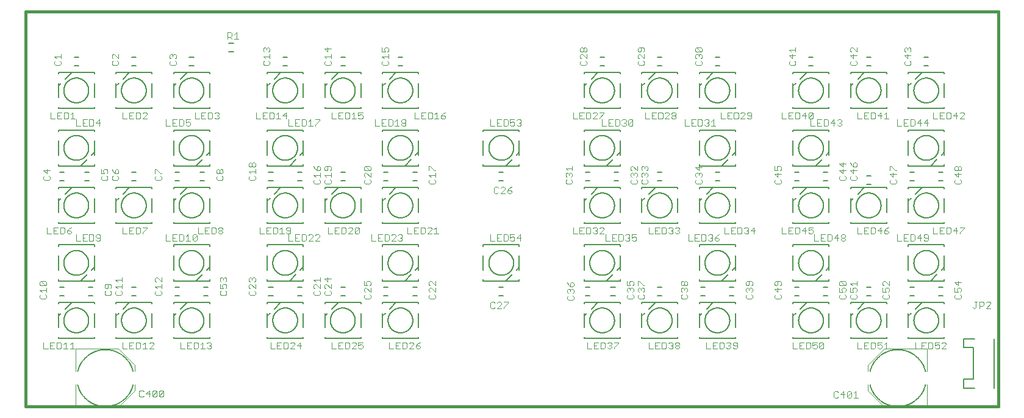
<source format=gto>
G75*
%MOIN*%
%OFA0B0*%
%FSLAX25Y25*%
%IPPOS*%
%LPD*%
%AMOC8*
5,1,8,0,0,1.08239X$1,22.5*
%
%ADD10C,0.01600*%
%ADD11C,0.00500*%
%ADD12C,0.00400*%
%ADD13C,0.00600*%
%ADD14C,0.00040*%
%ADD15C,0.00300*%
%ADD16C,0.00800*%
D10*
X0001984Y0001984D02*
X0001984Y0218520D01*
X0533480Y0218520D01*
X0533480Y0001984D01*
X0001984Y0001984D01*
D11*
X0019701Y0039386D02*
X0019701Y0040173D01*
X0019701Y0039386D02*
X0039386Y0039386D01*
X0039386Y0040173D01*
X0039386Y0045291D02*
X0039386Y0053165D01*
X0039386Y0058283D02*
X0039386Y0059071D01*
X0027181Y0059071D01*
X0023638Y0055528D01*
X0021276Y0053165D02*
X0019701Y0051591D01*
X0019701Y0045291D01*
X0022770Y0049228D02*
X0022772Y0049394D01*
X0022778Y0049560D01*
X0022788Y0049726D01*
X0022803Y0049892D01*
X0022821Y0050057D01*
X0022843Y0050222D01*
X0022870Y0050386D01*
X0022900Y0050549D01*
X0022935Y0050712D01*
X0022973Y0050874D01*
X0023015Y0051034D01*
X0023062Y0051194D01*
X0023112Y0051353D01*
X0023166Y0051510D01*
X0023224Y0051666D01*
X0023286Y0051820D01*
X0023351Y0051973D01*
X0023420Y0052124D01*
X0023493Y0052273D01*
X0023570Y0052421D01*
X0023650Y0052566D01*
X0023734Y0052710D01*
X0023821Y0052852D01*
X0023911Y0052991D01*
X0024005Y0053128D01*
X0024103Y0053263D01*
X0024204Y0053395D01*
X0024307Y0053525D01*
X0024414Y0053652D01*
X0024525Y0053776D01*
X0024638Y0053898D01*
X0024754Y0054017D01*
X0024873Y0054133D01*
X0024995Y0054246D01*
X0025119Y0054357D01*
X0025246Y0054464D01*
X0025376Y0054567D01*
X0025508Y0054668D01*
X0025643Y0054766D01*
X0025780Y0054860D01*
X0025919Y0054950D01*
X0026061Y0055037D01*
X0026205Y0055121D01*
X0026350Y0055201D01*
X0026498Y0055278D01*
X0026647Y0055351D01*
X0026798Y0055420D01*
X0026951Y0055485D01*
X0027105Y0055547D01*
X0027261Y0055605D01*
X0027418Y0055659D01*
X0027577Y0055709D01*
X0027737Y0055756D01*
X0027897Y0055798D01*
X0028059Y0055836D01*
X0028222Y0055871D01*
X0028385Y0055901D01*
X0028549Y0055928D01*
X0028714Y0055950D01*
X0028879Y0055968D01*
X0029045Y0055983D01*
X0029211Y0055993D01*
X0029377Y0055999D01*
X0029543Y0056001D01*
X0029709Y0055999D01*
X0029875Y0055993D01*
X0030041Y0055983D01*
X0030207Y0055968D01*
X0030372Y0055950D01*
X0030537Y0055928D01*
X0030701Y0055901D01*
X0030864Y0055871D01*
X0031027Y0055836D01*
X0031189Y0055798D01*
X0031349Y0055756D01*
X0031509Y0055709D01*
X0031668Y0055659D01*
X0031825Y0055605D01*
X0031981Y0055547D01*
X0032135Y0055485D01*
X0032288Y0055420D01*
X0032439Y0055351D01*
X0032588Y0055278D01*
X0032736Y0055201D01*
X0032881Y0055121D01*
X0033025Y0055037D01*
X0033167Y0054950D01*
X0033306Y0054860D01*
X0033443Y0054766D01*
X0033578Y0054668D01*
X0033710Y0054567D01*
X0033840Y0054464D01*
X0033967Y0054357D01*
X0034091Y0054246D01*
X0034213Y0054133D01*
X0034332Y0054017D01*
X0034448Y0053898D01*
X0034561Y0053776D01*
X0034672Y0053652D01*
X0034779Y0053525D01*
X0034882Y0053395D01*
X0034983Y0053263D01*
X0035081Y0053128D01*
X0035175Y0052991D01*
X0035265Y0052852D01*
X0035352Y0052710D01*
X0035436Y0052566D01*
X0035516Y0052421D01*
X0035593Y0052273D01*
X0035666Y0052124D01*
X0035735Y0051973D01*
X0035800Y0051820D01*
X0035862Y0051666D01*
X0035920Y0051510D01*
X0035974Y0051353D01*
X0036024Y0051194D01*
X0036071Y0051034D01*
X0036113Y0050874D01*
X0036151Y0050712D01*
X0036186Y0050549D01*
X0036216Y0050386D01*
X0036243Y0050222D01*
X0036265Y0050057D01*
X0036283Y0049892D01*
X0036298Y0049726D01*
X0036308Y0049560D01*
X0036314Y0049394D01*
X0036316Y0049228D01*
X0036314Y0049062D01*
X0036308Y0048896D01*
X0036298Y0048730D01*
X0036283Y0048564D01*
X0036265Y0048399D01*
X0036243Y0048234D01*
X0036216Y0048070D01*
X0036186Y0047907D01*
X0036151Y0047744D01*
X0036113Y0047582D01*
X0036071Y0047422D01*
X0036024Y0047262D01*
X0035974Y0047103D01*
X0035920Y0046946D01*
X0035862Y0046790D01*
X0035800Y0046636D01*
X0035735Y0046483D01*
X0035666Y0046332D01*
X0035593Y0046183D01*
X0035516Y0046035D01*
X0035436Y0045890D01*
X0035352Y0045746D01*
X0035265Y0045604D01*
X0035175Y0045465D01*
X0035081Y0045328D01*
X0034983Y0045193D01*
X0034882Y0045061D01*
X0034779Y0044931D01*
X0034672Y0044804D01*
X0034561Y0044680D01*
X0034448Y0044558D01*
X0034332Y0044439D01*
X0034213Y0044323D01*
X0034091Y0044210D01*
X0033967Y0044099D01*
X0033840Y0043992D01*
X0033710Y0043889D01*
X0033578Y0043788D01*
X0033443Y0043690D01*
X0033306Y0043596D01*
X0033167Y0043506D01*
X0033025Y0043419D01*
X0032881Y0043335D01*
X0032736Y0043255D01*
X0032588Y0043178D01*
X0032439Y0043105D01*
X0032288Y0043036D01*
X0032135Y0042971D01*
X0031981Y0042909D01*
X0031825Y0042851D01*
X0031668Y0042797D01*
X0031509Y0042747D01*
X0031349Y0042700D01*
X0031189Y0042658D01*
X0031027Y0042620D01*
X0030864Y0042585D01*
X0030701Y0042555D01*
X0030537Y0042528D01*
X0030372Y0042506D01*
X0030207Y0042488D01*
X0030041Y0042473D01*
X0029875Y0042463D01*
X0029709Y0042457D01*
X0029543Y0042455D01*
X0029377Y0042457D01*
X0029211Y0042463D01*
X0029045Y0042473D01*
X0028879Y0042488D01*
X0028714Y0042506D01*
X0028549Y0042528D01*
X0028385Y0042555D01*
X0028222Y0042585D01*
X0028059Y0042620D01*
X0027897Y0042658D01*
X0027737Y0042700D01*
X0027577Y0042747D01*
X0027418Y0042797D01*
X0027261Y0042851D01*
X0027105Y0042909D01*
X0026951Y0042971D01*
X0026798Y0043036D01*
X0026647Y0043105D01*
X0026498Y0043178D01*
X0026350Y0043255D01*
X0026205Y0043335D01*
X0026061Y0043419D01*
X0025919Y0043506D01*
X0025780Y0043596D01*
X0025643Y0043690D01*
X0025508Y0043788D01*
X0025376Y0043889D01*
X0025246Y0043992D01*
X0025119Y0044099D01*
X0024995Y0044210D01*
X0024873Y0044323D01*
X0024754Y0044439D01*
X0024638Y0044558D01*
X0024525Y0044680D01*
X0024414Y0044804D01*
X0024307Y0044931D01*
X0024204Y0045061D01*
X0024103Y0045193D01*
X0024005Y0045328D01*
X0023911Y0045465D01*
X0023821Y0045604D01*
X0023734Y0045746D01*
X0023650Y0045890D01*
X0023570Y0046035D01*
X0023493Y0046183D01*
X0023420Y0046332D01*
X0023351Y0046483D01*
X0023286Y0046636D01*
X0023224Y0046790D01*
X0023166Y0046946D01*
X0023112Y0047103D01*
X0023062Y0047262D01*
X0023015Y0047422D01*
X0022973Y0047582D01*
X0022935Y0047744D01*
X0022900Y0047907D01*
X0022870Y0048070D01*
X0022843Y0048234D01*
X0022821Y0048399D01*
X0022803Y0048564D01*
X0022788Y0048730D01*
X0022778Y0048896D01*
X0022772Y0049062D01*
X0022770Y0049228D01*
X0019701Y0051591D02*
X0019701Y0053165D01*
X0019701Y0058283D02*
X0019701Y0059071D01*
X0027181Y0059071D01*
X0051197Y0059071D02*
X0051197Y0058283D01*
X0051197Y0059071D02*
X0058677Y0059071D01*
X0055134Y0055528D01*
X0052772Y0053165D02*
X0051197Y0051591D01*
X0051197Y0045291D01*
X0051197Y0040173D02*
X0051197Y0039386D01*
X0070882Y0039386D01*
X0070882Y0040173D01*
X0070882Y0045291D02*
X0070882Y0053165D01*
X0070882Y0058283D02*
X0070882Y0059071D01*
X0058677Y0059071D01*
X0051197Y0053165D02*
X0051197Y0051591D01*
X0054266Y0049228D02*
X0054268Y0049394D01*
X0054274Y0049560D01*
X0054284Y0049726D01*
X0054299Y0049892D01*
X0054317Y0050057D01*
X0054339Y0050222D01*
X0054366Y0050386D01*
X0054396Y0050549D01*
X0054431Y0050712D01*
X0054469Y0050874D01*
X0054511Y0051034D01*
X0054558Y0051194D01*
X0054608Y0051353D01*
X0054662Y0051510D01*
X0054720Y0051666D01*
X0054782Y0051820D01*
X0054847Y0051973D01*
X0054916Y0052124D01*
X0054989Y0052273D01*
X0055066Y0052421D01*
X0055146Y0052566D01*
X0055230Y0052710D01*
X0055317Y0052852D01*
X0055407Y0052991D01*
X0055501Y0053128D01*
X0055599Y0053263D01*
X0055700Y0053395D01*
X0055803Y0053525D01*
X0055910Y0053652D01*
X0056021Y0053776D01*
X0056134Y0053898D01*
X0056250Y0054017D01*
X0056369Y0054133D01*
X0056491Y0054246D01*
X0056615Y0054357D01*
X0056742Y0054464D01*
X0056872Y0054567D01*
X0057004Y0054668D01*
X0057139Y0054766D01*
X0057276Y0054860D01*
X0057415Y0054950D01*
X0057557Y0055037D01*
X0057701Y0055121D01*
X0057846Y0055201D01*
X0057994Y0055278D01*
X0058143Y0055351D01*
X0058294Y0055420D01*
X0058447Y0055485D01*
X0058601Y0055547D01*
X0058757Y0055605D01*
X0058914Y0055659D01*
X0059073Y0055709D01*
X0059233Y0055756D01*
X0059393Y0055798D01*
X0059555Y0055836D01*
X0059718Y0055871D01*
X0059881Y0055901D01*
X0060045Y0055928D01*
X0060210Y0055950D01*
X0060375Y0055968D01*
X0060541Y0055983D01*
X0060707Y0055993D01*
X0060873Y0055999D01*
X0061039Y0056001D01*
X0061205Y0055999D01*
X0061371Y0055993D01*
X0061537Y0055983D01*
X0061703Y0055968D01*
X0061868Y0055950D01*
X0062033Y0055928D01*
X0062197Y0055901D01*
X0062360Y0055871D01*
X0062523Y0055836D01*
X0062685Y0055798D01*
X0062845Y0055756D01*
X0063005Y0055709D01*
X0063164Y0055659D01*
X0063321Y0055605D01*
X0063477Y0055547D01*
X0063631Y0055485D01*
X0063784Y0055420D01*
X0063935Y0055351D01*
X0064084Y0055278D01*
X0064232Y0055201D01*
X0064377Y0055121D01*
X0064521Y0055037D01*
X0064663Y0054950D01*
X0064802Y0054860D01*
X0064939Y0054766D01*
X0065074Y0054668D01*
X0065206Y0054567D01*
X0065336Y0054464D01*
X0065463Y0054357D01*
X0065587Y0054246D01*
X0065709Y0054133D01*
X0065828Y0054017D01*
X0065944Y0053898D01*
X0066057Y0053776D01*
X0066168Y0053652D01*
X0066275Y0053525D01*
X0066378Y0053395D01*
X0066479Y0053263D01*
X0066577Y0053128D01*
X0066671Y0052991D01*
X0066761Y0052852D01*
X0066848Y0052710D01*
X0066932Y0052566D01*
X0067012Y0052421D01*
X0067089Y0052273D01*
X0067162Y0052124D01*
X0067231Y0051973D01*
X0067296Y0051820D01*
X0067358Y0051666D01*
X0067416Y0051510D01*
X0067470Y0051353D01*
X0067520Y0051194D01*
X0067567Y0051034D01*
X0067609Y0050874D01*
X0067647Y0050712D01*
X0067682Y0050549D01*
X0067712Y0050386D01*
X0067739Y0050222D01*
X0067761Y0050057D01*
X0067779Y0049892D01*
X0067794Y0049726D01*
X0067804Y0049560D01*
X0067810Y0049394D01*
X0067812Y0049228D01*
X0067810Y0049062D01*
X0067804Y0048896D01*
X0067794Y0048730D01*
X0067779Y0048564D01*
X0067761Y0048399D01*
X0067739Y0048234D01*
X0067712Y0048070D01*
X0067682Y0047907D01*
X0067647Y0047744D01*
X0067609Y0047582D01*
X0067567Y0047422D01*
X0067520Y0047262D01*
X0067470Y0047103D01*
X0067416Y0046946D01*
X0067358Y0046790D01*
X0067296Y0046636D01*
X0067231Y0046483D01*
X0067162Y0046332D01*
X0067089Y0046183D01*
X0067012Y0046035D01*
X0066932Y0045890D01*
X0066848Y0045746D01*
X0066761Y0045604D01*
X0066671Y0045465D01*
X0066577Y0045328D01*
X0066479Y0045193D01*
X0066378Y0045061D01*
X0066275Y0044931D01*
X0066168Y0044804D01*
X0066057Y0044680D01*
X0065944Y0044558D01*
X0065828Y0044439D01*
X0065709Y0044323D01*
X0065587Y0044210D01*
X0065463Y0044099D01*
X0065336Y0043992D01*
X0065206Y0043889D01*
X0065074Y0043788D01*
X0064939Y0043690D01*
X0064802Y0043596D01*
X0064663Y0043506D01*
X0064521Y0043419D01*
X0064377Y0043335D01*
X0064232Y0043255D01*
X0064084Y0043178D01*
X0063935Y0043105D01*
X0063784Y0043036D01*
X0063631Y0042971D01*
X0063477Y0042909D01*
X0063321Y0042851D01*
X0063164Y0042797D01*
X0063005Y0042747D01*
X0062845Y0042700D01*
X0062685Y0042658D01*
X0062523Y0042620D01*
X0062360Y0042585D01*
X0062197Y0042555D01*
X0062033Y0042528D01*
X0061868Y0042506D01*
X0061703Y0042488D01*
X0061537Y0042473D01*
X0061371Y0042463D01*
X0061205Y0042457D01*
X0061039Y0042455D01*
X0060873Y0042457D01*
X0060707Y0042463D01*
X0060541Y0042473D01*
X0060375Y0042488D01*
X0060210Y0042506D01*
X0060045Y0042528D01*
X0059881Y0042555D01*
X0059718Y0042585D01*
X0059555Y0042620D01*
X0059393Y0042658D01*
X0059233Y0042700D01*
X0059073Y0042747D01*
X0058914Y0042797D01*
X0058757Y0042851D01*
X0058601Y0042909D01*
X0058447Y0042971D01*
X0058294Y0043036D01*
X0058143Y0043105D01*
X0057994Y0043178D01*
X0057846Y0043255D01*
X0057701Y0043335D01*
X0057557Y0043419D01*
X0057415Y0043506D01*
X0057276Y0043596D01*
X0057139Y0043690D01*
X0057004Y0043788D01*
X0056872Y0043889D01*
X0056742Y0043992D01*
X0056615Y0044099D01*
X0056491Y0044210D01*
X0056369Y0044323D01*
X0056250Y0044439D01*
X0056134Y0044558D01*
X0056021Y0044680D01*
X0055910Y0044804D01*
X0055803Y0044931D01*
X0055700Y0045061D01*
X0055599Y0045193D01*
X0055501Y0045328D01*
X0055407Y0045465D01*
X0055317Y0045604D01*
X0055230Y0045746D01*
X0055146Y0045890D01*
X0055066Y0046035D01*
X0054989Y0046183D01*
X0054916Y0046332D01*
X0054847Y0046483D01*
X0054782Y0046636D01*
X0054720Y0046790D01*
X0054662Y0046946D01*
X0054608Y0047103D01*
X0054558Y0047262D01*
X0054511Y0047422D01*
X0054469Y0047582D01*
X0054431Y0047744D01*
X0054396Y0047907D01*
X0054366Y0048070D01*
X0054339Y0048234D01*
X0054317Y0048399D01*
X0054299Y0048564D01*
X0054284Y0048730D01*
X0054274Y0048896D01*
X0054268Y0049062D01*
X0054266Y0049228D01*
X0082693Y0051591D02*
X0082693Y0045291D01*
X0082693Y0040173D02*
X0082693Y0039386D01*
X0102378Y0039386D01*
X0102378Y0040173D01*
X0102378Y0045291D02*
X0102378Y0053165D01*
X0102378Y0058283D02*
X0102378Y0059071D01*
X0090173Y0059071D01*
X0086630Y0055528D01*
X0084268Y0053165D02*
X0082693Y0051591D01*
X0082693Y0053165D01*
X0082693Y0058283D02*
X0082693Y0059071D01*
X0090173Y0059071D01*
X0085762Y0049228D02*
X0085764Y0049394D01*
X0085770Y0049560D01*
X0085780Y0049726D01*
X0085795Y0049892D01*
X0085813Y0050057D01*
X0085835Y0050222D01*
X0085862Y0050386D01*
X0085892Y0050549D01*
X0085927Y0050712D01*
X0085965Y0050874D01*
X0086007Y0051034D01*
X0086054Y0051194D01*
X0086104Y0051353D01*
X0086158Y0051510D01*
X0086216Y0051666D01*
X0086278Y0051820D01*
X0086343Y0051973D01*
X0086412Y0052124D01*
X0086485Y0052273D01*
X0086562Y0052421D01*
X0086642Y0052566D01*
X0086726Y0052710D01*
X0086813Y0052852D01*
X0086903Y0052991D01*
X0086997Y0053128D01*
X0087095Y0053263D01*
X0087196Y0053395D01*
X0087299Y0053525D01*
X0087406Y0053652D01*
X0087517Y0053776D01*
X0087630Y0053898D01*
X0087746Y0054017D01*
X0087865Y0054133D01*
X0087987Y0054246D01*
X0088111Y0054357D01*
X0088238Y0054464D01*
X0088368Y0054567D01*
X0088500Y0054668D01*
X0088635Y0054766D01*
X0088772Y0054860D01*
X0088911Y0054950D01*
X0089053Y0055037D01*
X0089197Y0055121D01*
X0089342Y0055201D01*
X0089490Y0055278D01*
X0089639Y0055351D01*
X0089790Y0055420D01*
X0089943Y0055485D01*
X0090097Y0055547D01*
X0090253Y0055605D01*
X0090410Y0055659D01*
X0090569Y0055709D01*
X0090729Y0055756D01*
X0090889Y0055798D01*
X0091051Y0055836D01*
X0091214Y0055871D01*
X0091377Y0055901D01*
X0091541Y0055928D01*
X0091706Y0055950D01*
X0091871Y0055968D01*
X0092037Y0055983D01*
X0092203Y0055993D01*
X0092369Y0055999D01*
X0092535Y0056001D01*
X0092701Y0055999D01*
X0092867Y0055993D01*
X0093033Y0055983D01*
X0093199Y0055968D01*
X0093364Y0055950D01*
X0093529Y0055928D01*
X0093693Y0055901D01*
X0093856Y0055871D01*
X0094019Y0055836D01*
X0094181Y0055798D01*
X0094341Y0055756D01*
X0094501Y0055709D01*
X0094660Y0055659D01*
X0094817Y0055605D01*
X0094973Y0055547D01*
X0095127Y0055485D01*
X0095280Y0055420D01*
X0095431Y0055351D01*
X0095580Y0055278D01*
X0095728Y0055201D01*
X0095873Y0055121D01*
X0096017Y0055037D01*
X0096159Y0054950D01*
X0096298Y0054860D01*
X0096435Y0054766D01*
X0096570Y0054668D01*
X0096702Y0054567D01*
X0096832Y0054464D01*
X0096959Y0054357D01*
X0097083Y0054246D01*
X0097205Y0054133D01*
X0097324Y0054017D01*
X0097440Y0053898D01*
X0097553Y0053776D01*
X0097664Y0053652D01*
X0097771Y0053525D01*
X0097874Y0053395D01*
X0097975Y0053263D01*
X0098073Y0053128D01*
X0098167Y0052991D01*
X0098257Y0052852D01*
X0098344Y0052710D01*
X0098428Y0052566D01*
X0098508Y0052421D01*
X0098585Y0052273D01*
X0098658Y0052124D01*
X0098727Y0051973D01*
X0098792Y0051820D01*
X0098854Y0051666D01*
X0098912Y0051510D01*
X0098966Y0051353D01*
X0099016Y0051194D01*
X0099063Y0051034D01*
X0099105Y0050874D01*
X0099143Y0050712D01*
X0099178Y0050549D01*
X0099208Y0050386D01*
X0099235Y0050222D01*
X0099257Y0050057D01*
X0099275Y0049892D01*
X0099290Y0049726D01*
X0099300Y0049560D01*
X0099306Y0049394D01*
X0099308Y0049228D01*
X0099306Y0049062D01*
X0099300Y0048896D01*
X0099290Y0048730D01*
X0099275Y0048564D01*
X0099257Y0048399D01*
X0099235Y0048234D01*
X0099208Y0048070D01*
X0099178Y0047907D01*
X0099143Y0047744D01*
X0099105Y0047582D01*
X0099063Y0047422D01*
X0099016Y0047262D01*
X0098966Y0047103D01*
X0098912Y0046946D01*
X0098854Y0046790D01*
X0098792Y0046636D01*
X0098727Y0046483D01*
X0098658Y0046332D01*
X0098585Y0046183D01*
X0098508Y0046035D01*
X0098428Y0045890D01*
X0098344Y0045746D01*
X0098257Y0045604D01*
X0098167Y0045465D01*
X0098073Y0045328D01*
X0097975Y0045193D01*
X0097874Y0045061D01*
X0097771Y0044931D01*
X0097664Y0044804D01*
X0097553Y0044680D01*
X0097440Y0044558D01*
X0097324Y0044439D01*
X0097205Y0044323D01*
X0097083Y0044210D01*
X0096959Y0044099D01*
X0096832Y0043992D01*
X0096702Y0043889D01*
X0096570Y0043788D01*
X0096435Y0043690D01*
X0096298Y0043596D01*
X0096159Y0043506D01*
X0096017Y0043419D01*
X0095873Y0043335D01*
X0095728Y0043255D01*
X0095580Y0043178D01*
X0095431Y0043105D01*
X0095280Y0043036D01*
X0095127Y0042971D01*
X0094973Y0042909D01*
X0094817Y0042851D01*
X0094660Y0042797D01*
X0094501Y0042747D01*
X0094341Y0042700D01*
X0094181Y0042658D01*
X0094019Y0042620D01*
X0093856Y0042585D01*
X0093693Y0042555D01*
X0093529Y0042528D01*
X0093364Y0042506D01*
X0093199Y0042488D01*
X0093033Y0042473D01*
X0092867Y0042463D01*
X0092701Y0042457D01*
X0092535Y0042455D01*
X0092369Y0042457D01*
X0092203Y0042463D01*
X0092037Y0042473D01*
X0091871Y0042488D01*
X0091706Y0042506D01*
X0091541Y0042528D01*
X0091377Y0042555D01*
X0091214Y0042585D01*
X0091051Y0042620D01*
X0090889Y0042658D01*
X0090729Y0042700D01*
X0090569Y0042747D01*
X0090410Y0042797D01*
X0090253Y0042851D01*
X0090097Y0042909D01*
X0089943Y0042971D01*
X0089790Y0043036D01*
X0089639Y0043105D01*
X0089490Y0043178D01*
X0089342Y0043255D01*
X0089197Y0043335D01*
X0089053Y0043419D01*
X0088911Y0043506D01*
X0088772Y0043596D01*
X0088635Y0043690D01*
X0088500Y0043788D01*
X0088368Y0043889D01*
X0088238Y0043992D01*
X0088111Y0044099D01*
X0087987Y0044210D01*
X0087865Y0044323D01*
X0087746Y0044439D01*
X0087630Y0044558D01*
X0087517Y0044680D01*
X0087406Y0044804D01*
X0087299Y0044931D01*
X0087196Y0045061D01*
X0087095Y0045193D01*
X0086997Y0045328D01*
X0086903Y0045465D01*
X0086813Y0045604D01*
X0086726Y0045746D01*
X0086642Y0045890D01*
X0086562Y0046035D01*
X0086485Y0046183D01*
X0086412Y0046332D01*
X0086343Y0046483D01*
X0086278Y0046636D01*
X0086216Y0046790D01*
X0086158Y0046946D01*
X0086104Y0047103D01*
X0086054Y0047262D01*
X0086007Y0047422D01*
X0085965Y0047582D01*
X0085927Y0047744D01*
X0085892Y0047907D01*
X0085862Y0048070D01*
X0085835Y0048234D01*
X0085813Y0048399D01*
X0085795Y0048564D01*
X0085780Y0048730D01*
X0085770Y0048896D01*
X0085764Y0049062D01*
X0085762Y0049228D01*
X0133874Y0051591D02*
X0133874Y0045291D01*
X0133874Y0040173D02*
X0133874Y0039386D01*
X0153559Y0039386D01*
X0153559Y0040173D01*
X0153559Y0045291D02*
X0153559Y0053165D01*
X0153559Y0058283D02*
X0153559Y0059071D01*
X0141354Y0059071D01*
X0137811Y0055528D01*
X0135449Y0053165D02*
X0133874Y0051591D01*
X0133874Y0053165D01*
X0133874Y0058283D02*
X0133874Y0059071D01*
X0141354Y0059071D01*
X0136944Y0049228D02*
X0136946Y0049394D01*
X0136952Y0049560D01*
X0136962Y0049726D01*
X0136977Y0049892D01*
X0136995Y0050057D01*
X0137017Y0050222D01*
X0137044Y0050386D01*
X0137074Y0050549D01*
X0137109Y0050712D01*
X0137147Y0050874D01*
X0137189Y0051034D01*
X0137236Y0051194D01*
X0137286Y0051353D01*
X0137340Y0051510D01*
X0137398Y0051666D01*
X0137460Y0051820D01*
X0137525Y0051973D01*
X0137594Y0052124D01*
X0137667Y0052273D01*
X0137744Y0052421D01*
X0137824Y0052566D01*
X0137908Y0052710D01*
X0137995Y0052852D01*
X0138085Y0052991D01*
X0138179Y0053128D01*
X0138277Y0053263D01*
X0138378Y0053395D01*
X0138481Y0053525D01*
X0138588Y0053652D01*
X0138699Y0053776D01*
X0138812Y0053898D01*
X0138928Y0054017D01*
X0139047Y0054133D01*
X0139169Y0054246D01*
X0139293Y0054357D01*
X0139420Y0054464D01*
X0139550Y0054567D01*
X0139682Y0054668D01*
X0139817Y0054766D01*
X0139954Y0054860D01*
X0140093Y0054950D01*
X0140235Y0055037D01*
X0140379Y0055121D01*
X0140524Y0055201D01*
X0140672Y0055278D01*
X0140821Y0055351D01*
X0140972Y0055420D01*
X0141125Y0055485D01*
X0141279Y0055547D01*
X0141435Y0055605D01*
X0141592Y0055659D01*
X0141751Y0055709D01*
X0141911Y0055756D01*
X0142071Y0055798D01*
X0142233Y0055836D01*
X0142396Y0055871D01*
X0142559Y0055901D01*
X0142723Y0055928D01*
X0142888Y0055950D01*
X0143053Y0055968D01*
X0143219Y0055983D01*
X0143385Y0055993D01*
X0143551Y0055999D01*
X0143717Y0056001D01*
X0143883Y0055999D01*
X0144049Y0055993D01*
X0144215Y0055983D01*
X0144381Y0055968D01*
X0144546Y0055950D01*
X0144711Y0055928D01*
X0144875Y0055901D01*
X0145038Y0055871D01*
X0145201Y0055836D01*
X0145363Y0055798D01*
X0145523Y0055756D01*
X0145683Y0055709D01*
X0145842Y0055659D01*
X0145999Y0055605D01*
X0146155Y0055547D01*
X0146309Y0055485D01*
X0146462Y0055420D01*
X0146613Y0055351D01*
X0146762Y0055278D01*
X0146910Y0055201D01*
X0147055Y0055121D01*
X0147199Y0055037D01*
X0147341Y0054950D01*
X0147480Y0054860D01*
X0147617Y0054766D01*
X0147752Y0054668D01*
X0147884Y0054567D01*
X0148014Y0054464D01*
X0148141Y0054357D01*
X0148265Y0054246D01*
X0148387Y0054133D01*
X0148506Y0054017D01*
X0148622Y0053898D01*
X0148735Y0053776D01*
X0148846Y0053652D01*
X0148953Y0053525D01*
X0149056Y0053395D01*
X0149157Y0053263D01*
X0149255Y0053128D01*
X0149349Y0052991D01*
X0149439Y0052852D01*
X0149526Y0052710D01*
X0149610Y0052566D01*
X0149690Y0052421D01*
X0149767Y0052273D01*
X0149840Y0052124D01*
X0149909Y0051973D01*
X0149974Y0051820D01*
X0150036Y0051666D01*
X0150094Y0051510D01*
X0150148Y0051353D01*
X0150198Y0051194D01*
X0150245Y0051034D01*
X0150287Y0050874D01*
X0150325Y0050712D01*
X0150360Y0050549D01*
X0150390Y0050386D01*
X0150417Y0050222D01*
X0150439Y0050057D01*
X0150457Y0049892D01*
X0150472Y0049726D01*
X0150482Y0049560D01*
X0150488Y0049394D01*
X0150490Y0049228D01*
X0150488Y0049062D01*
X0150482Y0048896D01*
X0150472Y0048730D01*
X0150457Y0048564D01*
X0150439Y0048399D01*
X0150417Y0048234D01*
X0150390Y0048070D01*
X0150360Y0047907D01*
X0150325Y0047744D01*
X0150287Y0047582D01*
X0150245Y0047422D01*
X0150198Y0047262D01*
X0150148Y0047103D01*
X0150094Y0046946D01*
X0150036Y0046790D01*
X0149974Y0046636D01*
X0149909Y0046483D01*
X0149840Y0046332D01*
X0149767Y0046183D01*
X0149690Y0046035D01*
X0149610Y0045890D01*
X0149526Y0045746D01*
X0149439Y0045604D01*
X0149349Y0045465D01*
X0149255Y0045328D01*
X0149157Y0045193D01*
X0149056Y0045061D01*
X0148953Y0044931D01*
X0148846Y0044804D01*
X0148735Y0044680D01*
X0148622Y0044558D01*
X0148506Y0044439D01*
X0148387Y0044323D01*
X0148265Y0044210D01*
X0148141Y0044099D01*
X0148014Y0043992D01*
X0147884Y0043889D01*
X0147752Y0043788D01*
X0147617Y0043690D01*
X0147480Y0043596D01*
X0147341Y0043506D01*
X0147199Y0043419D01*
X0147055Y0043335D01*
X0146910Y0043255D01*
X0146762Y0043178D01*
X0146613Y0043105D01*
X0146462Y0043036D01*
X0146309Y0042971D01*
X0146155Y0042909D01*
X0145999Y0042851D01*
X0145842Y0042797D01*
X0145683Y0042747D01*
X0145523Y0042700D01*
X0145363Y0042658D01*
X0145201Y0042620D01*
X0145038Y0042585D01*
X0144875Y0042555D01*
X0144711Y0042528D01*
X0144546Y0042506D01*
X0144381Y0042488D01*
X0144215Y0042473D01*
X0144049Y0042463D01*
X0143883Y0042457D01*
X0143717Y0042455D01*
X0143551Y0042457D01*
X0143385Y0042463D01*
X0143219Y0042473D01*
X0143053Y0042488D01*
X0142888Y0042506D01*
X0142723Y0042528D01*
X0142559Y0042555D01*
X0142396Y0042585D01*
X0142233Y0042620D01*
X0142071Y0042658D01*
X0141911Y0042700D01*
X0141751Y0042747D01*
X0141592Y0042797D01*
X0141435Y0042851D01*
X0141279Y0042909D01*
X0141125Y0042971D01*
X0140972Y0043036D01*
X0140821Y0043105D01*
X0140672Y0043178D01*
X0140524Y0043255D01*
X0140379Y0043335D01*
X0140235Y0043419D01*
X0140093Y0043506D01*
X0139954Y0043596D01*
X0139817Y0043690D01*
X0139682Y0043788D01*
X0139550Y0043889D01*
X0139420Y0043992D01*
X0139293Y0044099D01*
X0139169Y0044210D01*
X0139047Y0044323D01*
X0138928Y0044439D01*
X0138812Y0044558D01*
X0138699Y0044680D01*
X0138588Y0044804D01*
X0138481Y0044931D01*
X0138378Y0045061D01*
X0138277Y0045193D01*
X0138179Y0045328D01*
X0138085Y0045465D01*
X0137995Y0045604D01*
X0137908Y0045746D01*
X0137824Y0045890D01*
X0137744Y0046035D01*
X0137667Y0046183D01*
X0137594Y0046332D01*
X0137525Y0046483D01*
X0137460Y0046636D01*
X0137398Y0046790D01*
X0137340Y0046946D01*
X0137286Y0047103D01*
X0137236Y0047262D01*
X0137189Y0047422D01*
X0137147Y0047582D01*
X0137109Y0047744D01*
X0137074Y0047907D01*
X0137044Y0048070D01*
X0137017Y0048234D01*
X0136995Y0048399D01*
X0136977Y0048564D01*
X0136962Y0048730D01*
X0136952Y0048896D01*
X0136946Y0049062D01*
X0136944Y0049228D01*
X0165370Y0051591D02*
X0165370Y0045291D01*
X0165370Y0040173D02*
X0165370Y0039386D01*
X0185055Y0039386D01*
X0185055Y0040173D01*
X0185055Y0045291D02*
X0185055Y0053165D01*
X0185055Y0058283D02*
X0185055Y0059071D01*
X0172850Y0059071D01*
X0169307Y0055528D01*
X0166945Y0053165D02*
X0165370Y0051591D01*
X0165370Y0053165D01*
X0165370Y0058283D02*
X0165370Y0059071D01*
X0172850Y0059071D01*
X0168440Y0049228D02*
X0168442Y0049394D01*
X0168448Y0049560D01*
X0168458Y0049726D01*
X0168473Y0049892D01*
X0168491Y0050057D01*
X0168513Y0050222D01*
X0168540Y0050386D01*
X0168570Y0050549D01*
X0168605Y0050712D01*
X0168643Y0050874D01*
X0168685Y0051034D01*
X0168732Y0051194D01*
X0168782Y0051353D01*
X0168836Y0051510D01*
X0168894Y0051666D01*
X0168956Y0051820D01*
X0169021Y0051973D01*
X0169090Y0052124D01*
X0169163Y0052273D01*
X0169240Y0052421D01*
X0169320Y0052566D01*
X0169404Y0052710D01*
X0169491Y0052852D01*
X0169581Y0052991D01*
X0169675Y0053128D01*
X0169773Y0053263D01*
X0169874Y0053395D01*
X0169977Y0053525D01*
X0170084Y0053652D01*
X0170195Y0053776D01*
X0170308Y0053898D01*
X0170424Y0054017D01*
X0170543Y0054133D01*
X0170665Y0054246D01*
X0170789Y0054357D01*
X0170916Y0054464D01*
X0171046Y0054567D01*
X0171178Y0054668D01*
X0171313Y0054766D01*
X0171450Y0054860D01*
X0171589Y0054950D01*
X0171731Y0055037D01*
X0171875Y0055121D01*
X0172020Y0055201D01*
X0172168Y0055278D01*
X0172317Y0055351D01*
X0172468Y0055420D01*
X0172621Y0055485D01*
X0172775Y0055547D01*
X0172931Y0055605D01*
X0173088Y0055659D01*
X0173247Y0055709D01*
X0173407Y0055756D01*
X0173567Y0055798D01*
X0173729Y0055836D01*
X0173892Y0055871D01*
X0174055Y0055901D01*
X0174219Y0055928D01*
X0174384Y0055950D01*
X0174549Y0055968D01*
X0174715Y0055983D01*
X0174881Y0055993D01*
X0175047Y0055999D01*
X0175213Y0056001D01*
X0175379Y0055999D01*
X0175545Y0055993D01*
X0175711Y0055983D01*
X0175877Y0055968D01*
X0176042Y0055950D01*
X0176207Y0055928D01*
X0176371Y0055901D01*
X0176534Y0055871D01*
X0176697Y0055836D01*
X0176859Y0055798D01*
X0177019Y0055756D01*
X0177179Y0055709D01*
X0177338Y0055659D01*
X0177495Y0055605D01*
X0177651Y0055547D01*
X0177805Y0055485D01*
X0177958Y0055420D01*
X0178109Y0055351D01*
X0178258Y0055278D01*
X0178406Y0055201D01*
X0178551Y0055121D01*
X0178695Y0055037D01*
X0178837Y0054950D01*
X0178976Y0054860D01*
X0179113Y0054766D01*
X0179248Y0054668D01*
X0179380Y0054567D01*
X0179510Y0054464D01*
X0179637Y0054357D01*
X0179761Y0054246D01*
X0179883Y0054133D01*
X0180002Y0054017D01*
X0180118Y0053898D01*
X0180231Y0053776D01*
X0180342Y0053652D01*
X0180449Y0053525D01*
X0180552Y0053395D01*
X0180653Y0053263D01*
X0180751Y0053128D01*
X0180845Y0052991D01*
X0180935Y0052852D01*
X0181022Y0052710D01*
X0181106Y0052566D01*
X0181186Y0052421D01*
X0181263Y0052273D01*
X0181336Y0052124D01*
X0181405Y0051973D01*
X0181470Y0051820D01*
X0181532Y0051666D01*
X0181590Y0051510D01*
X0181644Y0051353D01*
X0181694Y0051194D01*
X0181741Y0051034D01*
X0181783Y0050874D01*
X0181821Y0050712D01*
X0181856Y0050549D01*
X0181886Y0050386D01*
X0181913Y0050222D01*
X0181935Y0050057D01*
X0181953Y0049892D01*
X0181968Y0049726D01*
X0181978Y0049560D01*
X0181984Y0049394D01*
X0181986Y0049228D01*
X0181984Y0049062D01*
X0181978Y0048896D01*
X0181968Y0048730D01*
X0181953Y0048564D01*
X0181935Y0048399D01*
X0181913Y0048234D01*
X0181886Y0048070D01*
X0181856Y0047907D01*
X0181821Y0047744D01*
X0181783Y0047582D01*
X0181741Y0047422D01*
X0181694Y0047262D01*
X0181644Y0047103D01*
X0181590Y0046946D01*
X0181532Y0046790D01*
X0181470Y0046636D01*
X0181405Y0046483D01*
X0181336Y0046332D01*
X0181263Y0046183D01*
X0181186Y0046035D01*
X0181106Y0045890D01*
X0181022Y0045746D01*
X0180935Y0045604D01*
X0180845Y0045465D01*
X0180751Y0045328D01*
X0180653Y0045193D01*
X0180552Y0045061D01*
X0180449Y0044931D01*
X0180342Y0044804D01*
X0180231Y0044680D01*
X0180118Y0044558D01*
X0180002Y0044439D01*
X0179883Y0044323D01*
X0179761Y0044210D01*
X0179637Y0044099D01*
X0179510Y0043992D01*
X0179380Y0043889D01*
X0179248Y0043788D01*
X0179113Y0043690D01*
X0178976Y0043596D01*
X0178837Y0043506D01*
X0178695Y0043419D01*
X0178551Y0043335D01*
X0178406Y0043255D01*
X0178258Y0043178D01*
X0178109Y0043105D01*
X0177958Y0043036D01*
X0177805Y0042971D01*
X0177651Y0042909D01*
X0177495Y0042851D01*
X0177338Y0042797D01*
X0177179Y0042747D01*
X0177019Y0042700D01*
X0176859Y0042658D01*
X0176697Y0042620D01*
X0176534Y0042585D01*
X0176371Y0042555D01*
X0176207Y0042528D01*
X0176042Y0042506D01*
X0175877Y0042488D01*
X0175711Y0042473D01*
X0175545Y0042463D01*
X0175379Y0042457D01*
X0175213Y0042455D01*
X0175047Y0042457D01*
X0174881Y0042463D01*
X0174715Y0042473D01*
X0174549Y0042488D01*
X0174384Y0042506D01*
X0174219Y0042528D01*
X0174055Y0042555D01*
X0173892Y0042585D01*
X0173729Y0042620D01*
X0173567Y0042658D01*
X0173407Y0042700D01*
X0173247Y0042747D01*
X0173088Y0042797D01*
X0172931Y0042851D01*
X0172775Y0042909D01*
X0172621Y0042971D01*
X0172468Y0043036D01*
X0172317Y0043105D01*
X0172168Y0043178D01*
X0172020Y0043255D01*
X0171875Y0043335D01*
X0171731Y0043419D01*
X0171589Y0043506D01*
X0171450Y0043596D01*
X0171313Y0043690D01*
X0171178Y0043788D01*
X0171046Y0043889D01*
X0170916Y0043992D01*
X0170789Y0044099D01*
X0170665Y0044210D01*
X0170543Y0044323D01*
X0170424Y0044439D01*
X0170308Y0044558D01*
X0170195Y0044680D01*
X0170084Y0044804D01*
X0169977Y0044931D01*
X0169874Y0045061D01*
X0169773Y0045193D01*
X0169675Y0045328D01*
X0169581Y0045465D01*
X0169491Y0045604D01*
X0169404Y0045746D01*
X0169320Y0045890D01*
X0169240Y0046035D01*
X0169163Y0046183D01*
X0169090Y0046332D01*
X0169021Y0046483D01*
X0168956Y0046636D01*
X0168894Y0046790D01*
X0168836Y0046946D01*
X0168782Y0047103D01*
X0168732Y0047262D01*
X0168685Y0047422D01*
X0168643Y0047582D01*
X0168605Y0047744D01*
X0168570Y0047907D01*
X0168540Y0048070D01*
X0168513Y0048234D01*
X0168491Y0048399D01*
X0168473Y0048564D01*
X0168458Y0048730D01*
X0168448Y0048896D01*
X0168442Y0049062D01*
X0168440Y0049228D01*
X0196866Y0051591D02*
X0196866Y0045291D01*
X0196866Y0040173D02*
X0196866Y0039386D01*
X0216551Y0039386D01*
X0216551Y0040173D01*
X0216551Y0045291D02*
X0216551Y0053165D01*
X0216551Y0058283D02*
X0216551Y0059071D01*
X0204346Y0059071D01*
X0200803Y0055528D01*
X0198441Y0053165D02*
X0196866Y0051591D01*
X0196866Y0053165D01*
X0196866Y0058283D02*
X0196866Y0059071D01*
X0204346Y0059071D01*
X0199936Y0049228D02*
X0199938Y0049394D01*
X0199944Y0049560D01*
X0199954Y0049726D01*
X0199969Y0049892D01*
X0199987Y0050057D01*
X0200009Y0050222D01*
X0200036Y0050386D01*
X0200066Y0050549D01*
X0200101Y0050712D01*
X0200139Y0050874D01*
X0200181Y0051034D01*
X0200228Y0051194D01*
X0200278Y0051353D01*
X0200332Y0051510D01*
X0200390Y0051666D01*
X0200452Y0051820D01*
X0200517Y0051973D01*
X0200586Y0052124D01*
X0200659Y0052273D01*
X0200736Y0052421D01*
X0200816Y0052566D01*
X0200900Y0052710D01*
X0200987Y0052852D01*
X0201077Y0052991D01*
X0201171Y0053128D01*
X0201269Y0053263D01*
X0201370Y0053395D01*
X0201473Y0053525D01*
X0201580Y0053652D01*
X0201691Y0053776D01*
X0201804Y0053898D01*
X0201920Y0054017D01*
X0202039Y0054133D01*
X0202161Y0054246D01*
X0202285Y0054357D01*
X0202412Y0054464D01*
X0202542Y0054567D01*
X0202674Y0054668D01*
X0202809Y0054766D01*
X0202946Y0054860D01*
X0203085Y0054950D01*
X0203227Y0055037D01*
X0203371Y0055121D01*
X0203516Y0055201D01*
X0203664Y0055278D01*
X0203813Y0055351D01*
X0203964Y0055420D01*
X0204117Y0055485D01*
X0204271Y0055547D01*
X0204427Y0055605D01*
X0204584Y0055659D01*
X0204743Y0055709D01*
X0204903Y0055756D01*
X0205063Y0055798D01*
X0205225Y0055836D01*
X0205388Y0055871D01*
X0205551Y0055901D01*
X0205715Y0055928D01*
X0205880Y0055950D01*
X0206045Y0055968D01*
X0206211Y0055983D01*
X0206377Y0055993D01*
X0206543Y0055999D01*
X0206709Y0056001D01*
X0206875Y0055999D01*
X0207041Y0055993D01*
X0207207Y0055983D01*
X0207373Y0055968D01*
X0207538Y0055950D01*
X0207703Y0055928D01*
X0207867Y0055901D01*
X0208030Y0055871D01*
X0208193Y0055836D01*
X0208355Y0055798D01*
X0208515Y0055756D01*
X0208675Y0055709D01*
X0208834Y0055659D01*
X0208991Y0055605D01*
X0209147Y0055547D01*
X0209301Y0055485D01*
X0209454Y0055420D01*
X0209605Y0055351D01*
X0209754Y0055278D01*
X0209902Y0055201D01*
X0210047Y0055121D01*
X0210191Y0055037D01*
X0210333Y0054950D01*
X0210472Y0054860D01*
X0210609Y0054766D01*
X0210744Y0054668D01*
X0210876Y0054567D01*
X0211006Y0054464D01*
X0211133Y0054357D01*
X0211257Y0054246D01*
X0211379Y0054133D01*
X0211498Y0054017D01*
X0211614Y0053898D01*
X0211727Y0053776D01*
X0211838Y0053652D01*
X0211945Y0053525D01*
X0212048Y0053395D01*
X0212149Y0053263D01*
X0212247Y0053128D01*
X0212341Y0052991D01*
X0212431Y0052852D01*
X0212518Y0052710D01*
X0212602Y0052566D01*
X0212682Y0052421D01*
X0212759Y0052273D01*
X0212832Y0052124D01*
X0212901Y0051973D01*
X0212966Y0051820D01*
X0213028Y0051666D01*
X0213086Y0051510D01*
X0213140Y0051353D01*
X0213190Y0051194D01*
X0213237Y0051034D01*
X0213279Y0050874D01*
X0213317Y0050712D01*
X0213352Y0050549D01*
X0213382Y0050386D01*
X0213409Y0050222D01*
X0213431Y0050057D01*
X0213449Y0049892D01*
X0213464Y0049726D01*
X0213474Y0049560D01*
X0213480Y0049394D01*
X0213482Y0049228D01*
X0213480Y0049062D01*
X0213474Y0048896D01*
X0213464Y0048730D01*
X0213449Y0048564D01*
X0213431Y0048399D01*
X0213409Y0048234D01*
X0213382Y0048070D01*
X0213352Y0047907D01*
X0213317Y0047744D01*
X0213279Y0047582D01*
X0213237Y0047422D01*
X0213190Y0047262D01*
X0213140Y0047103D01*
X0213086Y0046946D01*
X0213028Y0046790D01*
X0212966Y0046636D01*
X0212901Y0046483D01*
X0212832Y0046332D01*
X0212759Y0046183D01*
X0212682Y0046035D01*
X0212602Y0045890D01*
X0212518Y0045746D01*
X0212431Y0045604D01*
X0212341Y0045465D01*
X0212247Y0045328D01*
X0212149Y0045193D01*
X0212048Y0045061D01*
X0211945Y0044931D01*
X0211838Y0044804D01*
X0211727Y0044680D01*
X0211614Y0044558D01*
X0211498Y0044439D01*
X0211379Y0044323D01*
X0211257Y0044210D01*
X0211133Y0044099D01*
X0211006Y0043992D01*
X0210876Y0043889D01*
X0210744Y0043788D01*
X0210609Y0043690D01*
X0210472Y0043596D01*
X0210333Y0043506D01*
X0210191Y0043419D01*
X0210047Y0043335D01*
X0209902Y0043255D01*
X0209754Y0043178D01*
X0209605Y0043105D01*
X0209454Y0043036D01*
X0209301Y0042971D01*
X0209147Y0042909D01*
X0208991Y0042851D01*
X0208834Y0042797D01*
X0208675Y0042747D01*
X0208515Y0042700D01*
X0208355Y0042658D01*
X0208193Y0042620D01*
X0208030Y0042585D01*
X0207867Y0042555D01*
X0207703Y0042528D01*
X0207538Y0042506D01*
X0207373Y0042488D01*
X0207207Y0042473D01*
X0207041Y0042463D01*
X0206875Y0042457D01*
X0206709Y0042455D01*
X0206543Y0042457D01*
X0206377Y0042463D01*
X0206211Y0042473D01*
X0206045Y0042488D01*
X0205880Y0042506D01*
X0205715Y0042528D01*
X0205551Y0042555D01*
X0205388Y0042585D01*
X0205225Y0042620D01*
X0205063Y0042658D01*
X0204903Y0042700D01*
X0204743Y0042747D01*
X0204584Y0042797D01*
X0204427Y0042851D01*
X0204271Y0042909D01*
X0204117Y0042971D01*
X0203964Y0043036D01*
X0203813Y0043105D01*
X0203664Y0043178D01*
X0203516Y0043255D01*
X0203371Y0043335D01*
X0203227Y0043419D01*
X0203085Y0043506D01*
X0202946Y0043596D01*
X0202809Y0043690D01*
X0202674Y0043788D01*
X0202542Y0043889D01*
X0202412Y0043992D01*
X0202285Y0044099D01*
X0202161Y0044210D01*
X0202039Y0044323D01*
X0201920Y0044439D01*
X0201804Y0044558D01*
X0201691Y0044680D01*
X0201580Y0044804D01*
X0201473Y0044931D01*
X0201370Y0045061D01*
X0201269Y0045193D01*
X0201171Y0045328D01*
X0201077Y0045465D01*
X0200987Y0045604D01*
X0200900Y0045746D01*
X0200816Y0045890D01*
X0200736Y0046035D01*
X0200659Y0046183D01*
X0200586Y0046332D01*
X0200517Y0046483D01*
X0200452Y0046636D01*
X0200390Y0046790D01*
X0200332Y0046946D01*
X0200278Y0047103D01*
X0200228Y0047262D01*
X0200181Y0047422D01*
X0200139Y0047582D01*
X0200101Y0047744D01*
X0200066Y0047907D01*
X0200036Y0048070D01*
X0200009Y0048234D01*
X0199987Y0048399D01*
X0199969Y0048564D01*
X0199954Y0048730D01*
X0199944Y0048896D01*
X0199938Y0049062D01*
X0199936Y0049228D01*
X0196866Y0070882D02*
X0196866Y0071669D01*
X0196866Y0070882D02*
X0209071Y0070882D01*
X0212614Y0074425D01*
X0214976Y0076787D02*
X0216551Y0078362D01*
X0216551Y0084661D01*
X0216551Y0089780D02*
X0216551Y0090567D01*
X0196866Y0090567D01*
X0196866Y0089780D01*
X0196866Y0084661D02*
X0196866Y0076787D01*
X0199936Y0080724D02*
X0199938Y0080890D01*
X0199944Y0081056D01*
X0199954Y0081222D01*
X0199969Y0081388D01*
X0199987Y0081553D01*
X0200009Y0081718D01*
X0200036Y0081882D01*
X0200066Y0082045D01*
X0200101Y0082208D01*
X0200139Y0082370D01*
X0200181Y0082530D01*
X0200228Y0082690D01*
X0200278Y0082849D01*
X0200332Y0083006D01*
X0200390Y0083162D01*
X0200452Y0083316D01*
X0200517Y0083469D01*
X0200586Y0083620D01*
X0200659Y0083769D01*
X0200736Y0083917D01*
X0200816Y0084062D01*
X0200900Y0084206D01*
X0200987Y0084348D01*
X0201077Y0084487D01*
X0201171Y0084624D01*
X0201269Y0084759D01*
X0201370Y0084891D01*
X0201473Y0085021D01*
X0201580Y0085148D01*
X0201691Y0085272D01*
X0201804Y0085394D01*
X0201920Y0085513D01*
X0202039Y0085629D01*
X0202161Y0085742D01*
X0202285Y0085853D01*
X0202412Y0085960D01*
X0202542Y0086063D01*
X0202674Y0086164D01*
X0202809Y0086262D01*
X0202946Y0086356D01*
X0203085Y0086446D01*
X0203227Y0086533D01*
X0203371Y0086617D01*
X0203516Y0086697D01*
X0203664Y0086774D01*
X0203813Y0086847D01*
X0203964Y0086916D01*
X0204117Y0086981D01*
X0204271Y0087043D01*
X0204427Y0087101D01*
X0204584Y0087155D01*
X0204743Y0087205D01*
X0204903Y0087252D01*
X0205063Y0087294D01*
X0205225Y0087332D01*
X0205388Y0087367D01*
X0205551Y0087397D01*
X0205715Y0087424D01*
X0205880Y0087446D01*
X0206045Y0087464D01*
X0206211Y0087479D01*
X0206377Y0087489D01*
X0206543Y0087495D01*
X0206709Y0087497D01*
X0206875Y0087495D01*
X0207041Y0087489D01*
X0207207Y0087479D01*
X0207373Y0087464D01*
X0207538Y0087446D01*
X0207703Y0087424D01*
X0207867Y0087397D01*
X0208030Y0087367D01*
X0208193Y0087332D01*
X0208355Y0087294D01*
X0208515Y0087252D01*
X0208675Y0087205D01*
X0208834Y0087155D01*
X0208991Y0087101D01*
X0209147Y0087043D01*
X0209301Y0086981D01*
X0209454Y0086916D01*
X0209605Y0086847D01*
X0209754Y0086774D01*
X0209902Y0086697D01*
X0210047Y0086617D01*
X0210191Y0086533D01*
X0210333Y0086446D01*
X0210472Y0086356D01*
X0210609Y0086262D01*
X0210744Y0086164D01*
X0210876Y0086063D01*
X0211006Y0085960D01*
X0211133Y0085853D01*
X0211257Y0085742D01*
X0211379Y0085629D01*
X0211498Y0085513D01*
X0211614Y0085394D01*
X0211727Y0085272D01*
X0211838Y0085148D01*
X0211945Y0085021D01*
X0212048Y0084891D01*
X0212149Y0084759D01*
X0212247Y0084624D01*
X0212341Y0084487D01*
X0212431Y0084348D01*
X0212518Y0084206D01*
X0212602Y0084062D01*
X0212682Y0083917D01*
X0212759Y0083769D01*
X0212832Y0083620D01*
X0212901Y0083469D01*
X0212966Y0083316D01*
X0213028Y0083162D01*
X0213086Y0083006D01*
X0213140Y0082849D01*
X0213190Y0082690D01*
X0213237Y0082530D01*
X0213279Y0082370D01*
X0213317Y0082208D01*
X0213352Y0082045D01*
X0213382Y0081882D01*
X0213409Y0081718D01*
X0213431Y0081553D01*
X0213449Y0081388D01*
X0213464Y0081222D01*
X0213474Y0081056D01*
X0213480Y0080890D01*
X0213482Y0080724D01*
X0213480Y0080558D01*
X0213474Y0080392D01*
X0213464Y0080226D01*
X0213449Y0080060D01*
X0213431Y0079895D01*
X0213409Y0079730D01*
X0213382Y0079566D01*
X0213352Y0079403D01*
X0213317Y0079240D01*
X0213279Y0079078D01*
X0213237Y0078918D01*
X0213190Y0078758D01*
X0213140Y0078599D01*
X0213086Y0078442D01*
X0213028Y0078286D01*
X0212966Y0078132D01*
X0212901Y0077979D01*
X0212832Y0077828D01*
X0212759Y0077679D01*
X0212682Y0077531D01*
X0212602Y0077386D01*
X0212518Y0077242D01*
X0212431Y0077100D01*
X0212341Y0076961D01*
X0212247Y0076824D01*
X0212149Y0076689D01*
X0212048Y0076557D01*
X0211945Y0076427D01*
X0211838Y0076300D01*
X0211727Y0076176D01*
X0211614Y0076054D01*
X0211498Y0075935D01*
X0211379Y0075819D01*
X0211257Y0075706D01*
X0211133Y0075595D01*
X0211006Y0075488D01*
X0210876Y0075385D01*
X0210744Y0075284D01*
X0210609Y0075186D01*
X0210472Y0075092D01*
X0210333Y0075002D01*
X0210191Y0074915D01*
X0210047Y0074831D01*
X0209902Y0074751D01*
X0209754Y0074674D01*
X0209605Y0074601D01*
X0209454Y0074532D01*
X0209301Y0074467D01*
X0209147Y0074405D01*
X0208991Y0074347D01*
X0208834Y0074293D01*
X0208675Y0074243D01*
X0208515Y0074196D01*
X0208355Y0074154D01*
X0208193Y0074116D01*
X0208030Y0074081D01*
X0207867Y0074051D01*
X0207703Y0074024D01*
X0207538Y0074002D01*
X0207373Y0073984D01*
X0207207Y0073969D01*
X0207041Y0073959D01*
X0206875Y0073953D01*
X0206709Y0073951D01*
X0206543Y0073953D01*
X0206377Y0073959D01*
X0206211Y0073969D01*
X0206045Y0073984D01*
X0205880Y0074002D01*
X0205715Y0074024D01*
X0205551Y0074051D01*
X0205388Y0074081D01*
X0205225Y0074116D01*
X0205063Y0074154D01*
X0204903Y0074196D01*
X0204743Y0074243D01*
X0204584Y0074293D01*
X0204427Y0074347D01*
X0204271Y0074405D01*
X0204117Y0074467D01*
X0203964Y0074532D01*
X0203813Y0074601D01*
X0203664Y0074674D01*
X0203516Y0074751D01*
X0203371Y0074831D01*
X0203227Y0074915D01*
X0203085Y0075002D01*
X0202946Y0075092D01*
X0202809Y0075186D01*
X0202674Y0075284D01*
X0202542Y0075385D01*
X0202412Y0075488D01*
X0202285Y0075595D01*
X0202161Y0075706D01*
X0202039Y0075819D01*
X0201920Y0075935D01*
X0201804Y0076054D01*
X0201691Y0076176D01*
X0201580Y0076300D01*
X0201473Y0076427D01*
X0201370Y0076557D01*
X0201269Y0076689D01*
X0201171Y0076824D01*
X0201077Y0076961D01*
X0200987Y0077100D01*
X0200900Y0077242D01*
X0200816Y0077386D01*
X0200736Y0077531D01*
X0200659Y0077679D01*
X0200586Y0077828D01*
X0200517Y0077979D01*
X0200452Y0078132D01*
X0200390Y0078286D01*
X0200332Y0078442D01*
X0200278Y0078599D01*
X0200228Y0078758D01*
X0200181Y0078918D01*
X0200139Y0079078D01*
X0200101Y0079240D01*
X0200066Y0079403D01*
X0200036Y0079566D01*
X0200009Y0079730D01*
X0199987Y0079895D01*
X0199969Y0080060D01*
X0199954Y0080226D01*
X0199944Y0080392D01*
X0199938Y0080558D01*
X0199936Y0080724D01*
X0209071Y0070882D02*
X0216551Y0070882D01*
X0216551Y0071669D01*
X0216551Y0076787D02*
X0216551Y0078362D01*
X0251984Y0076787D02*
X0251984Y0084661D01*
X0251984Y0089780D02*
X0251984Y0090567D01*
X0271669Y0090567D01*
X0271669Y0089780D01*
X0271669Y0084661D02*
X0271669Y0078362D01*
X0271669Y0076787D01*
X0271669Y0078362D02*
X0270094Y0076787D01*
X0267732Y0074425D02*
X0264189Y0070882D01*
X0251984Y0070882D01*
X0251984Y0071669D01*
X0264189Y0070882D02*
X0271669Y0070882D01*
X0271669Y0071669D01*
X0255054Y0080724D02*
X0255056Y0080890D01*
X0255062Y0081056D01*
X0255072Y0081222D01*
X0255087Y0081388D01*
X0255105Y0081553D01*
X0255127Y0081718D01*
X0255154Y0081882D01*
X0255184Y0082045D01*
X0255219Y0082208D01*
X0255257Y0082370D01*
X0255299Y0082530D01*
X0255346Y0082690D01*
X0255396Y0082849D01*
X0255450Y0083006D01*
X0255508Y0083162D01*
X0255570Y0083316D01*
X0255635Y0083469D01*
X0255704Y0083620D01*
X0255777Y0083769D01*
X0255854Y0083917D01*
X0255934Y0084062D01*
X0256018Y0084206D01*
X0256105Y0084348D01*
X0256195Y0084487D01*
X0256289Y0084624D01*
X0256387Y0084759D01*
X0256488Y0084891D01*
X0256591Y0085021D01*
X0256698Y0085148D01*
X0256809Y0085272D01*
X0256922Y0085394D01*
X0257038Y0085513D01*
X0257157Y0085629D01*
X0257279Y0085742D01*
X0257403Y0085853D01*
X0257530Y0085960D01*
X0257660Y0086063D01*
X0257792Y0086164D01*
X0257927Y0086262D01*
X0258064Y0086356D01*
X0258203Y0086446D01*
X0258345Y0086533D01*
X0258489Y0086617D01*
X0258634Y0086697D01*
X0258782Y0086774D01*
X0258931Y0086847D01*
X0259082Y0086916D01*
X0259235Y0086981D01*
X0259389Y0087043D01*
X0259545Y0087101D01*
X0259702Y0087155D01*
X0259861Y0087205D01*
X0260021Y0087252D01*
X0260181Y0087294D01*
X0260343Y0087332D01*
X0260506Y0087367D01*
X0260669Y0087397D01*
X0260833Y0087424D01*
X0260998Y0087446D01*
X0261163Y0087464D01*
X0261329Y0087479D01*
X0261495Y0087489D01*
X0261661Y0087495D01*
X0261827Y0087497D01*
X0261993Y0087495D01*
X0262159Y0087489D01*
X0262325Y0087479D01*
X0262491Y0087464D01*
X0262656Y0087446D01*
X0262821Y0087424D01*
X0262985Y0087397D01*
X0263148Y0087367D01*
X0263311Y0087332D01*
X0263473Y0087294D01*
X0263633Y0087252D01*
X0263793Y0087205D01*
X0263952Y0087155D01*
X0264109Y0087101D01*
X0264265Y0087043D01*
X0264419Y0086981D01*
X0264572Y0086916D01*
X0264723Y0086847D01*
X0264872Y0086774D01*
X0265020Y0086697D01*
X0265165Y0086617D01*
X0265309Y0086533D01*
X0265451Y0086446D01*
X0265590Y0086356D01*
X0265727Y0086262D01*
X0265862Y0086164D01*
X0265994Y0086063D01*
X0266124Y0085960D01*
X0266251Y0085853D01*
X0266375Y0085742D01*
X0266497Y0085629D01*
X0266616Y0085513D01*
X0266732Y0085394D01*
X0266845Y0085272D01*
X0266956Y0085148D01*
X0267063Y0085021D01*
X0267166Y0084891D01*
X0267267Y0084759D01*
X0267365Y0084624D01*
X0267459Y0084487D01*
X0267549Y0084348D01*
X0267636Y0084206D01*
X0267720Y0084062D01*
X0267800Y0083917D01*
X0267877Y0083769D01*
X0267950Y0083620D01*
X0268019Y0083469D01*
X0268084Y0083316D01*
X0268146Y0083162D01*
X0268204Y0083006D01*
X0268258Y0082849D01*
X0268308Y0082690D01*
X0268355Y0082530D01*
X0268397Y0082370D01*
X0268435Y0082208D01*
X0268470Y0082045D01*
X0268500Y0081882D01*
X0268527Y0081718D01*
X0268549Y0081553D01*
X0268567Y0081388D01*
X0268582Y0081222D01*
X0268592Y0081056D01*
X0268598Y0080890D01*
X0268600Y0080724D01*
X0268598Y0080558D01*
X0268592Y0080392D01*
X0268582Y0080226D01*
X0268567Y0080060D01*
X0268549Y0079895D01*
X0268527Y0079730D01*
X0268500Y0079566D01*
X0268470Y0079403D01*
X0268435Y0079240D01*
X0268397Y0079078D01*
X0268355Y0078918D01*
X0268308Y0078758D01*
X0268258Y0078599D01*
X0268204Y0078442D01*
X0268146Y0078286D01*
X0268084Y0078132D01*
X0268019Y0077979D01*
X0267950Y0077828D01*
X0267877Y0077679D01*
X0267800Y0077531D01*
X0267720Y0077386D01*
X0267636Y0077242D01*
X0267549Y0077100D01*
X0267459Y0076961D01*
X0267365Y0076824D01*
X0267267Y0076689D01*
X0267166Y0076557D01*
X0267063Y0076427D01*
X0266956Y0076300D01*
X0266845Y0076176D01*
X0266732Y0076054D01*
X0266616Y0075935D01*
X0266497Y0075819D01*
X0266375Y0075706D01*
X0266251Y0075595D01*
X0266124Y0075488D01*
X0265994Y0075385D01*
X0265862Y0075284D01*
X0265727Y0075186D01*
X0265590Y0075092D01*
X0265451Y0075002D01*
X0265309Y0074915D01*
X0265165Y0074831D01*
X0265020Y0074751D01*
X0264872Y0074674D01*
X0264723Y0074601D01*
X0264572Y0074532D01*
X0264419Y0074467D01*
X0264265Y0074405D01*
X0264109Y0074347D01*
X0263952Y0074293D01*
X0263793Y0074243D01*
X0263633Y0074196D01*
X0263473Y0074154D01*
X0263311Y0074116D01*
X0263148Y0074081D01*
X0262985Y0074051D01*
X0262821Y0074024D01*
X0262656Y0074002D01*
X0262491Y0073984D01*
X0262325Y0073969D01*
X0262159Y0073959D01*
X0261993Y0073953D01*
X0261827Y0073951D01*
X0261661Y0073953D01*
X0261495Y0073959D01*
X0261329Y0073969D01*
X0261163Y0073984D01*
X0260998Y0074002D01*
X0260833Y0074024D01*
X0260669Y0074051D01*
X0260506Y0074081D01*
X0260343Y0074116D01*
X0260181Y0074154D01*
X0260021Y0074196D01*
X0259861Y0074243D01*
X0259702Y0074293D01*
X0259545Y0074347D01*
X0259389Y0074405D01*
X0259235Y0074467D01*
X0259082Y0074532D01*
X0258931Y0074601D01*
X0258782Y0074674D01*
X0258634Y0074751D01*
X0258489Y0074831D01*
X0258345Y0074915D01*
X0258203Y0075002D01*
X0258064Y0075092D01*
X0257927Y0075186D01*
X0257792Y0075284D01*
X0257660Y0075385D01*
X0257530Y0075488D01*
X0257403Y0075595D01*
X0257279Y0075706D01*
X0257157Y0075819D01*
X0257038Y0075935D01*
X0256922Y0076054D01*
X0256809Y0076176D01*
X0256698Y0076300D01*
X0256591Y0076427D01*
X0256488Y0076557D01*
X0256387Y0076689D01*
X0256289Y0076824D01*
X0256195Y0076961D01*
X0256105Y0077100D01*
X0256018Y0077242D01*
X0255934Y0077386D01*
X0255854Y0077531D01*
X0255777Y0077679D01*
X0255704Y0077828D01*
X0255635Y0077979D01*
X0255570Y0078132D01*
X0255508Y0078286D01*
X0255450Y0078442D01*
X0255396Y0078599D01*
X0255346Y0078758D01*
X0255299Y0078918D01*
X0255257Y0079078D01*
X0255219Y0079240D01*
X0255184Y0079403D01*
X0255154Y0079566D01*
X0255127Y0079730D01*
X0255105Y0079895D01*
X0255087Y0080060D01*
X0255072Y0080226D01*
X0255062Y0080392D01*
X0255056Y0080558D01*
X0255054Y0080724D01*
X0307102Y0076787D02*
X0307102Y0084661D01*
X0307102Y0089780D02*
X0307102Y0090567D01*
X0326787Y0090567D01*
X0326787Y0089780D01*
X0326787Y0084661D02*
X0326787Y0078362D01*
X0326787Y0076787D01*
X0325213Y0076787D02*
X0326787Y0078362D01*
X0322850Y0074425D02*
X0319307Y0070882D01*
X0307102Y0070882D01*
X0307102Y0071669D01*
X0319307Y0070882D02*
X0326787Y0070882D01*
X0326787Y0071669D01*
X0310172Y0080724D02*
X0310174Y0080890D01*
X0310180Y0081056D01*
X0310190Y0081222D01*
X0310205Y0081388D01*
X0310223Y0081553D01*
X0310245Y0081718D01*
X0310272Y0081882D01*
X0310302Y0082045D01*
X0310337Y0082208D01*
X0310375Y0082370D01*
X0310417Y0082530D01*
X0310464Y0082690D01*
X0310514Y0082849D01*
X0310568Y0083006D01*
X0310626Y0083162D01*
X0310688Y0083316D01*
X0310753Y0083469D01*
X0310822Y0083620D01*
X0310895Y0083769D01*
X0310972Y0083917D01*
X0311052Y0084062D01*
X0311136Y0084206D01*
X0311223Y0084348D01*
X0311313Y0084487D01*
X0311407Y0084624D01*
X0311505Y0084759D01*
X0311606Y0084891D01*
X0311709Y0085021D01*
X0311816Y0085148D01*
X0311927Y0085272D01*
X0312040Y0085394D01*
X0312156Y0085513D01*
X0312275Y0085629D01*
X0312397Y0085742D01*
X0312521Y0085853D01*
X0312648Y0085960D01*
X0312778Y0086063D01*
X0312910Y0086164D01*
X0313045Y0086262D01*
X0313182Y0086356D01*
X0313321Y0086446D01*
X0313463Y0086533D01*
X0313607Y0086617D01*
X0313752Y0086697D01*
X0313900Y0086774D01*
X0314049Y0086847D01*
X0314200Y0086916D01*
X0314353Y0086981D01*
X0314507Y0087043D01*
X0314663Y0087101D01*
X0314820Y0087155D01*
X0314979Y0087205D01*
X0315139Y0087252D01*
X0315299Y0087294D01*
X0315461Y0087332D01*
X0315624Y0087367D01*
X0315787Y0087397D01*
X0315951Y0087424D01*
X0316116Y0087446D01*
X0316281Y0087464D01*
X0316447Y0087479D01*
X0316613Y0087489D01*
X0316779Y0087495D01*
X0316945Y0087497D01*
X0317111Y0087495D01*
X0317277Y0087489D01*
X0317443Y0087479D01*
X0317609Y0087464D01*
X0317774Y0087446D01*
X0317939Y0087424D01*
X0318103Y0087397D01*
X0318266Y0087367D01*
X0318429Y0087332D01*
X0318591Y0087294D01*
X0318751Y0087252D01*
X0318911Y0087205D01*
X0319070Y0087155D01*
X0319227Y0087101D01*
X0319383Y0087043D01*
X0319537Y0086981D01*
X0319690Y0086916D01*
X0319841Y0086847D01*
X0319990Y0086774D01*
X0320138Y0086697D01*
X0320283Y0086617D01*
X0320427Y0086533D01*
X0320569Y0086446D01*
X0320708Y0086356D01*
X0320845Y0086262D01*
X0320980Y0086164D01*
X0321112Y0086063D01*
X0321242Y0085960D01*
X0321369Y0085853D01*
X0321493Y0085742D01*
X0321615Y0085629D01*
X0321734Y0085513D01*
X0321850Y0085394D01*
X0321963Y0085272D01*
X0322074Y0085148D01*
X0322181Y0085021D01*
X0322284Y0084891D01*
X0322385Y0084759D01*
X0322483Y0084624D01*
X0322577Y0084487D01*
X0322667Y0084348D01*
X0322754Y0084206D01*
X0322838Y0084062D01*
X0322918Y0083917D01*
X0322995Y0083769D01*
X0323068Y0083620D01*
X0323137Y0083469D01*
X0323202Y0083316D01*
X0323264Y0083162D01*
X0323322Y0083006D01*
X0323376Y0082849D01*
X0323426Y0082690D01*
X0323473Y0082530D01*
X0323515Y0082370D01*
X0323553Y0082208D01*
X0323588Y0082045D01*
X0323618Y0081882D01*
X0323645Y0081718D01*
X0323667Y0081553D01*
X0323685Y0081388D01*
X0323700Y0081222D01*
X0323710Y0081056D01*
X0323716Y0080890D01*
X0323718Y0080724D01*
X0323716Y0080558D01*
X0323710Y0080392D01*
X0323700Y0080226D01*
X0323685Y0080060D01*
X0323667Y0079895D01*
X0323645Y0079730D01*
X0323618Y0079566D01*
X0323588Y0079403D01*
X0323553Y0079240D01*
X0323515Y0079078D01*
X0323473Y0078918D01*
X0323426Y0078758D01*
X0323376Y0078599D01*
X0323322Y0078442D01*
X0323264Y0078286D01*
X0323202Y0078132D01*
X0323137Y0077979D01*
X0323068Y0077828D01*
X0322995Y0077679D01*
X0322918Y0077531D01*
X0322838Y0077386D01*
X0322754Y0077242D01*
X0322667Y0077100D01*
X0322577Y0076961D01*
X0322483Y0076824D01*
X0322385Y0076689D01*
X0322284Y0076557D01*
X0322181Y0076427D01*
X0322074Y0076300D01*
X0321963Y0076176D01*
X0321850Y0076054D01*
X0321734Y0075935D01*
X0321615Y0075819D01*
X0321493Y0075706D01*
X0321369Y0075595D01*
X0321242Y0075488D01*
X0321112Y0075385D01*
X0320980Y0075284D01*
X0320845Y0075186D01*
X0320708Y0075092D01*
X0320569Y0075002D01*
X0320427Y0074915D01*
X0320283Y0074831D01*
X0320138Y0074751D01*
X0319990Y0074674D01*
X0319841Y0074601D01*
X0319690Y0074532D01*
X0319537Y0074467D01*
X0319383Y0074405D01*
X0319227Y0074347D01*
X0319070Y0074293D01*
X0318911Y0074243D01*
X0318751Y0074196D01*
X0318591Y0074154D01*
X0318429Y0074116D01*
X0318266Y0074081D01*
X0318103Y0074051D01*
X0317939Y0074024D01*
X0317774Y0074002D01*
X0317609Y0073984D01*
X0317443Y0073969D01*
X0317277Y0073959D01*
X0317111Y0073953D01*
X0316945Y0073951D01*
X0316779Y0073953D01*
X0316613Y0073959D01*
X0316447Y0073969D01*
X0316281Y0073984D01*
X0316116Y0074002D01*
X0315951Y0074024D01*
X0315787Y0074051D01*
X0315624Y0074081D01*
X0315461Y0074116D01*
X0315299Y0074154D01*
X0315139Y0074196D01*
X0314979Y0074243D01*
X0314820Y0074293D01*
X0314663Y0074347D01*
X0314507Y0074405D01*
X0314353Y0074467D01*
X0314200Y0074532D01*
X0314049Y0074601D01*
X0313900Y0074674D01*
X0313752Y0074751D01*
X0313607Y0074831D01*
X0313463Y0074915D01*
X0313321Y0075002D01*
X0313182Y0075092D01*
X0313045Y0075186D01*
X0312910Y0075284D01*
X0312778Y0075385D01*
X0312648Y0075488D01*
X0312521Y0075595D01*
X0312397Y0075706D01*
X0312275Y0075819D01*
X0312156Y0075935D01*
X0312040Y0076054D01*
X0311927Y0076176D01*
X0311816Y0076300D01*
X0311709Y0076427D01*
X0311606Y0076557D01*
X0311505Y0076689D01*
X0311407Y0076824D01*
X0311313Y0076961D01*
X0311223Y0077100D01*
X0311136Y0077242D01*
X0311052Y0077386D01*
X0310972Y0077531D01*
X0310895Y0077679D01*
X0310822Y0077828D01*
X0310753Y0077979D01*
X0310688Y0078132D01*
X0310626Y0078286D01*
X0310568Y0078442D01*
X0310514Y0078599D01*
X0310464Y0078758D01*
X0310417Y0078918D01*
X0310375Y0079078D01*
X0310337Y0079240D01*
X0310302Y0079403D01*
X0310272Y0079566D01*
X0310245Y0079730D01*
X0310223Y0079895D01*
X0310205Y0080060D01*
X0310190Y0080226D01*
X0310180Y0080392D01*
X0310174Y0080558D01*
X0310172Y0080724D01*
X0307102Y0059071D02*
X0307102Y0058283D01*
X0307102Y0059071D02*
X0314583Y0059071D01*
X0311039Y0055528D01*
X0308677Y0053165D02*
X0307102Y0051591D01*
X0307102Y0045291D01*
X0307102Y0040173D02*
X0307102Y0039386D01*
X0326787Y0039386D01*
X0326787Y0040173D01*
X0326787Y0045291D02*
X0326787Y0053165D01*
X0326787Y0058283D02*
X0326787Y0059071D01*
X0314583Y0059071D01*
X0307102Y0053165D02*
X0307102Y0051591D01*
X0310172Y0049228D02*
X0310174Y0049394D01*
X0310180Y0049560D01*
X0310190Y0049726D01*
X0310205Y0049892D01*
X0310223Y0050057D01*
X0310245Y0050222D01*
X0310272Y0050386D01*
X0310302Y0050549D01*
X0310337Y0050712D01*
X0310375Y0050874D01*
X0310417Y0051034D01*
X0310464Y0051194D01*
X0310514Y0051353D01*
X0310568Y0051510D01*
X0310626Y0051666D01*
X0310688Y0051820D01*
X0310753Y0051973D01*
X0310822Y0052124D01*
X0310895Y0052273D01*
X0310972Y0052421D01*
X0311052Y0052566D01*
X0311136Y0052710D01*
X0311223Y0052852D01*
X0311313Y0052991D01*
X0311407Y0053128D01*
X0311505Y0053263D01*
X0311606Y0053395D01*
X0311709Y0053525D01*
X0311816Y0053652D01*
X0311927Y0053776D01*
X0312040Y0053898D01*
X0312156Y0054017D01*
X0312275Y0054133D01*
X0312397Y0054246D01*
X0312521Y0054357D01*
X0312648Y0054464D01*
X0312778Y0054567D01*
X0312910Y0054668D01*
X0313045Y0054766D01*
X0313182Y0054860D01*
X0313321Y0054950D01*
X0313463Y0055037D01*
X0313607Y0055121D01*
X0313752Y0055201D01*
X0313900Y0055278D01*
X0314049Y0055351D01*
X0314200Y0055420D01*
X0314353Y0055485D01*
X0314507Y0055547D01*
X0314663Y0055605D01*
X0314820Y0055659D01*
X0314979Y0055709D01*
X0315139Y0055756D01*
X0315299Y0055798D01*
X0315461Y0055836D01*
X0315624Y0055871D01*
X0315787Y0055901D01*
X0315951Y0055928D01*
X0316116Y0055950D01*
X0316281Y0055968D01*
X0316447Y0055983D01*
X0316613Y0055993D01*
X0316779Y0055999D01*
X0316945Y0056001D01*
X0317111Y0055999D01*
X0317277Y0055993D01*
X0317443Y0055983D01*
X0317609Y0055968D01*
X0317774Y0055950D01*
X0317939Y0055928D01*
X0318103Y0055901D01*
X0318266Y0055871D01*
X0318429Y0055836D01*
X0318591Y0055798D01*
X0318751Y0055756D01*
X0318911Y0055709D01*
X0319070Y0055659D01*
X0319227Y0055605D01*
X0319383Y0055547D01*
X0319537Y0055485D01*
X0319690Y0055420D01*
X0319841Y0055351D01*
X0319990Y0055278D01*
X0320138Y0055201D01*
X0320283Y0055121D01*
X0320427Y0055037D01*
X0320569Y0054950D01*
X0320708Y0054860D01*
X0320845Y0054766D01*
X0320980Y0054668D01*
X0321112Y0054567D01*
X0321242Y0054464D01*
X0321369Y0054357D01*
X0321493Y0054246D01*
X0321615Y0054133D01*
X0321734Y0054017D01*
X0321850Y0053898D01*
X0321963Y0053776D01*
X0322074Y0053652D01*
X0322181Y0053525D01*
X0322284Y0053395D01*
X0322385Y0053263D01*
X0322483Y0053128D01*
X0322577Y0052991D01*
X0322667Y0052852D01*
X0322754Y0052710D01*
X0322838Y0052566D01*
X0322918Y0052421D01*
X0322995Y0052273D01*
X0323068Y0052124D01*
X0323137Y0051973D01*
X0323202Y0051820D01*
X0323264Y0051666D01*
X0323322Y0051510D01*
X0323376Y0051353D01*
X0323426Y0051194D01*
X0323473Y0051034D01*
X0323515Y0050874D01*
X0323553Y0050712D01*
X0323588Y0050549D01*
X0323618Y0050386D01*
X0323645Y0050222D01*
X0323667Y0050057D01*
X0323685Y0049892D01*
X0323700Y0049726D01*
X0323710Y0049560D01*
X0323716Y0049394D01*
X0323718Y0049228D01*
X0323716Y0049062D01*
X0323710Y0048896D01*
X0323700Y0048730D01*
X0323685Y0048564D01*
X0323667Y0048399D01*
X0323645Y0048234D01*
X0323618Y0048070D01*
X0323588Y0047907D01*
X0323553Y0047744D01*
X0323515Y0047582D01*
X0323473Y0047422D01*
X0323426Y0047262D01*
X0323376Y0047103D01*
X0323322Y0046946D01*
X0323264Y0046790D01*
X0323202Y0046636D01*
X0323137Y0046483D01*
X0323068Y0046332D01*
X0322995Y0046183D01*
X0322918Y0046035D01*
X0322838Y0045890D01*
X0322754Y0045746D01*
X0322667Y0045604D01*
X0322577Y0045465D01*
X0322483Y0045328D01*
X0322385Y0045193D01*
X0322284Y0045061D01*
X0322181Y0044931D01*
X0322074Y0044804D01*
X0321963Y0044680D01*
X0321850Y0044558D01*
X0321734Y0044439D01*
X0321615Y0044323D01*
X0321493Y0044210D01*
X0321369Y0044099D01*
X0321242Y0043992D01*
X0321112Y0043889D01*
X0320980Y0043788D01*
X0320845Y0043690D01*
X0320708Y0043596D01*
X0320569Y0043506D01*
X0320427Y0043419D01*
X0320283Y0043335D01*
X0320138Y0043255D01*
X0319990Y0043178D01*
X0319841Y0043105D01*
X0319690Y0043036D01*
X0319537Y0042971D01*
X0319383Y0042909D01*
X0319227Y0042851D01*
X0319070Y0042797D01*
X0318911Y0042747D01*
X0318751Y0042700D01*
X0318591Y0042658D01*
X0318429Y0042620D01*
X0318266Y0042585D01*
X0318103Y0042555D01*
X0317939Y0042528D01*
X0317774Y0042506D01*
X0317609Y0042488D01*
X0317443Y0042473D01*
X0317277Y0042463D01*
X0317111Y0042457D01*
X0316945Y0042455D01*
X0316779Y0042457D01*
X0316613Y0042463D01*
X0316447Y0042473D01*
X0316281Y0042488D01*
X0316116Y0042506D01*
X0315951Y0042528D01*
X0315787Y0042555D01*
X0315624Y0042585D01*
X0315461Y0042620D01*
X0315299Y0042658D01*
X0315139Y0042700D01*
X0314979Y0042747D01*
X0314820Y0042797D01*
X0314663Y0042851D01*
X0314507Y0042909D01*
X0314353Y0042971D01*
X0314200Y0043036D01*
X0314049Y0043105D01*
X0313900Y0043178D01*
X0313752Y0043255D01*
X0313607Y0043335D01*
X0313463Y0043419D01*
X0313321Y0043506D01*
X0313182Y0043596D01*
X0313045Y0043690D01*
X0312910Y0043788D01*
X0312778Y0043889D01*
X0312648Y0043992D01*
X0312521Y0044099D01*
X0312397Y0044210D01*
X0312275Y0044323D01*
X0312156Y0044439D01*
X0312040Y0044558D01*
X0311927Y0044680D01*
X0311816Y0044804D01*
X0311709Y0044931D01*
X0311606Y0045061D01*
X0311505Y0045193D01*
X0311407Y0045328D01*
X0311313Y0045465D01*
X0311223Y0045604D01*
X0311136Y0045746D01*
X0311052Y0045890D01*
X0310972Y0046035D01*
X0310895Y0046183D01*
X0310822Y0046332D01*
X0310753Y0046483D01*
X0310688Y0046636D01*
X0310626Y0046790D01*
X0310568Y0046946D01*
X0310514Y0047103D01*
X0310464Y0047262D01*
X0310417Y0047422D01*
X0310375Y0047582D01*
X0310337Y0047744D01*
X0310302Y0047907D01*
X0310272Y0048070D01*
X0310245Y0048234D01*
X0310223Y0048399D01*
X0310205Y0048564D01*
X0310190Y0048730D01*
X0310180Y0048896D01*
X0310174Y0049062D01*
X0310172Y0049228D01*
X0338598Y0051591D02*
X0338598Y0045291D01*
X0338598Y0040173D02*
X0338598Y0039386D01*
X0358283Y0039386D01*
X0358283Y0040173D01*
X0358283Y0045291D02*
X0358283Y0053165D01*
X0358283Y0058283D02*
X0358283Y0059071D01*
X0346079Y0059071D01*
X0342535Y0055528D01*
X0340173Y0053165D02*
X0338598Y0051591D01*
X0338598Y0053165D01*
X0338598Y0058283D02*
X0338598Y0059071D01*
X0346079Y0059071D01*
X0341668Y0049228D02*
X0341670Y0049394D01*
X0341676Y0049560D01*
X0341686Y0049726D01*
X0341701Y0049892D01*
X0341719Y0050057D01*
X0341741Y0050222D01*
X0341768Y0050386D01*
X0341798Y0050549D01*
X0341833Y0050712D01*
X0341871Y0050874D01*
X0341913Y0051034D01*
X0341960Y0051194D01*
X0342010Y0051353D01*
X0342064Y0051510D01*
X0342122Y0051666D01*
X0342184Y0051820D01*
X0342249Y0051973D01*
X0342318Y0052124D01*
X0342391Y0052273D01*
X0342468Y0052421D01*
X0342548Y0052566D01*
X0342632Y0052710D01*
X0342719Y0052852D01*
X0342809Y0052991D01*
X0342903Y0053128D01*
X0343001Y0053263D01*
X0343102Y0053395D01*
X0343205Y0053525D01*
X0343312Y0053652D01*
X0343423Y0053776D01*
X0343536Y0053898D01*
X0343652Y0054017D01*
X0343771Y0054133D01*
X0343893Y0054246D01*
X0344017Y0054357D01*
X0344144Y0054464D01*
X0344274Y0054567D01*
X0344406Y0054668D01*
X0344541Y0054766D01*
X0344678Y0054860D01*
X0344817Y0054950D01*
X0344959Y0055037D01*
X0345103Y0055121D01*
X0345248Y0055201D01*
X0345396Y0055278D01*
X0345545Y0055351D01*
X0345696Y0055420D01*
X0345849Y0055485D01*
X0346003Y0055547D01*
X0346159Y0055605D01*
X0346316Y0055659D01*
X0346475Y0055709D01*
X0346635Y0055756D01*
X0346795Y0055798D01*
X0346957Y0055836D01*
X0347120Y0055871D01*
X0347283Y0055901D01*
X0347447Y0055928D01*
X0347612Y0055950D01*
X0347777Y0055968D01*
X0347943Y0055983D01*
X0348109Y0055993D01*
X0348275Y0055999D01*
X0348441Y0056001D01*
X0348607Y0055999D01*
X0348773Y0055993D01*
X0348939Y0055983D01*
X0349105Y0055968D01*
X0349270Y0055950D01*
X0349435Y0055928D01*
X0349599Y0055901D01*
X0349762Y0055871D01*
X0349925Y0055836D01*
X0350087Y0055798D01*
X0350247Y0055756D01*
X0350407Y0055709D01*
X0350566Y0055659D01*
X0350723Y0055605D01*
X0350879Y0055547D01*
X0351033Y0055485D01*
X0351186Y0055420D01*
X0351337Y0055351D01*
X0351486Y0055278D01*
X0351634Y0055201D01*
X0351779Y0055121D01*
X0351923Y0055037D01*
X0352065Y0054950D01*
X0352204Y0054860D01*
X0352341Y0054766D01*
X0352476Y0054668D01*
X0352608Y0054567D01*
X0352738Y0054464D01*
X0352865Y0054357D01*
X0352989Y0054246D01*
X0353111Y0054133D01*
X0353230Y0054017D01*
X0353346Y0053898D01*
X0353459Y0053776D01*
X0353570Y0053652D01*
X0353677Y0053525D01*
X0353780Y0053395D01*
X0353881Y0053263D01*
X0353979Y0053128D01*
X0354073Y0052991D01*
X0354163Y0052852D01*
X0354250Y0052710D01*
X0354334Y0052566D01*
X0354414Y0052421D01*
X0354491Y0052273D01*
X0354564Y0052124D01*
X0354633Y0051973D01*
X0354698Y0051820D01*
X0354760Y0051666D01*
X0354818Y0051510D01*
X0354872Y0051353D01*
X0354922Y0051194D01*
X0354969Y0051034D01*
X0355011Y0050874D01*
X0355049Y0050712D01*
X0355084Y0050549D01*
X0355114Y0050386D01*
X0355141Y0050222D01*
X0355163Y0050057D01*
X0355181Y0049892D01*
X0355196Y0049726D01*
X0355206Y0049560D01*
X0355212Y0049394D01*
X0355214Y0049228D01*
X0355212Y0049062D01*
X0355206Y0048896D01*
X0355196Y0048730D01*
X0355181Y0048564D01*
X0355163Y0048399D01*
X0355141Y0048234D01*
X0355114Y0048070D01*
X0355084Y0047907D01*
X0355049Y0047744D01*
X0355011Y0047582D01*
X0354969Y0047422D01*
X0354922Y0047262D01*
X0354872Y0047103D01*
X0354818Y0046946D01*
X0354760Y0046790D01*
X0354698Y0046636D01*
X0354633Y0046483D01*
X0354564Y0046332D01*
X0354491Y0046183D01*
X0354414Y0046035D01*
X0354334Y0045890D01*
X0354250Y0045746D01*
X0354163Y0045604D01*
X0354073Y0045465D01*
X0353979Y0045328D01*
X0353881Y0045193D01*
X0353780Y0045061D01*
X0353677Y0044931D01*
X0353570Y0044804D01*
X0353459Y0044680D01*
X0353346Y0044558D01*
X0353230Y0044439D01*
X0353111Y0044323D01*
X0352989Y0044210D01*
X0352865Y0044099D01*
X0352738Y0043992D01*
X0352608Y0043889D01*
X0352476Y0043788D01*
X0352341Y0043690D01*
X0352204Y0043596D01*
X0352065Y0043506D01*
X0351923Y0043419D01*
X0351779Y0043335D01*
X0351634Y0043255D01*
X0351486Y0043178D01*
X0351337Y0043105D01*
X0351186Y0043036D01*
X0351033Y0042971D01*
X0350879Y0042909D01*
X0350723Y0042851D01*
X0350566Y0042797D01*
X0350407Y0042747D01*
X0350247Y0042700D01*
X0350087Y0042658D01*
X0349925Y0042620D01*
X0349762Y0042585D01*
X0349599Y0042555D01*
X0349435Y0042528D01*
X0349270Y0042506D01*
X0349105Y0042488D01*
X0348939Y0042473D01*
X0348773Y0042463D01*
X0348607Y0042457D01*
X0348441Y0042455D01*
X0348275Y0042457D01*
X0348109Y0042463D01*
X0347943Y0042473D01*
X0347777Y0042488D01*
X0347612Y0042506D01*
X0347447Y0042528D01*
X0347283Y0042555D01*
X0347120Y0042585D01*
X0346957Y0042620D01*
X0346795Y0042658D01*
X0346635Y0042700D01*
X0346475Y0042747D01*
X0346316Y0042797D01*
X0346159Y0042851D01*
X0346003Y0042909D01*
X0345849Y0042971D01*
X0345696Y0043036D01*
X0345545Y0043105D01*
X0345396Y0043178D01*
X0345248Y0043255D01*
X0345103Y0043335D01*
X0344959Y0043419D01*
X0344817Y0043506D01*
X0344678Y0043596D01*
X0344541Y0043690D01*
X0344406Y0043788D01*
X0344274Y0043889D01*
X0344144Y0043992D01*
X0344017Y0044099D01*
X0343893Y0044210D01*
X0343771Y0044323D01*
X0343652Y0044439D01*
X0343536Y0044558D01*
X0343423Y0044680D01*
X0343312Y0044804D01*
X0343205Y0044931D01*
X0343102Y0045061D01*
X0343001Y0045193D01*
X0342903Y0045328D01*
X0342809Y0045465D01*
X0342719Y0045604D01*
X0342632Y0045746D01*
X0342548Y0045890D01*
X0342468Y0046035D01*
X0342391Y0046183D01*
X0342318Y0046332D01*
X0342249Y0046483D01*
X0342184Y0046636D01*
X0342122Y0046790D01*
X0342064Y0046946D01*
X0342010Y0047103D01*
X0341960Y0047262D01*
X0341913Y0047422D01*
X0341871Y0047582D01*
X0341833Y0047744D01*
X0341798Y0047907D01*
X0341768Y0048070D01*
X0341741Y0048234D01*
X0341719Y0048399D01*
X0341701Y0048564D01*
X0341686Y0048730D01*
X0341676Y0048896D01*
X0341670Y0049062D01*
X0341668Y0049228D01*
X0370094Y0051591D02*
X0370094Y0045291D01*
X0370094Y0040173D02*
X0370094Y0039386D01*
X0389780Y0039386D01*
X0389780Y0040173D01*
X0389780Y0045291D02*
X0389780Y0053165D01*
X0389780Y0058283D02*
X0389780Y0059071D01*
X0377575Y0059071D01*
X0374031Y0055528D01*
X0371669Y0053165D02*
X0370094Y0051591D01*
X0370094Y0053165D01*
X0370094Y0058283D02*
X0370094Y0059071D01*
X0377575Y0059071D01*
X0373164Y0049228D02*
X0373166Y0049394D01*
X0373172Y0049560D01*
X0373182Y0049726D01*
X0373197Y0049892D01*
X0373215Y0050057D01*
X0373237Y0050222D01*
X0373264Y0050386D01*
X0373294Y0050549D01*
X0373329Y0050712D01*
X0373367Y0050874D01*
X0373409Y0051034D01*
X0373456Y0051194D01*
X0373506Y0051353D01*
X0373560Y0051510D01*
X0373618Y0051666D01*
X0373680Y0051820D01*
X0373745Y0051973D01*
X0373814Y0052124D01*
X0373887Y0052273D01*
X0373964Y0052421D01*
X0374044Y0052566D01*
X0374128Y0052710D01*
X0374215Y0052852D01*
X0374305Y0052991D01*
X0374399Y0053128D01*
X0374497Y0053263D01*
X0374598Y0053395D01*
X0374701Y0053525D01*
X0374808Y0053652D01*
X0374919Y0053776D01*
X0375032Y0053898D01*
X0375148Y0054017D01*
X0375267Y0054133D01*
X0375389Y0054246D01*
X0375513Y0054357D01*
X0375640Y0054464D01*
X0375770Y0054567D01*
X0375902Y0054668D01*
X0376037Y0054766D01*
X0376174Y0054860D01*
X0376313Y0054950D01*
X0376455Y0055037D01*
X0376599Y0055121D01*
X0376744Y0055201D01*
X0376892Y0055278D01*
X0377041Y0055351D01*
X0377192Y0055420D01*
X0377345Y0055485D01*
X0377499Y0055547D01*
X0377655Y0055605D01*
X0377812Y0055659D01*
X0377971Y0055709D01*
X0378131Y0055756D01*
X0378291Y0055798D01*
X0378453Y0055836D01*
X0378616Y0055871D01*
X0378779Y0055901D01*
X0378943Y0055928D01*
X0379108Y0055950D01*
X0379273Y0055968D01*
X0379439Y0055983D01*
X0379605Y0055993D01*
X0379771Y0055999D01*
X0379937Y0056001D01*
X0380103Y0055999D01*
X0380269Y0055993D01*
X0380435Y0055983D01*
X0380601Y0055968D01*
X0380766Y0055950D01*
X0380931Y0055928D01*
X0381095Y0055901D01*
X0381258Y0055871D01*
X0381421Y0055836D01*
X0381583Y0055798D01*
X0381743Y0055756D01*
X0381903Y0055709D01*
X0382062Y0055659D01*
X0382219Y0055605D01*
X0382375Y0055547D01*
X0382529Y0055485D01*
X0382682Y0055420D01*
X0382833Y0055351D01*
X0382982Y0055278D01*
X0383130Y0055201D01*
X0383275Y0055121D01*
X0383419Y0055037D01*
X0383561Y0054950D01*
X0383700Y0054860D01*
X0383837Y0054766D01*
X0383972Y0054668D01*
X0384104Y0054567D01*
X0384234Y0054464D01*
X0384361Y0054357D01*
X0384485Y0054246D01*
X0384607Y0054133D01*
X0384726Y0054017D01*
X0384842Y0053898D01*
X0384955Y0053776D01*
X0385066Y0053652D01*
X0385173Y0053525D01*
X0385276Y0053395D01*
X0385377Y0053263D01*
X0385475Y0053128D01*
X0385569Y0052991D01*
X0385659Y0052852D01*
X0385746Y0052710D01*
X0385830Y0052566D01*
X0385910Y0052421D01*
X0385987Y0052273D01*
X0386060Y0052124D01*
X0386129Y0051973D01*
X0386194Y0051820D01*
X0386256Y0051666D01*
X0386314Y0051510D01*
X0386368Y0051353D01*
X0386418Y0051194D01*
X0386465Y0051034D01*
X0386507Y0050874D01*
X0386545Y0050712D01*
X0386580Y0050549D01*
X0386610Y0050386D01*
X0386637Y0050222D01*
X0386659Y0050057D01*
X0386677Y0049892D01*
X0386692Y0049726D01*
X0386702Y0049560D01*
X0386708Y0049394D01*
X0386710Y0049228D01*
X0386708Y0049062D01*
X0386702Y0048896D01*
X0386692Y0048730D01*
X0386677Y0048564D01*
X0386659Y0048399D01*
X0386637Y0048234D01*
X0386610Y0048070D01*
X0386580Y0047907D01*
X0386545Y0047744D01*
X0386507Y0047582D01*
X0386465Y0047422D01*
X0386418Y0047262D01*
X0386368Y0047103D01*
X0386314Y0046946D01*
X0386256Y0046790D01*
X0386194Y0046636D01*
X0386129Y0046483D01*
X0386060Y0046332D01*
X0385987Y0046183D01*
X0385910Y0046035D01*
X0385830Y0045890D01*
X0385746Y0045746D01*
X0385659Y0045604D01*
X0385569Y0045465D01*
X0385475Y0045328D01*
X0385377Y0045193D01*
X0385276Y0045061D01*
X0385173Y0044931D01*
X0385066Y0044804D01*
X0384955Y0044680D01*
X0384842Y0044558D01*
X0384726Y0044439D01*
X0384607Y0044323D01*
X0384485Y0044210D01*
X0384361Y0044099D01*
X0384234Y0043992D01*
X0384104Y0043889D01*
X0383972Y0043788D01*
X0383837Y0043690D01*
X0383700Y0043596D01*
X0383561Y0043506D01*
X0383419Y0043419D01*
X0383275Y0043335D01*
X0383130Y0043255D01*
X0382982Y0043178D01*
X0382833Y0043105D01*
X0382682Y0043036D01*
X0382529Y0042971D01*
X0382375Y0042909D01*
X0382219Y0042851D01*
X0382062Y0042797D01*
X0381903Y0042747D01*
X0381743Y0042700D01*
X0381583Y0042658D01*
X0381421Y0042620D01*
X0381258Y0042585D01*
X0381095Y0042555D01*
X0380931Y0042528D01*
X0380766Y0042506D01*
X0380601Y0042488D01*
X0380435Y0042473D01*
X0380269Y0042463D01*
X0380103Y0042457D01*
X0379937Y0042455D01*
X0379771Y0042457D01*
X0379605Y0042463D01*
X0379439Y0042473D01*
X0379273Y0042488D01*
X0379108Y0042506D01*
X0378943Y0042528D01*
X0378779Y0042555D01*
X0378616Y0042585D01*
X0378453Y0042620D01*
X0378291Y0042658D01*
X0378131Y0042700D01*
X0377971Y0042747D01*
X0377812Y0042797D01*
X0377655Y0042851D01*
X0377499Y0042909D01*
X0377345Y0042971D01*
X0377192Y0043036D01*
X0377041Y0043105D01*
X0376892Y0043178D01*
X0376744Y0043255D01*
X0376599Y0043335D01*
X0376455Y0043419D01*
X0376313Y0043506D01*
X0376174Y0043596D01*
X0376037Y0043690D01*
X0375902Y0043788D01*
X0375770Y0043889D01*
X0375640Y0043992D01*
X0375513Y0044099D01*
X0375389Y0044210D01*
X0375267Y0044323D01*
X0375148Y0044439D01*
X0375032Y0044558D01*
X0374919Y0044680D01*
X0374808Y0044804D01*
X0374701Y0044931D01*
X0374598Y0045061D01*
X0374497Y0045193D01*
X0374399Y0045328D01*
X0374305Y0045465D01*
X0374215Y0045604D01*
X0374128Y0045746D01*
X0374044Y0045890D01*
X0373964Y0046035D01*
X0373887Y0046183D01*
X0373814Y0046332D01*
X0373745Y0046483D01*
X0373680Y0046636D01*
X0373618Y0046790D01*
X0373560Y0046946D01*
X0373506Y0047103D01*
X0373456Y0047262D01*
X0373409Y0047422D01*
X0373367Y0047582D01*
X0373329Y0047744D01*
X0373294Y0047907D01*
X0373264Y0048070D01*
X0373237Y0048234D01*
X0373215Y0048399D01*
X0373197Y0048564D01*
X0373182Y0048730D01*
X0373172Y0048896D01*
X0373166Y0049062D01*
X0373164Y0049228D01*
X0421276Y0051591D02*
X0421276Y0045291D01*
X0421276Y0040173D02*
X0421276Y0039386D01*
X0440961Y0039386D01*
X0440961Y0040173D01*
X0440961Y0045291D02*
X0440961Y0053165D01*
X0440961Y0058283D02*
X0440961Y0059071D01*
X0428756Y0059071D01*
X0425213Y0055528D01*
X0422850Y0053165D02*
X0421276Y0051591D01*
X0421276Y0053165D01*
X0421276Y0058283D02*
X0421276Y0059071D01*
X0428756Y0059071D01*
X0424345Y0049228D02*
X0424347Y0049394D01*
X0424353Y0049560D01*
X0424363Y0049726D01*
X0424378Y0049892D01*
X0424396Y0050057D01*
X0424418Y0050222D01*
X0424445Y0050386D01*
X0424475Y0050549D01*
X0424510Y0050712D01*
X0424548Y0050874D01*
X0424590Y0051034D01*
X0424637Y0051194D01*
X0424687Y0051353D01*
X0424741Y0051510D01*
X0424799Y0051666D01*
X0424861Y0051820D01*
X0424926Y0051973D01*
X0424995Y0052124D01*
X0425068Y0052273D01*
X0425145Y0052421D01*
X0425225Y0052566D01*
X0425309Y0052710D01*
X0425396Y0052852D01*
X0425486Y0052991D01*
X0425580Y0053128D01*
X0425678Y0053263D01*
X0425779Y0053395D01*
X0425882Y0053525D01*
X0425989Y0053652D01*
X0426100Y0053776D01*
X0426213Y0053898D01*
X0426329Y0054017D01*
X0426448Y0054133D01*
X0426570Y0054246D01*
X0426694Y0054357D01*
X0426821Y0054464D01*
X0426951Y0054567D01*
X0427083Y0054668D01*
X0427218Y0054766D01*
X0427355Y0054860D01*
X0427494Y0054950D01*
X0427636Y0055037D01*
X0427780Y0055121D01*
X0427925Y0055201D01*
X0428073Y0055278D01*
X0428222Y0055351D01*
X0428373Y0055420D01*
X0428526Y0055485D01*
X0428680Y0055547D01*
X0428836Y0055605D01*
X0428993Y0055659D01*
X0429152Y0055709D01*
X0429312Y0055756D01*
X0429472Y0055798D01*
X0429634Y0055836D01*
X0429797Y0055871D01*
X0429960Y0055901D01*
X0430124Y0055928D01*
X0430289Y0055950D01*
X0430454Y0055968D01*
X0430620Y0055983D01*
X0430786Y0055993D01*
X0430952Y0055999D01*
X0431118Y0056001D01*
X0431284Y0055999D01*
X0431450Y0055993D01*
X0431616Y0055983D01*
X0431782Y0055968D01*
X0431947Y0055950D01*
X0432112Y0055928D01*
X0432276Y0055901D01*
X0432439Y0055871D01*
X0432602Y0055836D01*
X0432764Y0055798D01*
X0432924Y0055756D01*
X0433084Y0055709D01*
X0433243Y0055659D01*
X0433400Y0055605D01*
X0433556Y0055547D01*
X0433710Y0055485D01*
X0433863Y0055420D01*
X0434014Y0055351D01*
X0434163Y0055278D01*
X0434311Y0055201D01*
X0434456Y0055121D01*
X0434600Y0055037D01*
X0434742Y0054950D01*
X0434881Y0054860D01*
X0435018Y0054766D01*
X0435153Y0054668D01*
X0435285Y0054567D01*
X0435415Y0054464D01*
X0435542Y0054357D01*
X0435666Y0054246D01*
X0435788Y0054133D01*
X0435907Y0054017D01*
X0436023Y0053898D01*
X0436136Y0053776D01*
X0436247Y0053652D01*
X0436354Y0053525D01*
X0436457Y0053395D01*
X0436558Y0053263D01*
X0436656Y0053128D01*
X0436750Y0052991D01*
X0436840Y0052852D01*
X0436927Y0052710D01*
X0437011Y0052566D01*
X0437091Y0052421D01*
X0437168Y0052273D01*
X0437241Y0052124D01*
X0437310Y0051973D01*
X0437375Y0051820D01*
X0437437Y0051666D01*
X0437495Y0051510D01*
X0437549Y0051353D01*
X0437599Y0051194D01*
X0437646Y0051034D01*
X0437688Y0050874D01*
X0437726Y0050712D01*
X0437761Y0050549D01*
X0437791Y0050386D01*
X0437818Y0050222D01*
X0437840Y0050057D01*
X0437858Y0049892D01*
X0437873Y0049726D01*
X0437883Y0049560D01*
X0437889Y0049394D01*
X0437891Y0049228D01*
X0437889Y0049062D01*
X0437883Y0048896D01*
X0437873Y0048730D01*
X0437858Y0048564D01*
X0437840Y0048399D01*
X0437818Y0048234D01*
X0437791Y0048070D01*
X0437761Y0047907D01*
X0437726Y0047744D01*
X0437688Y0047582D01*
X0437646Y0047422D01*
X0437599Y0047262D01*
X0437549Y0047103D01*
X0437495Y0046946D01*
X0437437Y0046790D01*
X0437375Y0046636D01*
X0437310Y0046483D01*
X0437241Y0046332D01*
X0437168Y0046183D01*
X0437091Y0046035D01*
X0437011Y0045890D01*
X0436927Y0045746D01*
X0436840Y0045604D01*
X0436750Y0045465D01*
X0436656Y0045328D01*
X0436558Y0045193D01*
X0436457Y0045061D01*
X0436354Y0044931D01*
X0436247Y0044804D01*
X0436136Y0044680D01*
X0436023Y0044558D01*
X0435907Y0044439D01*
X0435788Y0044323D01*
X0435666Y0044210D01*
X0435542Y0044099D01*
X0435415Y0043992D01*
X0435285Y0043889D01*
X0435153Y0043788D01*
X0435018Y0043690D01*
X0434881Y0043596D01*
X0434742Y0043506D01*
X0434600Y0043419D01*
X0434456Y0043335D01*
X0434311Y0043255D01*
X0434163Y0043178D01*
X0434014Y0043105D01*
X0433863Y0043036D01*
X0433710Y0042971D01*
X0433556Y0042909D01*
X0433400Y0042851D01*
X0433243Y0042797D01*
X0433084Y0042747D01*
X0432924Y0042700D01*
X0432764Y0042658D01*
X0432602Y0042620D01*
X0432439Y0042585D01*
X0432276Y0042555D01*
X0432112Y0042528D01*
X0431947Y0042506D01*
X0431782Y0042488D01*
X0431616Y0042473D01*
X0431450Y0042463D01*
X0431284Y0042457D01*
X0431118Y0042455D01*
X0430952Y0042457D01*
X0430786Y0042463D01*
X0430620Y0042473D01*
X0430454Y0042488D01*
X0430289Y0042506D01*
X0430124Y0042528D01*
X0429960Y0042555D01*
X0429797Y0042585D01*
X0429634Y0042620D01*
X0429472Y0042658D01*
X0429312Y0042700D01*
X0429152Y0042747D01*
X0428993Y0042797D01*
X0428836Y0042851D01*
X0428680Y0042909D01*
X0428526Y0042971D01*
X0428373Y0043036D01*
X0428222Y0043105D01*
X0428073Y0043178D01*
X0427925Y0043255D01*
X0427780Y0043335D01*
X0427636Y0043419D01*
X0427494Y0043506D01*
X0427355Y0043596D01*
X0427218Y0043690D01*
X0427083Y0043788D01*
X0426951Y0043889D01*
X0426821Y0043992D01*
X0426694Y0044099D01*
X0426570Y0044210D01*
X0426448Y0044323D01*
X0426329Y0044439D01*
X0426213Y0044558D01*
X0426100Y0044680D01*
X0425989Y0044804D01*
X0425882Y0044931D01*
X0425779Y0045061D01*
X0425678Y0045193D01*
X0425580Y0045328D01*
X0425486Y0045465D01*
X0425396Y0045604D01*
X0425309Y0045746D01*
X0425225Y0045890D01*
X0425145Y0046035D01*
X0425068Y0046183D01*
X0424995Y0046332D01*
X0424926Y0046483D01*
X0424861Y0046636D01*
X0424799Y0046790D01*
X0424741Y0046946D01*
X0424687Y0047103D01*
X0424637Y0047262D01*
X0424590Y0047422D01*
X0424548Y0047582D01*
X0424510Y0047744D01*
X0424475Y0047907D01*
X0424445Y0048070D01*
X0424418Y0048234D01*
X0424396Y0048399D01*
X0424378Y0048564D01*
X0424363Y0048730D01*
X0424353Y0048896D01*
X0424347Y0049062D01*
X0424345Y0049228D01*
X0452772Y0051591D02*
X0452772Y0045291D01*
X0452772Y0040173D02*
X0452772Y0039386D01*
X0472457Y0039386D01*
X0472457Y0040173D01*
X0472457Y0045291D02*
X0472457Y0053165D01*
X0472457Y0058283D02*
X0472457Y0059071D01*
X0460252Y0059071D01*
X0456709Y0055528D01*
X0454346Y0053165D02*
X0452772Y0051591D01*
X0452772Y0053165D01*
X0452772Y0058283D02*
X0452772Y0059071D01*
X0460252Y0059071D01*
X0455841Y0049228D02*
X0455843Y0049394D01*
X0455849Y0049560D01*
X0455859Y0049726D01*
X0455874Y0049892D01*
X0455892Y0050057D01*
X0455914Y0050222D01*
X0455941Y0050386D01*
X0455971Y0050549D01*
X0456006Y0050712D01*
X0456044Y0050874D01*
X0456086Y0051034D01*
X0456133Y0051194D01*
X0456183Y0051353D01*
X0456237Y0051510D01*
X0456295Y0051666D01*
X0456357Y0051820D01*
X0456422Y0051973D01*
X0456491Y0052124D01*
X0456564Y0052273D01*
X0456641Y0052421D01*
X0456721Y0052566D01*
X0456805Y0052710D01*
X0456892Y0052852D01*
X0456982Y0052991D01*
X0457076Y0053128D01*
X0457174Y0053263D01*
X0457275Y0053395D01*
X0457378Y0053525D01*
X0457485Y0053652D01*
X0457596Y0053776D01*
X0457709Y0053898D01*
X0457825Y0054017D01*
X0457944Y0054133D01*
X0458066Y0054246D01*
X0458190Y0054357D01*
X0458317Y0054464D01*
X0458447Y0054567D01*
X0458579Y0054668D01*
X0458714Y0054766D01*
X0458851Y0054860D01*
X0458990Y0054950D01*
X0459132Y0055037D01*
X0459276Y0055121D01*
X0459421Y0055201D01*
X0459569Y0055278D01*
X0459718Y0055351D01*
X0459869Y0055420D01*
X0460022Y0055485D01*
X0460176Y0055547D01*
X0460332Y0055605D01*
X0460489Y0055659D01*
X0460648Y0055709D01*
X0460808Y0055756D01*
X0460968Y0055798D01*
X0461130Y0055836D01*
X0461293Y0055871D01*
X0461456Y0055901D01*
X0461620Y0055928D01*
X0461785Y0055950D01*
X0461950Y0055968D01*
X0462116Y0055983D01*
X0462282Y0055993D01*
X0462448Y0055999D01*
X0462614Y0056001D01*
X0462780Y0055999D01*
X0462946Y0055993D01*
X0463112Y0055983D01*
X0463278Y0055968D01*
X0463443Y0055950D01*
X0463608Y0055928D01*
X0463772Y0055901D01*
X0463935Y0055871D01*
X0464098Y0055836D01*
X0464260Y0055798D01*
X0464420Y0055756D01*
X0464580Y0055709D01*
X0464739Y0055659D01*
X0464896Y0055605D01*
X0465052Y0055547D01*
X0465206Y0055485D01*
X0465359Y0055420D01*
X0465510Y0055351D01*
X0465659Y0055278D01*
X0465807Y0055201D01*
X0465952Y0055121D01*
X0466096Y0055037D01*
X0466238Y0054950D01*
X0466377Y0054860D01*
X0466514Y0054766D01*
X0466649Y0054668D01*
X0466781Y0054567D01*
X0466911Y0054464D01*
X0467038Y0054357D01*
X0467162Y0054246D01*
X0467284Y0054133D01*
X0467403Y0054017D01*
X0467519Y0053898D01*
X0467632Y0053776D01*
X0467743Y0053652D01*
X0467850Y0053525D01*
X0467953Y0053395D01*
X0468054Y0053263D01*
X0468152Y0053128D01*
X0468246Y0052991D01*
X0468336Y0052852D01*
X0468423Y0052710D01*
X0468507Y0052566D01*
X0468587Y0052421D01*
X0468664Y0052273D01*
X0468737Y0052124D01*
X0468806Y0051973D01*
X0468871Y0051820D01*
X0468933Y0051666D01*
X0468991Y0051510D01*
X0469045Y0051353D01*
X0469095Y0051194D01*
X0469142Y0051034D01*
X0469184Y0050874D01*
X0469222Y0050712D01*
X0469257Y0050549D01*
X0469287Y0050386D01*
X0469314Y0050222D01*
X0469336Y0050057D01*
X0469354Y0049892D01*
X0469369Y0049726D01*
X0469379Y0049560D01*
X0469385Y0049394D01*
X0469387Y0049228D01*
X0469385Y0049062D01*
X0469379Y0048896D01*
X0469369Y0048730D01*
X0469354Y0048564D01*
X0469336Y0048399D01*
X0469314Y0048234D01*
X0469287Y0048070D01*
X0469257Y0047907D01*
X0469222Y0047744D01*
X0469184Y0047582D01*
X0469142Y0047422D01*
X0469095Y0047262D01*
X0469045Y0047103D01*
X0468991Y0046946D01*
X0468933Y0046790D01*
X0468871Y0046636D01*
X0468806Y0046483D01*
X0468737Y0046332D01*
X0468664Y0046183D01*
X0468587Y0046035D01*
X0468507Y0045890D01*
X0468423Y0045746D01*
X0468336Y0045604D01*
X0468246Y0045465D01*
X0468152Y0045328D01*
X0468054Y0045193D01*
X0467953Y0045061D01*
X0467850Y0044931D01*
X0467743Y0044804D01*
X0467632Y0044680D01*
X0467519Y0044558D01*
X0467403Y0044439D01*
X0467284Y0044323D01*
X0467162Y0044210D01*
X0467038Y0044099D01*
X0466911Y0043992D01*
X0466781Y0043889D01*
X0466649Y0043788D01*
X0466514Y0043690D01*
X0466377Y0043596D01*
X0466238Y0043506D01*
X0466096Y0043419D01*
X0465952Y0043335D01*
X0465807Y0043255D01*
X0465659Y0043178D01*
X0465510Y0043105D01*
X0465359Y0043036D01*
X0465206Y0042971D01*
X0465052Y0042909D01*
X0464896Y0042851D01*
X0464739Y0042797D01*
X0464580Y0042747D01*
X0464420Y0042700D01*
X0464260Y0042658D01*
X0464098Y0042620D01*
X0463935Y0042585D01*
X0463772Y0042555D01*
X0463608Y0042528D01*
X0463443Y0042506D01*
X0463278Y0042488D01*
X0463112Y0042473D01*
X0462946Y0042463D01*
X0462780Y0042457D01*
X0462614Y0042455D01*
X0462448Y0042457D01*
X0462282Y0042463D01*
X0462116Y0042473D01*
X0461950Y0042488D01*
X0461785Y0042506D01*
X0461620Y0042528D01*
X0461456Y0042555D01*
X0461293Y0042585D01*
X0461130Y0042620D01*
X0460968Y0042658D01*
X0460808Y0042700D01*
X0460648Y0042747D01*
X0460489Y0042797D01*
X0460332Y0042851D01*
X0460176Y0042909D01*
X0460022Y0042971D01*
X0459869Y0043036D01*
X0459718Y0043105D01*
X0459569Y0043178D01*
X0459421Y0043255D01*
X0459276Y0043335D01*
X0459132Y0043419D01*
X0458990Y0043506D01*
X0458851Y0043596D01*
X0458714Y0043690D01*
X0458579Y0043788D01*
X0458447Y0043889D01*
X0458317Y0043992D01*
X0458190Y0044099D01*
X0458066Y0044210D01*
X0457944Y0044323D01*
X0457825Y0044439D01*
X0457709Y0044558D01*
X0457596Y0044680D01*
X0457485Y0044804D01*
X0457378Y0044931D01*
X0457275Y0045061D01*
X0457174Y0045193D01*
X0457076Y0045328D01*
X0456982Y0045465D01*
X0456892Y0045604D01*
X0456805Y0045746D01*
X0456721Y0045890D01*
X0456641Y0046035D01*
X0456564Y0046183D01*
X0456491Y0046332D01*
X0456422Y0046483D01*
X0456357Y0046636D01*
X0456295Y0046790D01*
X0456237Y0046946D01*
X0456183Y0047103D01*
X0456133Y0047262D01*
X0456086Y0047422D01*
X0456044Y0047582D01*
X0456006Y0047744D01*
X0455971Y0047907D01*
X0455941Y0048070D01*
X0455914Y0048234D01*
X0455892Y0048399D01*
X0455874Y0048564D01*
X0455859Y0048730D01*
X0455849Y0048896D01*
X0455843Y0049062D01*
X0455841Y0049228D01*
X0484268Y0051591D02*
X0484268Y0045291D01*
X0484268Y0040173D02*
X0484268Y0039386D01*
X0503953Y0039386D01*
X0503953Y0040173D01*
X0503953Y0045291D02*
X0503953Y0053165D01*
X0503953Y0058283D02*
X0503953Y0059071D01*
X0491748Y0059071D01*
X0488205Y0055528D01*
X0485843Y0053165D02*
X0484268Y0051591D01*
X0484268Y0053165D01*
X0484268Y0058283D02*
X0484268Y0059071D01*
X0491748Y0059071D01*
X0487337Y0049228D02*
X0487339Y0049394D01*
X0487345Y0049560D01*
X0487355Y0049726D01*
X0487370Y0049892D01*
X0487388Y0050057D01*
X0487410Y0050222D01*
X0487437Y0050386D01*
X0487467Y0050549D01*
X0487502Y0050712D01*
X0487540Y0050874D01*
X0487582Y0051034D01*
X0487629Y0051194D01*
X0487679Y0051353D01*
X0487733Y0051510D01*
X0487791Y0051666D01*
X0487853Y0051820D01*
X0487918Y0051973D01*
X0487987Y0052124D01*
X0488060Y0052273D01*
X0488137Y0052421D01*
X0488217Y0052566D01*
X0488301Y0052710D01*
X0488388Y0052852D01*
X0488478Y0052991D01*
X0488572Y0053128D01*
X0488670Y0053263D01*
X0488771Y0053395D01*
X0488874Y0053525D01*
X0488981Y0053652D01*
X0489092Y0053776D01*
X0489205Y0053898D01*
X0489321Y0054017D01*
X0489440Y0054133D01*
X0489562Y0054246D01*
X0489686Y0054357D01*
X0489813Y0054464D01*
X0489943Y0054567D01*
X0490075Y0054668D01*
X0490210Y0054766D01*
X0490347Y0054860D01*
X0490486Y0054950D01*
X0490628Y0055037D01*
X0490772Y0055121D01*
X0490917Y0055201D01*
X0491065Y0055278D01*
X0491214Y0055351D01*
X0491365Y0055420D01*
X0491518Y0055485D01*
X0491672Y0055547D01*
X0491828Y0055605D01*
X0491985Y0055659D01*
X0492144Y0055709D01*
X0492304Y0055756D01*
X0492464Y0055798D01*
X0492626Y0055836D01*
X0492789Y0055871D01*
X0492952Y0055901D01*
X0493116Y0055928D01*
X0493281Y0055950D01*
X0493446Y0055968D01*
X0493612Y0055983D01*
X0493778Y0055993D01*
X0493944Y0055999D01*
X0494110Y0056001D01*
X0494276Y0055999D01*
X0494442Y0055993D01*
X0494608Y0055983D01*
X0494774Y0055968D01*
X0494939Y0055950D01*
X0495104Y0055928D01*
X0495268Y0055901D01*
X0495431Y0055871D01*
X0495594Y0055836D01*
X0495756Y0055798D01*
X0495916Y0055756D01*
X0496076Y0055709D01*
X0496235Y0055659D01*
X0496392Y0055605D01*
X0496548Y0055547D01*
X0496702Y0055485D01*
X0496855Y0055420D01*
X0497006Y0055351D01*
X0497155Y0055278D01*
X0497303Y0055201D01*
X0497448Y0055121D01*
X0497592Y0055037D01*
X0497734Y0054950D01*
X0497873Y0054860D01*
X0498010Y0054766D01*
X0498145Y0054668D01*
X0498277Y0054567D01*
X0498407Y0054464D01*
X0498534Y0054357D01*
X0498658Y0054246D01*
X0498780Y0054133D01*
X0498899Y0054017D01*
X0499015Y0053898D01*
X0499128Y0053776D01*
X0499239Y0053652D01*
X0499346Y0053525D01*
X0499449Y0053395D01*
X0499550Y0053263D01*
X0499648Y0053128D01*
X0499742Y0052991D01*
X0499832Y0052852D01*
X0499919Y0052710D01*
X0500003Y0052566D01*
X0500083Y0052421D01*
X0500160Y0052273D01*
X0500233Y0052124D01*
X0500302Y0051973D01*
X0500367Y0051820D01*
X0500429Y0051666D01*
X0500487Y0051510D01*
X0500541Y0051353D01*
X0500591Y0051194D01*
X0500638Y0051034D01*
X0500680Y0050874D01*
X0500718Y0050712D01*
X0500753Y0050549D01*
X0500783Y0050386D01*
X0500810Y0050222D01*
X0500832Y0050057D01*
X0500850Y0049892D01*
X0500865Y0049726D01*
X0500875Y0049560D01*
X0500881Y0049394D01*
X0500883Y0049228D01*
X0500881Y0049062D01*
X0500875Y0048896D01*
X0500865Y0048730D01*
X0500850Y0048564D01*
X0500832Y0048399D01*
X0500810Y0048234D01*
X0500783Y0048070D01*
X0500753Y0047907D01*
X0500718Y0047744D01*
X0500680Y0047582D01*
X0500638Y0047422D01*
X0500591Y0047262D01*
X0500541Y0047103D01*
X0500487Y0046946D01*
X0500429Y0046790D01*
X0500367Y0046636D01*
X0500302Y0046483D01*
X0500233Y0046332D01*
X0500160Y0046183D01*
X0500083Y0046035D01*
X0500003Y0045890D01*
X0499919Y0045746D01*
X0499832Y0045604D01*
X0499742Y0045465D01*
X0499648Y0045328D01*
X0499550Y0045193D01*
X0499449Y0045061D01*
X0499346Y0044931D01*
X0499239Y0044804D01*
X0499128Y0044680D01*
X0499015Y0044558D01*
X0498899Y0044439D01*
X0498780Y0044323D01*
X0498658Y0044210D01*
X0498534Y0044099D01*
X0498407Y0043992D01*
X0498277Y0043889D01*
X0498145Y0043788D01*
X0498010Y0043690D01*
X0497873Y0043596D01*
X0497734Y0043506D01*
X0497592Y0043419D01*
X0497448Y0043335D01*
X0497303Y0043255D01*
X0497155Y0043178D01*
X0497006Y0043105D01*
X0496855Y0043036D01*
X0496702Y0042971D01*
X0496548Y0042909D01*
X0496392Y0042851D01*
X0496235Y0042797D01*
X0496076Y0042747D01*
X0495916Y0042700D01*
X0495756Y0042658D01*
X0495594Y0042620D01*
X0495431Y0042585D01*
X0495268Y0042555D01*
X0495104Y0042528D01*
X0494939Y0042506D01*
X0494774Y0042488D01*
X0494608Y0042473D01*
X0494442Y0042463D01*
X0494276Y0042457D01*
X0494110Y0042455D01*
X0493944Y0042457D01*
X0493778Y0042463D01*
X0493612Y0042473D01*
X0493446Y0042488D01*
X0493281Y0042506D01*
X0493116Y0042528D01*
X0492952Y0042555D01*
X0492789Y0042585D01*
X0492626Y0042620D01*
X0492464Y0042658D01*
X0492304Y0042700D01*
X0492144Y0042747D01*
X0491985Y0042797D01*
X0491828Y0042851D01*
X0491672Y0042909D01*
X0491518Y0042971D01*
X0491365Y0043036D01*
X0491214Y0043105D01*
X0491065Y0043178D01*
X0490917Y0043255D01*
X0490772Y0043335D01*
X0490628Y0043419D01*
X0490486Y0043506D01*
X0490347Y0043596D01*
X0490210Y0043690D01*
X0490075Y0043788D01*
X0489943Y0043889D01*
X0489813Y0043992D01*
X0489686Y0044099D01*
X0489562Y0044210D01*
X0489440Y0044323D01*
X0489321Y0044439D01*
X0489205Y0044558D01*
X0489092Y0044680D01*
X0488981Y0044804D01*
X0488874Y0044931D01*
X0488771Y0045061D01*
X0488670Y0045193D01*
X0488572Y0045328D01*
X0488478Y0045465D01*
X0488388Y0045604D01*
X0488301Y0045746D01*
X0488217Y0045890D01*
X0488137Y0046035D01*
X0488060Y0046183D01*
X0487987Y0046332D01*
X0487918Y0046483D01*
X0487853Y0046636D01*
X0487791Y0046790D01*
X0487733Y0046946D01*
X0487679Y0047103D01*
X0487629Y0047262D01*
X0487582Y0047422D01*
X0487540Y0047582D01*
X0487502Y0047744D01*
X0487467Y0047907D01*
X0487437Y0048070D01*
X0487410Y0048234D01*
X0487388Y0048399D01*
X0487370Y0048564D01*
X0487355Y0048730D01*
X0487345Y0048896D01*
X0487339Y0049062D01*
X0487337Y0049228D01*
X0484268Y0070882D02*
X0484268Y0071669D01*
X0484268Y0070882D02*
X0496472Y0070882D01*
X0500016Y0074425D01*
X0502378Y0076787D02*
X0503953Y0078362D01*
X0503953Y0084661D01*
X0503953Y0089780D02*
X0503953Y0090567D01*
X0484268Y0090567D01*
X0484268Y0089780D01*
X0484268Y0084661D02*
X0484268Y0076787D01*
X0487337Y0080724D02*
X0487339Y0080890D01*
X0487345Y0081056D01*
X0487355Y0081222D01*
X0487370Y0081388D01*
X0487388Y0081553D01*
X0487410Y0081718D01*
X0487437Y0081882D01*
X0487467Y0082045D01*
X0487502Y0082208D01*
X0487540Y0082370D01*
X0487582Y0082530D01*
X0487629Y0082690D01*
X0487679Y0082849D01*
X0487733Y0083006D01*
X0487791Y0083162D01*
X0487853Y0083316D01*
X0487918Y0083469D01*
X0487987Y0083620D01*
X0488060Y0083769D01*
X0488137Y0083917D01*
X0488217Y0084062D01*
X0488301Y0084206D01*
X0488388Y0084348D01*
X0488478Y0084487D01*
X0488572Y0084624D01*
X0488670Y0084759D01*
X0488771Y0084891D01*
X0488874Y0085021D01*
X0488981Y0085148D01*
X0489092Y0085272D01*
X0489205Y0085394D01*
X0489321Y0085513D01*
X0489440Y0085629D01*
X0489562Y0085742D01*
X0489686Y0085853D01*
X0489813Y0085960D01*
X0489943Y0086063D01*
X0490075Y0086164D01*
X0490210Y0086262D01*
X0490347Y0086356D01*
X0490486Y0086446D01*
X0490628Y0086533D01*
X0490772Y0086617D01*
X0490917Y0086697D01*
X0491065Y0086774D01*
X0491214Y0086847D01*
X0491365Y0086916D01*
X0491518Y0086981D01*
X0491672Y0087043D01*
X0491828Y0087101D01*
X0491985Y0087155D01*
X0492144Y0087205D01*
X0492304Y0087252D01*
X0492464Y0087294D01*
X0492626Y0087332D01*
X0492789Y0087367D01*
X0492952Y0087397D01*
X0493116Y0087424D01*
X0493281Y0087446D01*
X0493446Y0087464D01*
X0493612Y0087479D01*
X0493778Y0087489D01*
X0493944Y0087495D01*
X0494110Y0087497D01*
X0494276Y0087495D01*
X0494442Y0087489D01*
X0494608Y0087479D01*
X0494774Y0087464D01*
X0494939Y0087446D01*
X0495104Y0087424D01*
X0495268Y0087397D01*
X0495431Y0087367D01*
X0495594Y0087332D01*
X0495756Y0087294D01*
X0495916Y0087252D01*
X0496076Y0087205D01*
X0496235Y0087155D01*
X0496392Y0087101D01*
X0496548Y0087043D01*
X0496702Y0086981D01*
X0496855Y0086916D01*
X0497006Y0086847D01*
X0497155Y0086774D01*
X0497303Y0086697D01*
X0497448Y0086617D01*
X0497592Y0086533D01*
X0497734Y0086446D01*
X0497873Y0086356D01*
X0498010Y0086262D01*
X0498145Y0086164D01*
X0498277Y0086063D01*
X0498407Y0085960D01*
X0498534Y0085853D01*
X0498658Y0085742D01*
X0498780Y0085629D01*
X0498899Y0085513D01*
X0499015Y0085394D01*
X0499128Y0085272D01*
X0499239Y0085148D01*
X0499346Y0085021D01*
X0499449Y0084891D01*
X0499550Y0084759D01*
X0499648Y0084624D01*
X0499742Y0084487D01*
X0499832Y0084348D01*
X0499919Y0084206D01*
X0500003Y0084062D01*
X0500083Y0083917D01*
X0500160Y0083769D01*
X0500233Y0083620D01*
X0500302Y0083469D01*
X0500367Y0083316D01*
X0500429Y0083162D01*
X0500487Y0083006D01*
X0500541Y0082849D01*
X0500591Y0082690D01*
X0500638Y0082530D01*
X0500680Y0082370D01*
X0500718Y0082208D01*
X0500753Y0082045D01*
X0500783Y0081882D01*
X0500810Y0081718D01*
X0500832Y0081553D01*
X0500850Y0081388D01*
X0500865Y0081222D01*
X0500875Y0081056D01*
X0500881Y0080890D01*
X0500883Y0080724D01*
X0500881Y0080558D01*
X0500875Y0080392D01*
X0500865Y0080226D01*
X0500850Y0080060D01*
X0500832Y0079895D01*
X0500810Y0079730D01*
X0500783Y0079566D01*
X0500753Y0079403D01*
X0500718Y0079240D01*
X0500680Y0079078D01*
X0500638Y0078918D01*
X0500591Y0078758D01*
X0500541Y0078599D01*
X0500487Y0078442D01*
X0500429Y0078286D01*
X0500367Y0078132D01*
X0500302Y0077979D01*
X0500233Y0077828D01*
X0500160Y0077679D01*
X0500083Y0077531D01*
X0500003Y0077386D01*
X0499919Y0077242D01*
X0499832Y0077100D01*
X0499742Y0076961D01*
X0499648Y0076824D01*
X0499550Y0076689D01*
X0499449Y0076557D01*
X0499346Y0076427D01*
X0499239Y0076300D01*
X0499128Y0076176D01*
X0499015Y0076054D01*
X0498899Y0075935D01*
X0498780Y0075819D01*
X0498658Y0075706D01*
X0498534Y0075595D01*
X0498407Y0075488D01*
X0498277Y0075385D01*
X0498145Y0075284D01*
X0498010Y0075186D01*
X0497873Y0075092D01*
X0497734Y0075002D01*
X0497592Y0074915D01*
X0497448Y0074831D01*
X0497303Y0074751D01*
X0497155Y0074674D01*
X0497006Y0074601D01*
X0496855Y0074532D01*
X0496702Y0074467D01*
X0496548Y0074405D01*
X0496392Y0074347D01*
X0496235Y0074293D01*
X0496076Y0074243D01*
X0495916Y0074196D01*
X0495756Y0074154D01*
X0495594Y0074116D01*
X0495431Y0074081D01*
X0495268Y0074051D01*
X0495104Y0074024D01*
X0494939Y0074002D01*
X0494774Y0073984D01*
X0494608Y0073969D01*
X0494442Y0073959D01*
X0494276Y0073953D01*
X0494110Y0073951D01*
X0493944Y0073953D01*
X0493778Y0073959D01*
X0493612Y0073969D01*
X0493446Y0073984D01*
X0493281Y0074002D01*
X0493116Y0074024D01*
X0492952Y0074051D01*
X0492789Y0074081D01*
X0492626Y0074116D01*
X0492464Y0074154D01*
X0492304Y0074196D01*
X0492144Y0074243D01*
X0491985Y0074293D01*
X0491828Y0074347D01*
X0491672Y0074405D01*
X0491518Y0074467D01*
X0491365Y0074532D01*
X0491214Y0074601D01*
X0491065Y0074674D01*
X0490917Y0074751D01*
X0490772Y0074831D01*
X0490628Y0074915D01*
X0490486Y0075002D01*
X0490347Y0075092D01*
X0490210Y0075186D01*
X0490075Y0075284D01*
X0489943Y0075385D01*
X0489813Y0075488D01*
X0489686Y0075595D01*
X0489562Y0075706D01*
X0489440Y0075819D01*
X0489321Y0075935D01*
X0489205Y0076054D01*
X0489092Y0076176D01*
X0488981Y0076300D01*
X0488874Y0076427D01*
X0488771Y0076557D01*
X0488670Y0076689D01*
X0488572Y0076824D01*
X0488478Y0076961D01*
X0488388Y0077100D01*
X0488301Y0077242D01*
X0488217Y0077386D01*
X0488137Y0077531D01*
X0488060Y0077679D01*
X0487987Y0077828D01*
X0487918Y0077979D01*
X0487853Y0078132D01*
X0487791Y0078286D01*
X0487733Y0078442D01*
X0487679Y0078599D01*
X0487629Y0078758D01*
X0487582Y0078918D01*
X0487540Y0079078D01*
X0487502Y0079240D01*
X0487467Y0079403D01*
X0487437Y0079566D01*
X0487410Y0079730D01*
X0487388Y0079895D01*
X0487370Y0080060D01*
X0487355Y0080226D01*
X0487345Y0080392D01*
X0487339Y0080558D01*
X0487337Y0080724D01*
X0503953Y0078362D02*
X0503953Y0076787D01*
X0503953Y0071669D02*
X0503953Y0070882D01*
X0496472Y0070882D01*
X0440961Y0070882D02*
X0440961Y0071669D01*
X0440961Y0070882D02*
X0433480Y0070882D01*
X0437024Y0074425D01*
X0439386Y0076787D02*
X0440961Y0078362D01*
X0440961Y0084661D01*
X0440961Y0089780D02*
X0440961Y0090567D01*
X0421276Y0090567D01*
X0421276Y0089780D01*
X0421276Y0084661D02*
X0421276Y0076787D01*
X0421276Y0071669D02*
X0421276Y0070882D01*
X0433480Y0070882D01*
X0440961Y0076787D02*
X0440961Y0078362D01*
X0424345Y0080724D02*
X0424347Y0080890D01*
X0424353Y0081056D01*
X0424363Y0081222D01*
X0424378Y0081388D01*
X0424396Y0081553D01*
X0424418Y0081718D01*
X0424445Y0081882D01*
X0424475Y0082045D01*
X0424510Y0082208D01*
X0424548Y0082370D01*
X0424590Y0082530D01*
X0424637Y0082690D01*
X0424687Y0082849D01*
X0424741Y0083006D01*
X0424799Y0083162D01*
X0424861Y0083316D01*
X0424926Y0083469D01*
X0424995Y0083620D01*
X0425068Y0083769D01*
X0425145Y0083917D01*
X0425225Y0084062D01*
X0425309Y0084206D01*
X0425396Y0084348D01*
X0425486Y0084487D01*
X0425580Y0084624D01*
X0425678Y0084759D01*
X0425779Y0084891D01*
X0425882Y0085021D01*
X0425989Y0085148D01*
X0426100Y0085272D01*
X0426213Y0085394D01*
X0426329Y0085513D01*
X0426448Y0085629D01*
X0426570Y0085742D01*
X0426694Y0085853D01*
X0426821Y0085960D01*
X0426951Y0086063D01*
X0427083Y0086164D01*
X0427218Y0086262D01*
X0427355Y0086356D01*
X0427494Y0086446D01*
X0427636Y0086533D01*
X0427780Y0086617D01*
X0427925Y0086697D01*
X0428073Y0086774D01*
X0428222Y0086847D01*
X0428373Y0086916D01*
X0428526Y0086981D01*
X0428680Y0087043D01*
X0428836Y0087101D01*
X0428993Y0087155D01*
X0429152Y0087205D01*
X0429312Y0087252D01*
X0429472Y0087294D01*
X0429634Y0087332D01*
X0429797Y0087367D01*
X0429960Y0087397D01*
X0430124Y0087424D01*
X0430289Y0087446D01*
X0430454Y0087464D01*
X0430620Y0087479D01*
X0430786Y0087489D01*
X0430952Y0087495D01*
X0431118Y0087497D01*
X0431284Y0087495D01*
X0431450Y0087489D01*
X0431616Y0087479D01*
X0431782Y0087464D01*
X0431947Y0087446D01*
X0432112Y0087424D01*
X0432276Y0087397D01*
X0432439Y0087367D01*
X0432602Y0087332D01*
X0432764Y0087294D01*
X0432924Y0087252D01*
X0433084Y0087205D01*
X0433243Y0087155D01*
X0433400Y0087101D01*
X0433556Y0087043D01*
X0433710Y0086981D01*
X0433863Y0086916D01*
X0434014Y0086847D01*
X0434163Y0086774D01*
X0434311Y0086697D01*
X0434456Y0086617D01*
X0434600Y0086533D01*
X0434742Y0086446D01*
X0434881Y0086356D01*
X0435018Y0086262D01*
X0435153Y0086164D01*
X0435285Y0086063D01*
X0435415Y0085960D01*
X0435542Y0085853D01*
X0435666Y0085742D01*
X0435788Y0085629D01*
X0435907Y0085513D01*
X0436023Y0085394D01*
X0436136Y0085272D01*
X0436247Y0085148D01*
X0436354Y0085021D01*
X0436457Y0084891D01*
X0436558Y0084759D01*
X0436656Y0084624D01*
X0436750Y0084487D01*
X0436840Y0084348D01*
X0436927Y0084206D01*
X0437011Y0084062D01*
X0437091Y0083917D01*
X0437168Y0083769D01*
X0437241Y0083620D01*
X0437310Y0083469D01*
X0437375Y0083316D01*
X0437437Y0083162D01*
X0437495Y0083006D01*
X0437549Y0082849D01*
X0437599Y0082690D01*
X0437646Y0082530D01*
X0437688Y0082370D01*
X0437726Y0082208D01*
X0437761Y0082045D01*
X0437791Y0081882D01*
X0437818Y0081718D01*
X0437840Y0081553D01*
X0437858Y0081388D01*
X0437873Y0081222D01*
X0437883Y0081056D01*
X0437889Y0080890D01*
X0437891Y0080724D01*
X0437889Y0080558D01*
X0437883Y0080392D01*
X0437873Y0080226D01*
X0437858Y0080060D01*
X0437840Y0079895D01*
X0437818Y0079730D01*
X0437791Y0079566D01*
X0437761Y0079403D01*
X0437726Y0079240D01*
X0437688Y0079078D01*
X0437646Y0078918D01*
X0437599Y0078758D01*
X0437549Y0078599D01*
X0437495Y0078442D01*
X0437437Y0078286D01*
X0437375Y0078132D01*
X0437310Y0077979D01*
X0437241Y0077828D01*
X0437168Y0077679D01*
X0437091Y0077531D01*
X0437011Y0077386D01*
X0436927Y0077242D01*
X0436840Y0077100D01*
X0436750Y0076961D01*
X0436656Y0076824D01*
X0436558Y0076689D01*
X0436457Y0076557D01*
X0436354Y0076427D01*
X0436247Y0076300D01*
X0436136Y0076176D01*
X0436023Y0076054D01*
X0435907Y0075935D01*
X0435788Y0075819D01*
X0435666Y0075706D01*
X0435542Y0075595D01*
X0435415Y0075488D01*
X0435285Y0075385D01*
X0435153Y0075284D01*
X0435018Y0075186D01*
X0434881Y0075092D01*
X0434742Y0075002D01*
X0434600Y0074915D01*
X0434456Y0074831D01*
X0434311Y0074751D01*
X0434163Y0074674D01*
X0434014Y0074601D01*
X0433863Y0074532D01*
X0433710Y0074467D01*
X0433556Y0074405D01*
X0433400Y0074347D01*
X0433243Y0074293D01*
X0433084Y0074243D01*
X0432924Y0074196D01*
X0432764Y0074154D01*
X0432602Y0074116D01*
X0432439Y0074081D01*
X0432276Y0074051D01*
X0432112Y0074024D01*
X0431947Y0074002D01*
X0431782Y0073984D01*
X0431616Y0073969D01*
X0431450Y0073959D01*
X0431284Y0073953D01*
X0431118Y0073951D01*
X0430952Y0073953D01*
X0430786Y0073959D01*
X0430620Y0073969D01*
X0430454Y0073984D01*
X0430289Y0074002D01*
X0430124Y0074024D01*
X0429960Y0074051D01*
X0429797Y0074081D01*
X0429634Y0074116D01*
X0429472Y0074154D01*
X0429312Y0074196D01*
X0429152Y0074243D01*
X0428993Y0074293D01*
X0428836Y0074347D01*
X0428680Y0074405D01*
X0428526Y0074467D01*
X0428373Y0074532D01*
X0428222Y0074601D01*
X0428073Y0074674D01*
X0427925Y0074751D01*
X0427780Y0074831D01*
X0427636Y0074915D01*
X0427494Y0075002D01*
X0427355Y0075092D01*
X0427218Y0075186D01*
X0427083Y0075284D01*
X0426951Y0075385D01*
X0426821Y0075488D01*
X0426694Y0075595D01*
X0426570Y0075706D01*
X0426448Y0075819D01*
X0426329Y0075935D01*
X0426213Y0076054D01*
X0426100Y0076176D01*
X0425989Y0076300D01*
X0425882Y0076427D01*
X0425779Y0076557D01*
X0425678Y0076689D01*
X0425580Y0076824D01*
X0425486Y0076961D01*
X0425396Y0077100D01*
X0425309Y0077242D01*
X0425225Y0077386D01*
X0425145Y0077531D01*
X0425068Y0077679D01*
X0424995Y0077828D01*
X0424926Y0077979D01*
X0424861Y0078132D01*
X0424799Y0078286D01*
X0424741Y0078442D01*
X0424687Y0078599D01*
X0424637Y0078758D01*
X0424590Y0078918D01*
X0424548Y0079078D01*
X0424510Y0079240D01*
X0424475Y0079403D01*
X0424445Y0079566D01*
X0424418Y0079730D01*
X0424396Y0079895D01*
X0424378Y0080060D01*
X0424363Y0080226D01*
X0424353Y0080392D01*
X0424347Y0080558D01*
X0424345Y0080724D01*
X0389780Y0078362D02*
X0389780Y0076787D01*
X0389780Y0078362D02*
X0389780Y0084661D01*
X0389780Y0089780D02*
X0389780Y0090567D01*
X0370094Y0090567D01*
X0370094Y0089780D01*
X0370094Y0084661D02*
X0370094Y0076787D01*
X0370094Y0071669D02*
X0370094Y0070882D01*
X0382299Y0070882D01*
X0385843Y0074425D01*
X0388205Y0076787D02*
X0389780Y0078362D01*
X0373164Y0080724D02*
X0373166Y0080890D01*
X0373172Y0081056D01*
X0373182Y0081222D01*
X0373197Y0081388D01*
X0373215Y0081553D01*
X0373237Y0081718D01*
X0373264Y0081882D01*
X0373294Y0082045D01*
X0373329Y0082208D01*
X0373367Y0082370D01*
X0373409Y0082530D01*
X0373456Y0082690D01*
X0373506Y0082849D01*
X0373560Y0083006D01*
X0373618Y0083162D01*
X0373680Y0083316D01*
X0373745Y0083469D01*
X0373814Y0083620D01*
X0373887Y0083769D01*
X0373964Y0083917D01*
X0374044Y0084062D01*
X0374128Y0084206D01*
X0374215Y0084348D01*
X0374305Y0084487D01*
X0374399Y0084624D01*
X0374497Y0084759D01*
X0374598Y0084891D01*
X0374701Y0085021D01*
X0374808Y0085148D01*
X0374919Y0085272D01*
X0375032Y0085394D01*
X0375148Y0085513D01*
X0375267Y0085629D01*
X0375389Y0085742D01*
X0375513Y0085853D01*
X0375640Y0085960D01*
X0375770Y0086063D01*
X0375902Y0086164D01*
X0376037Y0086262D01*
X0376174Y0086356D01*
X0376313Y0086446D01*
X0376455Y0086533D01*
X0376599Y0086617D01*
X0376744Y0086697D01*
X0376892Y0086774D01*
X0377041Y0086847D01*
X0377192Y0086916D01*
X0377345Y0086981D01*
X0377499Y0087043D01*
X0377655Y0087101D01*
X0377812Y0087155D01*
X0377971Y0087205D01*
X0378131Y0087252D01*
X0378291Y0087294D01*
X0378453Y0087332D01*
X0378616Y0087367D01*
X0378779Y0087397D01*
X0378943Y0087424D01*
X0379108Y0087446D01*
X0379273Y0087464D01*
X0379439Y0087479D01*
X0379605Y0087489D01*
X0379771Y0087495D01*
X0379937Y0087497D01*
X0380103Y0087495D01*
X0380269Y0087489D01*
X0380435Y0087479D01*
X0380601Y0087464D01*
X0380766Y0087446D01*
X0380931Y0087424D01*
X0381095Y0087397D01*
X0381258Y0087367D01*
X0381421Y0087332D01*
X0381583Y0087294D01*
X0381743Y0087252D01*
X0381903Y0087205D01*
X0382062Y0087155D01*
X0382219Y0087101D01*
X0382375Y0087043D01*
X0382529Y0086981D01*
X0382682Y0086916D01*
X0382833Y0086847D01*
X0382982Y0086774D01*
X0383130Y0086697D01*
X0383275Y0086617D01*
X0383419Y0086533D01*
X0383561Y0086446D01*
X0383700Y0086356D01*
X0383837Y0086262D01*
X0383972Y0086164D01*
X0384104Y0086063D01*
X0384234Y0085960D01*
X0384361Y0085853D01*
X0384485Y0085742D01*
X0384607Y0085629D01*
X0384726Y0085513D01*
X0384842Y0085394D01*
X0384955Y0085272D01*
X0385066Y0085148D01*
X0385173Y0085021D01*
X0385276Y0084891D01*
X0385377Y0084759D01*
X0385475Y0084624D01*
X0385569Y0084487D01*
X0385659Y0084348D01*
X0385746Y0084206D01*
X0385830Y0084062D01*
X0385910Y0083917D01*
X0385987Y0083769D01*
X0386060Y0083620D01*
X0386129Y0083469D01*
X0386194Y0083316D01*
X0386256Y0083162D01*
X0386314Y0083006D01*
X0386368Y0082849D01*
X0386418Y0082690D01*
X0386465Y0082530D01*
X0386507Y0082370D01*
X0386545Y0082208D01*
X0386580Y0082045D01*
X0386610Y0081882D01*
X0386637Y0081718D01*
X0386659Y0081553D01*
X0386677Y0081388D01*
X0386692Y0081222D01*
X0386702Y0081056D01*
X0386708Y0080890D01*
X0386710Y0080724D01*
X0386708Y0080558D01*
X0386702Y0080392D01*
X0386692Y0080226D01*
X0386677Y0080060D01*
X0386659Y0079895D01*
X0386637Y0079730D01*
X0386610Y0079566D01*
X0386580Y0079403D01*
X0386545Y0079240D01*
X0386507Y0079078D01*
X0386465Y0078918D01*
X0386418Y0078758D01*
X0386368Y0078599D01*
X0386314Y0078442D01*
X0386256Y0078286D01*
X0386194Y0078132D01*
X0386129Y0077979D01*
X0386060Y0077828D01*
X0385987Y0077679D01*
X0385910Y0077531D01*
X0385830Y0077386D01*
X0385746Y0077242D01*
X0385659Y0077100D01*
X0385569Y0076961D01*
X0385475Y0076824D01*
X0385377Y0076689D01*
X0385276Y0076557D01*
X0385173Y0076427D01*
X0385066Y0076300D01*
X0384955Y0076176D01*
X0384842Y0076054D01*
X0384726Y0075935D01*
X0384607Y0075819D01*
X0384485Y0075706D01*
X0384361Y0075595D01*
X0384234Y0075488D01*
X0384104Y0075385D01*
X0383972Y0075284D01*
X0383837Y0075186D01*
X0383700Y0075092D01*
X0383561Y0075002D01*
X0383419Y0074915D01*
X0383275Y0074831D01*
X0383130Y0074751D01*
X0382982Y0074674D01*
X0382833Y0074601D01*
X0382682Y0074532D01*
X0382529Y0074467D01*
X0382375Y0074405D01*
X0382219Y0074347D01*
X0382062Y0074293D01*
X0381903Y0074243D01*
X0381743Y0074196D01*
X0381583Y0074154D01*
X0381421Y0074116D01*
X0381258Y0074081D01*
X0381095Y0074051D01*
X0380931Y0074024D01*
X0380766Y0074002D01*
X0380601Y0073984D01*
X0380435Y0073969D01*
X0380269Y0073959D01*
X0380103Y0073953D01*
X0379937Y0073951D01*
X0379771Y0073953D01*
X0379605Y0073959D01*
X0379439Y0073969D01*
X0379273Y0073984D01*
X0379108Y0074002D01*
X0378943Y0074024D01*
X0378779Y0074051D01*
X0378616Y0074081D01*
X0378453Y0074116D01*
X0378291Y0074154D01*
X0378131Y0074196D01*
X0377971Y0074243D01*
X0377812Y0074293D01*
X0377655Y0074347D01*
X0377499Y0074405D01*
X0377345Y0074467D01*
X0377192Y0074532D01*
X0377041Y0074601D01*
X0376892Y0074674D01*
X0376744Y0074751D01*
X0376599Y0074831D01*
X0376455Y0074915D01*
X0376313Y0075002D01*
X0376174Y0075092D01*
X0376037Y0075186D01*
X0375902Y0075284D01*
X0375770Y0075385D01*
X0375640Y0075488D01*
X0375513Y0075595D01*
X0375389Y0075706D01*
X0375267Y0075819D01*
X0375148Y0075935D01*
X0375032Y0076054D01*
X0374919Y0076176D01*
X0374808Y0076300D01*
X0374701Y0076427D01*
X0374598Y0076557D01*
X0374497Y0076689D01*
X0374399Y0076824D01*
X0374305Y0076961D01*
X0374215Y0077100D01*
X0374128Y0077242D01*
X0374044Y0077386D01*
X0373964Y0077531D01*
X0373887Y0077679D01*
X0373814Y0077828D01*
X0373745Y0077979D01*
X0373680Y0078132D01*
X0373618Y0078286D01*
X0373560Y0078442D01*
X0373506Y0078599D01*
X0373456Y0078758D01*
X0373409Y0078918D01*
X0373367Y0079078D01*
X0373329Y0079240D01*
X0373294Y0079403D01*
X0373264Y0079566D01*
X0373237Y0079730D01*
X0373215Y0079895D01*
X0373197Y0080060D01*
X0373182Y0080226D01*
X0373172Y0080392D01*
X0373166Y0080558D01*
X0373164Y0080724D01*
X0382299Y0070882D02*
X0389780Y0070882D01*
X0389780Y0071669D01*
X0389780Y0102378D02*
X0370094Y0102378D01*
X0370094Y0103165D01*
X0358283Y0103165D02*
X0358283Y0102378D01*
X0338598Y0102378D01*
X0338598Y0103165D01*
X0326787Y0103165D02*
X0326787Y0102378D01*
X0307102Y0102378D01*
X0307102Y0103165D01*
X0307102Y0108283D02*
X0307102Y0114583D01*
X0307102Y0116157D01*
X0307102Y0114583D02*
X0308677Y0116157D01*
X0311039Y0118520D02*
X0314583Y0122063D01*
X0326787Y0122063D01*
X0326787Y0121276D01*
X0326787Y0116157D02*
X0326787Y0108283D01*
X0310172Y0112220D02*
X0310174Y0112386D01*
X0310180Y0112552D01*
X0310190Y0112718D01*
X0310205Y0112884D01*
X0310223Y0113049D01*
X0310245Y0113214D01*
X0310272Y0113378D01*
X0310302Y0113541D01*
X0310337Y0113704D01*
X0310375Y0113866D01*
X0310417Y0114026D01*
X0310464Y0114186D01*
X0310514Y0114345D01*
X0310568Y0114502D01*
X0310626Y0114658D01*
X0310688Y0114812D01*
X0310753Y0114965D01*
X0310822Y0115116D01*
X0310895Y0115265D01*
X0310972Y0115413D01*
X0311052Y0115558D01*
X0311136Y0115702D01*
X0311223Y0115844D01*
X0311313Y0115983D01*
X0311407Y0116120D01*
X0311505Y0116255D01*
X0311606Y0116387D01*
X0311709Y0116517D01*
X0311816Y0116644D01*
X0311927Y0116768D01*
X0312040Y0116890D01*
X0312156Y0117009D01*
X0312275Y0117125D01*
X0312397Y0117238D01*
X0312521Y0117349D01*
X0312648Y0117456D01*
X0312778Y0117559D01*
X0312910Y0117660D01*
X0313045Y0117758D01*
X0313182Y0117852D01*
X0313321Y0117942D01*
X0313463Y0118029D01*
X0313607Y0118113D01*
X0313752Y0118193D01*
X0313900Y0118270D01*
X0314049Y0118343D01*
X0314200Y0118412D01*
X0314353Y0118477D01*
X0314507Y0118539D01*
X0314663Y0118597D01*
X0314820Y0118651D01*
X0314979Y0118701D01*
X0315139Y0118748D01*
X0315299Y0118790D01*
X0315461Y0118828D01*
X0315624Y0118863D01*
X0315787Y0118893D01*
X0315951Y0118920D01*
X0316116Y0118942D01*
X0316281Y0118960D01*
X0316447Y0118975D01*
X0316613Y0118985D01*
X0316779Y0118991D01*
X0316945Y0118993D01*
X0317111Y0118991D01*
X0317277Y0118985D01*
X0317443Y0118975D01*
X0317609Y0118960D01*
X0317774Y0118942D01*
X0317939Y0118920D01*
X0318103Y0118893D01*
X0318266Y0118863D01*
X0318429Y0118828D01*
X0318591Y0118790D01*
X0318751Y0118748D01*
X0318911Y0118701D01*
X0319070Y0118651D01*
X0319227Y0118597D01*
X0319383Y0118539D01*
X0319537Y0118477D01*
X0319690Y0118412D01*
X0319841Y0118343D01*
X0319990Y0118270D01*
X0320138Y0118193D01*
X0320283Y0118113D01*
X0320427Y0118029D01*
X0320569Y0117942D01*
X0320708Y0117852D01*
X0320845Y0117758D01*
X0320980Y0117660D01*
X0321112Y0117559D01*
X0321242Y0117456D01*
X0321369Y0117349D01*
X0321493Y0117238D01*
X0321615Y0117125D01*
X0321734Y0117009D01*
X0321850Y0116890D01*
X0321963Y0116768D01*
X0322074Y0116644D01*
X0322181Y0116517D01*
X0322284Y0116387D01*
X0322385Y0116255D01*
X0322483Y0116120D01*
X0322577Y0115983D01*
X0322667Y0115844D01*
X0322754Y0115702D01*
X0322838Y0115558D01*
X0322918Y0115413D01*
X0322995Y0115265D01*
X0323068Y0115116D01*
X0323137Y0114965D01*
X0323202Y0114812D01*
X0323264Y0114658D01*
X0323322Y0114502D01*
X0323376Y0114345D01*
X0323426Y0114186D01*
X0323473Y0114026D01*
X0323515Y0113866D01*
X0323553Y0113704D01*
X0323588Y0113541D01*
X0323618Y0113378D01*
X0323645Y0113214D01*
X0323667Y0113049D01*
X0323685Y0112884D01*
X0323700Y0112718D01*
X0323710Y0112552D01*
X0323716Y0112386D01*
X0323718Y0112220D01*
X0323716Y0112054D01*
X0323710Y0111888D01*
X0323700Y0111722D01*
X0323685Y0111556D01*
X0323667Y0111391D01*
X0323645Y0111226D01*
X0323618Y0111062D01*
X0323588Y0110899D01*
X0323553Y0110736D01*
X0323515Y0110574D01*
X0323473Y0110414D01*
X0323426Y0110254D01*
X0323376Y0110095D01*
X0323322Y0109938D01*
X0323264Y0109782D01*
X0323202Y0109628D01*
X0323137Y0109475D01*
X0323068Y0109324D01*
X0322995Y0109175D01*
X0322918Y0109027D01*
X0322838Y0108882D01*
X0322754Y0108738D01*
X0322667Y0108596D01*
X0322577Y0108457D01*
X0322483Y0108320D01*
X0322385Y0108185D01*
X0322284Y0108053D01*
X0322181Y0107923D01*
X0322074Y0107796D01*
X0321963Y0107672D01*
X0321850Y0107550D01*
X0321734Y0107431D01*
X0321615Y0107315D01*
X0321493Y0107202D01*
X0321369Y0107091D01*
X0321242Y0106984D01*
X0321112Y0106881D01*
X0320980Y0106780D01*
X0320845Y0106682D01*
X0320708Y0106588D01*
X0320569Y0106498D01*
X0320427Y0106411D01*
X0320283Y0106327D01*
X0320138Y0106247D01*
X0319990Y0106170D01*
X0319841Y0106097D01*
X0319690Y0106028D01*
X0319537Y0105963D01*
X0319383Y0105901D01*
X0319227Y0105843D01*
X0319070Y0105789D01*
X0318911Y0105739D01*
X0318751Y0105692D01*
X0318591Y0105650D01*
X0318429Y0105612D01*
X0318266Y0105577D01*
X0318103Y0105547D01*
X0317939Y0105520D01*
X0317774Y0105498D01*
X0317609Y0105480D01*
X0317443Y0105465D01*
X0317277Y0105455D01*
X0317111Y0105449D01*
X0316945Y0105447D01*
X0316779Y0105449D01*
X0316613Y0105455D01*
X0316447Y0105465D01*
X0316281Y0105480D01*
X0316116Y0105498D01*
X0315951Y0105520D01*
X0315787Y0105547D01*
X0315624Y0105577D01*
X0315461Y0105612D01*
X0315299Y0105650D01*
X0315139Y0105692D01*
X0314979Y0105739D01*
X0314820Y0105789D01*
X0314663Y0105843D01*
X0314507Y0105901D01*
X0314353Y0105963D01*
X0314200Y0106028D01*
X0314049Y0106097D01*
X0313900Y0106170D01*
X0313752Y0106247D01*
X0313607Y0106327D01*
X0313463Y0106411D01*
X0313321Y0106498D01*
X0313182Y0106588D01*
X0313045Y0106682D01*
X0312910Y0106780D01*
X0312778Y0106881D01*
X0312648Y0106984D01*
X0312521Y0107091D01*
X0312397Y0107202D01*
X0312275Y0107315D01*
X0312156Y0107431D01*
X0312040Y0107550D01*
X0311927Y0107672D01*
X0311816Y0107796D01*
X0311709Y0107923D01*
X0311606Y0108053D01*
X0311505Y0108185D01*
X0311407Y0108320D01*
X0311313Y0108457D01*
X0311223Y0108596D01*
X0311136Y0108738D01*
X0311052Y0108882D01*
X0310972Y0109027D01*
X0310895Y0109175D01*
X0310822Y0109324D01*
X0310753Y0109475D01*
X0310688Y0109628D01*
X0310626Y0109782D01*
X0310568Y0109938D01*
X0310514Y0110095D01*
X0310464Y0110254D01*
X0310417Y0110414D01*
X0310375Y0110574D01*
X0310337Y0110736D01*
X0310302Y0110899D01*
X0310272Y0111062D01*
X0310245Y0111226D01*
X0310223Y0111391D01*
X0310205Y0111556D01*
X0310190Y0111722D01*
X0310180Y0111888D01*
X0310174Y0112054D01*
X0310172Y0112220D01*
X0307102Y0121276D02*
X0307102Y0122063D01*
X0314583Y0122063D01*
X0338598Y0122063D02*
X0338598Y0121276D01*
X0338598Y0122063D02*
X0346079Y0122063D01*
X0342535Y0118520D01*
X0340173Y0116157D02*
X0338598Y0114583D01*
X0338598Y0108283D01*
X0338598Y0114583D02*
X0338598Y0116157D01*
X0341668Y0112220D02*
X0341670Y0112386D01*
X0341676Y0112552D01*
X0341686Y0112718D01*
X0341701Y0112884D01*
X0341719Y0113049D01*
X0341741Y0113214D01*
X0341768Y0113378D01*
X0341798Y0113541D01*
X0341833Y0113704D01*
X0341871Y0113866D01*
X0341913Y0114026D01*
X0341960Y0114186D01*
X0342010Y0114345D01*
X0342064Y0114502D01*
X0342122Y0114658D01*
X0342184Y0114812D01*
X0342249Y0114965D01*
X0342318Y0115116D01*
X0342391Y0115265D01*
X0342468Y0115413D01*
X0342548Y0115558D01*
X0342632Y0115702D01*
X0342719Y0115844D01*
X0342809Y0115983D01*
X0342903Y0116120D01*
X0343001Y0116255D01*
X0343102Y0116387D01*
X0343205Y0116517D01*
X0343312Y0116644D01*
X0343423Y0116768D01*
X0343536Y0116890D01*
X0343652Y0117009D01*
X0343771Y0117125D01*
X0343893Y0117238D01*
X0344017Y0117349D01*
X0344144Y0117456D01*
X0344274Y0117559D01*
X0344406Y0117660D01*
X0344541Y0117758D01*
X0344678Y0117852D01*
X0344817Y0117942D01*
X0344959Y0118029D01*
X0345103Y0118113D01*
X0345248Y0118193D01*
X0345396Y0118270D01*
X0345545Y0118343D01*
X0345696Y0118412D01*
X0345849Y0118477D01*
X0346003Y0118539D01*
X0346159Y0118597D01*
X0346316Y0118651D01*
X0346475Y0118701D01*
X0346635Y0118748D01*
X0346795Y0118790D01*
X0346957Y0118828D01*
X0347120Y0118863D01*
X0347283Y0118893D01*
X0347447Y0118920D01*
X0347612Y0118942D01*
X0347777Y0118960D01*
X0347943Y0118975D01*
X0348109Y0118985D01*
X0348275Y0118991D01*
X0348441Y0118993D01*
X0348607Y0118991D01*
X0348773Y0118985D01*
X0348939Y0118975D01*
X0349105Y0118960D01*
X0349270Y0118942D01*
X0349435Y0118920D01*
X0349599Y0118893D01*
X0349762Y0118863D01*
X0349925Y0118828D01*
X0350087Y0118790D01*
X0350247Y0118748D01*
X0350407Y0118701D01*
X0350566Y0118651D01*
X0350723Y0118597D01*
X0350879Y0118539D01*
X0351033Y0118477D01*
X0351186Y0118412D01*
X0351337Y0118343D01*
X0351486Y0118270D01*
X0351634Y0118193D01*
X0351779Y0118113D01*
X0351923Y0118029D01*
X0352065Y0117942D01*
X0352204Y0117852D01*
X0352341Y0117758D01*
X0352476Y0117660D01*
X0352608Y0117559D01*
X0352738Y0117456D01*
X0352865Y0117349D01*
X0352989Y0117238D01*
X0353111Y0117125D01*
X0353230Y0117009D01*
X0353346Y0116890D01*
X0353459Y0116768D01*
X0353570Y0116644D01*
X0353677Y0116517D01*
X0353780Y0116387D01*
X0353881Y0116255D01*
X0353979Y0116120D01*
X0354073Y0115983D01*
X0354163Y0115844D01*
X0354250Y0115702D01*
X0354334Y0115558D01*
X0354414Y0115413D01*
X0354491Y0115265D01*
X0354564Y0115116D01*
X0354633Y0114965D01*
X0354698Y0114812D01*
X0354760Y0114658D01*
X0354818Y0114502D01*
X0354872Y0114345D01*
X0354922Y0114186D01*
X0354969Y0114026D01*
X0355011Y0113866D01*
X0355049Y0113704D01*
X0355084Y0113541D01*
X0355114Y0113378D01*
X0355141Y0113214D01*
X0355163Y0113049D01*
X0355181Y0112884D01*
X0355196Y0112718D01*
X0355206Y0112552D01*
X0355212Y0112386D01*
X0355214Y0112220D01*
X0355212Y0112054D01*
X0355206Y0111888D01*
X0355196Y0111722D01*
X0355181Y0111556D01*
X0355163Y0111391D01*
X0355141Y0111226D01*
X0355114Y0111062D01*
X0355084Y0110899D01*
X0355049Y0110736D01*
X0355011Y0110574D01*
X0354969Y0110414D01*
X0354922Y0110254D01*
X0354872Y0110095D01*
X0354818Y0109938D01*
X0354760Y0109782D01*
X0354698Y0109628D01*
X0354633Y0109475D01*
X0354564Y0109324D01*
X0354491Y0109175D01*
X0354414Y0109027D01*
X0354334Y0108882D01*
X0354250Y0108738D01*
X0354163Y0108596D01*
X0354073Y0108457D01*
X0353979Y0108320D01*
X0353881Y0108185D01*
X0353780Y0108053D01*
X0353677Y0107923D01*
X0353570Y0107796D01*
X0353459Y0107672D01*
X0353346Y0107550D01*
X0353230Y0107431D01*
X0353111Y0107315D01*
X0352989Y0107202D01*
X0352865Y0107091D01*
X0352738Y0106984D01*
X0352608Y0106881D01*
X0352476Y0106780D01*
X0352341Y0106682D01*
X0352204Y0106588D01*
X0352065Y0106498D01*
X0351923Y0106411D01*
X0351779Y0106327D01*
X0351634Y0106247D01*
X0351486Y0106170D01*
X0351337Y0106097D01*
X0351186Y0106028D01*
X0351033Y0105963D01*
X0350879Y0105901D01*
X0350723Y0105843D01*
X0350566Y0105789D01*
X0350407Y0105739D01*
X0350247Y0105692D01*
X0350087Y0105650D01*
X0349925Y0105612D01*
X0349762Y0105577D01*
X0349599Y0105547D01*
X0349435Y0105520D01*
X0349270Y0105498D01*
X0349105Y0105480D01*
X0348939Y0105465D01*
X0348773Y0105455D01*
X0348607Y0105449D01*
X0348441Y0105447D01*
X0348275Y0105449D01*
X0348109Y0105455D01*
X0347943Y0105465D01*
X0347777Y0105480D01*
X0347612Y0105498D01*
X0347447Y0105520D01*
X0347283Y0105547D01*
X0347120Y0105577D01*
X0346957Y0105612D01*
X0346795Y0105650D01*
X0346635Y0105692D01*
X0346475Y0105739D01*
X0346316Y0105789D01*
X0346159Y0105843D01*
X0346003Y0105901D01*
X0345849Y0105963D01*
X0345696Y0106028D01*
X0345545Y0106097D01*
X0345396Y0106170D01*
X0345248Y0106247D01*
X0345103Y0106327D01*
X0344959Y0106411D01*
X0344817Y0106498D01*
X0344678Y0106588D01*
X0344541Y0106682D01*
X0344406Y0106780D01*
X0344274Y0106881D01*
X0344144Y0106984D01*
X0344017Y0107091D01*
X0343893Y0107202D01*
X0343771Y0107315D01*
X0343652Y0107431D01*
X0343536Y0107550D01*
X0343423Y0107672D01*
X0343312Y0107796D01*
X0343205Y0107923D01*
X0343102Y0108053D01*
X0343001Y0108185D01*
X0342903Y0108320D01*
X0342809Y0108457D01*
X0342719Y0108596D01*
X0342632Y0108738D01*
X0342548Y0108882D01*
X0342468Y0109027D01*
X0342391Y0109175D01*
X0342318Y0109324D01*
X0342249Y0109475D01*
X0342184Y0109628D01*
X0342122Y0109782D01*
X0342064Y0109938D01*
X0342010Y0110095D01*
X0341960Y0110254D01*
X0341913Y0110414D01*
X0341871Y0110574D01*
X0341833Y0110736D01*
X0341798Y0110899D01*
X0341768Y0111062D01*
X0341741Y0111226D01*
X0341719Y0111391D01*
X0341701Y0111556D01*
X0341686Y0111722D01*
X0341676Y0111888D01*
X0341670Y0112054D01*
X0341668Y0112220D01*
X0358283Y0116157D02*
X0358283Y0108283D01*
X0370094Y0108283D02*
X0370094Y0114583D01*
X0370094Y0116157D01*
X0370094Y0114583D02*
X0371669Y0116157D01*
X0374031Y0118520D02*
X0377575Y0122063D01*
X0389780Y0122063D01*
X0389780Y0121276D01*
X0389780Y0116157D02*
X0389780Y0108283D01*
X0373164Y0112220D02*
X0373166Y0112386D01*
X0373172Y0112552D01*
X0373182Y0112718D01*
X0373197Y0112884D01*
X0373215Y0113049D01*
X0373237Y0113214D01*
X0373264Y0113378D01*
X0373294Y0113541D01*
X0373329Y0113704D01*
X0373367Y0113866D01*
X0373409Y0114026D01*
X0373456Y0114186D01*
X0373506Y0114345D01*
X0373560Y0114502D01*
X0373618Y0114658D01*
X0373680Y0114812D01*
X0373745Y0114965D01*
X0373814Y0115116D01*
X0373887Y0115265D01*
X0373964Y0115413D01*
X0374044Y0115558D01*
X0374128Y0115702D01*
X0374215Y0115844D01*
X0374305Y0115983D01*
X0374399Y0116120D01*
X0374497Y0116255D01*
X0374598Y0116387D01*
X0374701Y0116517D01*
X0374808Y0116644D01*
X0374919Y0116768D01*
X0375032Y0116890D01*
X0375148Y0117009D01*
X0375267Y0117125D01*
X0375389Y0117238D01*
X0375513Y0117349D01*
X0375640Y0117456D01*
X0375770Y0117559D01*
X0375902Y0117660D01*
X0376037Y0117758D01*
X0376174Y0117852D01*
X0376313Y0117942D01*
X0376455Y0118029D01*
X0376599Y0118113D01*
X0376744Y0118193D01*
X0376892Y0118270D01*
X0377041Y0118343D01*
X0377192Y0118412D01*
X0377345Y0118477D01*
X0377499Y0118539D01*
X0377655Y0118597D01*
X0377812Y0118651D01*
X0377971Y0118701D01*
X0378131Y0118748D01*
X0378291Y0118790D01*
X0378453Y0118828D01*
X0378616Y0118863D01*
X0378779Y0118893D01*
X0378943Y0118920D01*
X0379108Y0118942D01*
X0379273Y0118960D01*
X0379439Y0118975D01*
X0379605Y0118985D01*
X0379771Y0118991D01*
X0379937Y0118993D01*
X0380103Y0118991D01*
X0380269Y0118985D01*
X0380435Y0118975D01*
X0380601Y0118960D01*
X0380766Y0118942D01*
X0380931Y0118920D01*
X0381095Y0118893D01*
X0381258Y0118863D01*
X0381421Y0118828D01*
X0381583Y0118790D01*
X0381743Y0118748D01*
X0381903Y0118701D01*
X0382062Y0118651D01*
X0382219Y0118597D01*
X0382375Y0118539D01*
X0382529Y0118477D01*
X0382682Y0118412D01*
X0382833Y0118343D01*
X0382982Y0118270D01*
X0383130Y0118193D01*
X0383275Y0118113D01*
X0383419Y0118029D01*
X0383561Y0117942D01*
X0383700Y0117852D01*
X0383837Y0117758D01*
X0383972Y0117660D01*
X0384104Y0117559D01*
X0384234Y0117456D01*
X0384361Y0117349D01*
X0384485Y0117238D01*
X0384607Y0117125D01*
X0384726Y0117009D01*
X0384842Y0116890D01*
X0384955Y0116768D01*
X0385066Y0116644D01*
X0385173Y0116517D01*
X0385276Y0116387D01*
X0385377Y0116255D01*
X0385475Y0116120D01*
X0385569Y0115983D01*
X0385659Y0115844D01*
X0385746Y0115702D01*
X0385830Y0115558D01*
X0385910Y0115413D01*
X0385987Y0115265D01*
X0386060Y0115116D01*
X0386129Y0114965D01*
X0386194Y0114812D01*
X0386256Y0114658D01*
X0386314Y0114502D01*
X0386368Y0114345D01*
X0386418Y0114186D01*
X0386465Y0114026D01*
X0386507Y0113866D01*
X0386545Y0113704D01*
X0386580Y0113541D01*
X0386610Y0113378D01*
X0386637Y0113214D01*
X0386659Y0113049D01*
X0386677Y0112884D01*
X0386692Y0112718D01*
X0386702Y0112552D01*
X0386708Y0112386D01*
X0386710Y0112220D01*
X0386708Y0112054D01*
X0386702Y0111888D01*
X0386692Y0111722D01*
X0386677Y0111556D01*
X0386659Y0111391D01*
X0386637Y0111226D01*
X0386610Y0111062D01*
X0386580Y0110899D01*
X0386545Y0110736D01*
X0386507Y0110574D01*
X0386465Y0110414D01*
X0386418Y0110254D01*
X0386368Y0110095D01*
X0386314Y0109938D01*
X0386256Y0109782D01*
X0386194Y0109628D01*
X0386129Y0109475D01*
X0386060Y0109324D01*
X0385987Y0109175D01*
X0385910Y0109027D01*
X0385830Y0108882D01*
X0385746Y0108738D01*
X0385659Y0108596D01*
X0385569Y0108457D01*
X0385475Y0108320D01*
X0385377Y0108185D01*
X0385276Y0108053D01*
X0385173Y0107923D01*
X0385066Y0107796D01*
X0384955Y0107672D01*
X0384842Y0107550D01*
X0384726Y0107431D01*
X0384607Y0107315D01*
X0384485Y0107202D01*
X0384361Y0107091D01*
X0384234Y0106984D01*
X0384104Y0106881D01*
X0383972Y0106780D01*
X0383837Y0106682D01*
X0383700Y0106588D01*
X0383561Y0106498D01*
X0383419Y0106411D01*
X0383275Y0106327D01*
X0383130Y0106247D01*
X0382982Y0106170D01*
X0382833Y0106097D01*
X0382682Y0106028D01*
X0382529Y0105963D01*
X0382375Y0105901D01*
X0382219Y0105843D01*
X0382062Y0105789D01*
X0381903Y0105739D01*
X0381743Y0105692D01*
X0381583Y0105650D01*
X0381421Y0105612D01*
X0381258Y0105577D01*
X0381095Y0105547D01*
X0380931Y0105520D01*
X0380766Y0105498D01*
X0380601Y0105480D01*
X0380435Y0105465D01*
X0380269Y0105455D01*
X0380103Y0105449D01*
X0379937Y0105447D01*
X0379771Y0105449D01*
X0379605Y0105455D01*
X0379439Y0105465D01*
X0379273Y0105480D01*
X0379108Y0105498D01*
X0378943Y0105520D01*
X0378779Y0105547D01*
X0378616Y0105577D01*
X0378453Y0105612D01*
X0378291Y0105650D01*
X0378131Y0105692D01*
X0377971Y0105739D01*
X0377812Y0105789D01*
X0377655Y0105843D01*
X0377499Y0105901D01*
X0377345Y0105963D01*
X0377192Y0106028D01*
X0377041Y0106097D01*
X0376892Y0106170D01*
X0376744Y0106247D01*
X0376599Y0106327D01*
X0376455Y0106411D01*
X0376313Y0106498D01*
X0376174Y0106588D01*
X0376037Y0106682D01*
X0375902Y0106780D01*
X0375770Y0106881D01*
X0375640Y0106984D01*
X0375513Y0107091D01*
X0375389Y0107202D01*
X0375267Y0107315D01*
X0375148Y0107431D01*
X0375032Y0107550D01*
X0374919Y0107672D01*
X0374808Y0107796D01*
X0374701Y0107923D01*
X0374598Y0108053D01*
X0374497Y0108185D01*
X0374399Y0108320D01*
X0374305Y0108457D01*
X0374215Y0108596D01*
X0374128Y0108738D01*
X0374044Y0108882D01*
X0373964Y0109027D01*
X0373887Y0109175D01*
X0373814Y0109324D01*
X0373745Y0109475D01*
X0373680Y0109628D01*
X0373618Y0109782D01*
X0373560Y0109938D01*
X0373506Y0110095D01*
X0373456Y0110254D01*
X0373409Y0110414D01*
X0373367Y0110574D01*
X0373329Y0110736D01*
X0373294Y0110899D01*
X0373264Y0111062D01*
X0373237Y0111226D01*
X0373215Y0111391D01*
X0373197Y0111556D01*
X0373182Y0111722D01*
X0373172Y0111888D01*
X0373166Y0112054D01*
X0373164Y0112220D01*
X0370094Y0121276D02*
X0370094Y0122063D01*
X0377575Y0122063D01*
X0358283Y0122063D02*
X0358283Y0121276D01*
X0358283Y0122063D02*
X0346079Y0122063D01*
X0326787Y0133874D02*
X0319307Y0133874D01*
X0322850Y0137417D01*
X0325213Y0139780D02*
X0326787Y0141354D01*
X0326787Y0147654D01*
X0326787Y0141354D02*
X0326787Y0139780D01*
X0326787Y0134661D02*
X0326787Y0133874D01*
X0319307Y0133874D02*
X0307102Y0133874D01*
X0307102Y0134661D01*
X0307102Y0139780D02*
X0307102Y0147654D01*
X0310172Y0143717D02*
X0310174Y0143883D01*
X0310180Y0144049D01*
X0310190Y0144215D01*
X0310205Y0144381D01*
X0310223Y0144546D01*
X0310245Y0144711D01*
X0310272Y0144875D01*
X0310302Y0145038D01*
X0310337Y0145201D01*
X0310375Y0145363D01*
X0310417Y0145523D01*
X0310464Y0145683D01*
X0310514Y0145842D01*
X0310568Y0145999D01*
X0310626Y0146155D01*
X0310688Y0146309D01*
X0310753Y0146462D01*
X0310822Y0146613D01*
X0310895Y0146762D01*
X0310972Y0146910D01*
X0311052Y0147055D01*
X0311136Y0147199D01*
X0311223Y0147341D01*
X0311313Y0147480D01*
X0311407Y0147617D01*
X0311505Y0147752D01*
X0311606Y0147884D01*
X0311709Y0148014D01*
X0311816Y0148141D01*
X0311927Y0148265D01*
X0312040Y0148387D01*
X0312156Y0148506D01*
X0312275Y0148622D01*
X0312397Y0148735D01*
X0312521Y0148846D01*
X0312648Y0148953D01*
X0312778Y0149056D01*
X0312910Y0149157D01*
X0313045Y0149255D01*
X0313182Y0149349D01*
X0313321Y0149439D01*
X0313463Y0149526D01*
X0313607Y0149610D01*
X0313752Y0149690D01*
X0313900Y0149767D01*
X0314049Y0149840D01*
X0314200Y0149909D01*
X0314353Y0149974D01*
X0314507Y0150036D01*
X0314663Y0150094D01*
X0314820Y0150148D01*
X0314979Y0150198D01*
X0315139Y0150245D01*
X0315299Y0150287D01*
X0315461Y0150325D01*
X0315624Y0150360D01*
X0315787Y0150390D01*
X0315951Y0150417D01*
X0316116Y0150439D01*
X0316281Y0150457D01*
X0316447Y0150472D01*
X0316613Y0150482D01*
X0316779Y0150488D01*
X0316945Y0150490D01*
X0317111Y0150488D01*
X0317277Y0150482D01*
X0317443Y0150472D01*
X0317609Y0150457D01*
X0317774Y0150439D01*
X0317939Y0150417D01*
X0318103Y0150390D01*
X0318266Y0150360D01*
X0318429Y0150325D01*
X0318591Y0150287D01*
X0318751Y0150245D01*
X0318911Y0150198D01*
X0319070Y0150148D01*
X0319227Y0150094D01*
X0319383Y0150036D01*
X0319537Y0149974D01*
X0319690Y0149909D01*
X0319841Y0149840D01*
X0319990Y0149767D01*
X0320138Y0149690D01*
X0320283Y0149610D01*
X0320427Y0149526D01*
X0320569Y0149439D01*
X0320708Y0149349D01*
X0320845Y0149255D01*
X0320980Y0149157D01*
X0321112Y0149056D01*
X0321242Y0148953D01*
X0321369Y0148846D01*
X0321493Y0148735D01*
X0321615Y0148622D01*
X0321734Y0148506D01*
X0321850Y0148387D01*
X0321963Y0148265D01*
X0322074Y0148141D01*
X0322181Y0148014D01*
X0322284Y0147884D01*
X0322385Y0147752D01*
X0322483Y0147617D01*
X0322577Y0147480D01*
X0322667Y0147341D01*
X0322754Y0147199D01*
X0322838Y0147055D01*
X0322918Y0146910D01*
X0322995Y0146762D01*
X0323068Y0146613D01*
X0323137Y0146462D01*
X0323202Y0146309D01*
X0323264Y0146155D01*
X0323322Y0145999D01*
X0323376Y0145842D01*
X0323426Y0145683D01*
X0323473Y0145523D01*
X0323515Y0145363D01*
X0323553Y0145201D01*
X0323588Y0145038D01*
X0323618Y0144875D01*
X0323645Y0144711D01*
X0323667Y0144546D01*
X0323685Y0144381D01*
X0323700Y0144215D01*
X0323710Y0144049D01*
X0323716Y0143883D01*
X0323718Y0143717D01*
X0323716Y0143551D01*
X0323710Y0143385D01*
X0323700Y0143219D01*
X0323685Y0143053D01*
X0323667Y0142888D01*
X0323645Y0142723D01*
X0323618Y0142559D01*
X0323588Y0142396D01*
X0323553Y0142233D01*
X0323515Y0142071D01*
X0323473Y0141911D01*
X0323426Y0141751D01*
X0323376Y0141592D01*
X0323322Y0141435D01*
X0323264Y0141279D01*
X0323202Y0141125D01*
X0323137Y0140972D01*
X0323068Y0140821D01*
X0322995Y0140672D01*
X0322918Y0140524D01*
X0322838Y0140379D01*
X0322754Y0140235D01*
X0322667Y0140093D01*
X0322577Y0139954D01*
X0322483Y0139817D01*
X0322385Y0139682D01*
X0322284Y0139550D01*
X0322181Y0139420D01*
X0322074Y0139293D01*
X0321963Y0139169D01*
X0321850Y0139047D01*
X0321734Y0138928D01*
X0321615Y0138812D01*
X0321493Y0138699D01*
X0321369Y0138588D01*
X0321242Y0138481D01*
X0321112Y0138378D01*
X0320980Y0138277D01*
X0320845Y0138179D01*
X0320708Y0138085D01*
X0320569Y0137995D01*
X0320427Y0137908D01*
X0320283Y0137824D01*
X0320138Y0137744D01*
X0319990Y0137667D01*
X0319841Y0137594D01*
X0319690Y0137525D01*
X0319537Y0137460D01*
X0319383Y0137398D01*
X0319227Y0137340D01*
X0319070Y0137286D01*
X0318911Y0137236D01*
X0318751Y0137189D01*
X0318591Y0137147D01*
X0318429Y0137109D01*
X0318266Y0137074D01*
X0318103Y0137044D01*
X0317939Y0137017D01*
X0317774Y0136995D01*
X0317609Y0136977D01*
X0317443Y0136962D01*
X0317277Y0136952D01*
X0317111Y0136946D01*
X0316945Y0136944D01*
X0316779Y0136946D01*
X0316613Y0136952D01*
X0316447Y0136962D01*
X0316281Y0136977D01*
X0316116Y0136995D01*
X0315951Y0137017D01*
X0315787Y0137044D01*
X0315624Y0137074D01*
X0315461Y0137109D01*
X0315299Y0137147D01*
X0315139Y0137189D01*
X0314979Y0137236D01*
X0314820Y0137286D01*
X0314663Y0137340D01*
X0314507Y0137398D01*
X0314353Y0137460D01*
X0314200Y0137525D01*
X0314049Y0137594D01*
X0313900Y0137667D01*
X0313752Y0137744D01*
X0313607Y0137824D01*
X0313463Y0137908D01*
X0313321Y0137995D01*
X0313182Y0138085D01*
X0313045Y0138179D01*
X0312910Y0138277D01*
X0312778Y0138378D01*
X0312648Y0138481D01*
X0312521Y0138588D01*
X0312397Y0138699D01*
X0312275Y0138812D01*
X0312156Y0138928D01*
X0312040Y0139047D01*
X0311927Y0139169D01*
X0311816Y0139293D01*
X0311709Y0139420D01*
X0311606Y0139550D01*
X0311505Y0139682D01*
X0311407Y0139817D01*
X0311313Y0139954D01*
X0311223Y0140093D01*
X0311136Y0140235D01*
X0311052Y0140379D01*
X0310972Y0140524D01*
X0310895Y0140672D01*
X0310822Y0140821D01*
X0310753Y0140972D01*
X0310688Y0141125D01*
X0310626Y0141279D01*
X0310568Y0141435D01*
X0310514Y0141592D01*
X0310464Y0141751D01*
X0310417Y0141911D01*
X0310375Y0142071D01*
X0310337Y0142233D01*
X0310302Y0142396D01*
X0310272Y0142559D01*
X0310245Y0142723D01*
X0310223Y0142888D01*
X0310205Y0143053D01*
X0310190Y0143219D01*
X0310180Y0143385D01*
X0310174Y0143551D01*
X0310172Y0143717D01*
X0307102Y0152772D02*
X0307102Y0153559D01*
X0326787Y0153559D01*
X0326787Y0152772D01*
X0326787Y0165370D02*
X0307102Y0165370D01*
X0307102Y0166157D01*
X0307102Y0171276D02*
X0307102Y0177575D01*
X0307102Y0179150D01*
X0307102Y0177575D02*
X0308677Y0179150D01*
X0311039Y0181512D02*
X0314583Y0185055D01*
X0326787Y0185055D01*
X0326787Y0184268D01*
X0326787Y0179150D02*
X0326787Y0171276D01*
X0326787Y0166157D02*
X0326787Y0165370D01*
X0338598Y0165370D02*
X0338598Y0166157D01*
X0338598Y0165370D02*
X0358283Y0165370D01*
X0358283Y0166157D01*
X0358283Y0171276D02*
X0358283Y0179150D01*
X0358283Y0184268D02*
X0358283Y0185055D01*
X0346079Y0185055D01*
X0342535Y0181512D01*
X0340173Y0179150D02*
X0338598Y0177575D01*
X0338598Y0171276D01*
X0341668Y0175213D02*
X0341670Y0175379D01*
X0341676Y0175545D01*
X0341686Y0175711D01*
X0341701Y0175877D01*
X0341719Y0176042D01*
X0341741Y0176207D01*
X0341768Y0176371D01*
X0341798Y0176534D01*
X0341833Y0176697D01*
X0341871Y0176859D01*
X0341913Y0177019D01*
X0341960Y0177179D01*
X0342010Y0177338D01*
X0342064Y0177495D01*
X0342122Y0177651D01*
X0342184Y0177805D01*
X0342249Y0177958D01*
X0342318Y0178109D01*
X0342391Y0178258D01*
X0342468Y0178406D01*
X0342548Y0178551D01*
X0342632Y0178695D01*
X0342719Y0178837D01*
X0342809Y0178976D01*
X0342903Y0179113D01*
X0343001Y0179248D01*
X0343102Y0179380D01*
X0343205Y0179510D01*
X0343312Y0179637D01*
X0343423Y0179761D01*
X0343536Y0179883D01*
X0343652Y0180002D01*
X0343771Y0180118D01*
X0343893Y0180231D01*
X0344017Y0180342D01*
X0344144Y0180449D01*
X0344274Y0180552D01*
X0344406Y0180653D01*
X0344541Y0180751D01*
X0344678Y0180845D01*
X0344817Y0180935D01*
X0344959Y0181022D01*
X0345103Y0181106D01*
X0345248Y0181186D01*
X0345396Y0181263D01*
X0345545Y0181336D01*
X0345696Y0181405D01*
X0345849Y0181470D01*
X0346003Y0181532D01*
X0346159Y0181590D01*
X0346316Y0181644D01*
X0346475Y0181694D01*
X0346635Y0181741D01*
X0346795Y0181783D01*
X0346957Y0181821D01*
X0347120Y0181856D01*
X0347283Y0181886D01*
X0347447Y0181913D01*
X0347612Y0181935D01*
X0347777Y0181953D01*
X0347943Y0181968D01*
X0348109Y0181978D01*
X0348275Y0181984D01*
X0348441Y0181986D01*
X0348607Y0181984D01*
X0348773Y0181978D01*
X0348939Y0181968D01*
X0349105Y0181953D01*
X0349270Y0181935D01*
X0349435Y0181913D01*
X0349599Y0181886D01*
X0349762Y0181856D01*
X0349925Y0181821D01*
X0350087Y0181783D01*
X0350247Y0181741D01*
X0350407Y0181694D01*
X0350566Y0181644D01*
X0350723Y0181590D01*
X0350879Y0181532D01*
X0351033Y0181470D01*
X0351186Y0181405D01*
X0351337Y0181336D01*
X0351486Y0181263D01*
X0351634Y0181186D01*
X0351779Y0181106D01*
X0351923Y0181022D01*
X0352065Y0180935D01*
X0352204Y0180845D01*
X0352341Y0180751D01*
X0352476Y0180653D01*
X0352608Y0180552D01*
X0352738Y0180449D01*
X0352865Y0180342D01*
X0352989Y0180231D01*
X0353111Y0180118D01*
X0353230Y0180002D01*
X0353346Y0179883D01*
X0353459Y0179761D01*
X0353570Y0179637D01*
X0353677Y0179510D01*
X0353780Y0179380D01*
X0353881Y0179248D01*
X0353979Y0179113D01*
X0354073Y0178976D01*
X0354163Y0178837D01*
X0354250Y0178695D01*
X0354334Y0178551D01*
X0354414Y0178406D01*
X0354491Y0178258D01*
X0354564Y0178109D01*
X0354633Y0177958D01*
X0354698Y0177805D01*
X0354760Y0177651D01*
X0354818Y0177495D01*
X0354872Y0177338D01*
X0354922Y0177179D01*
X0354969Y0177019D01*
X0355011Y0176859D01*
X0355049Y0176697D01*
X0355084Y0176534D01*
X0355114Y0176371D01*
X0355141Y0176207D01*
X0355163Y0176042D01*
X0355181Y0175877D01*
X0355196Y0175711D01*
X0355206Y0175545D01*
X0355212Y0175379D01*
X0355214Y0175213D01*
X0355212Y0175047D01*
X0355206Y0174881D01*
X0355196Y0174715D01*
X0355181Y0174549D01*
X0355163Y0174384D01*
X0355141Y0174219D01*
X0355114Y0174055D01*
X0355084Y0173892D01*
X0355049Y0173729D01*
X0355011Y0173567D01*
X0354969Y0173407D01*
X0354922Y0173247D01*
X0354872Y0173088D01*
X0354818Y0172931D01*
X0354760Y0172775D01*
X0354698Y0172621D01*
X0354633Y0172468D01*
X0354564Y0172317D01*
X0354491Y0172168D01*
X0354414Y0172020D01*
X0354334Y0171875D01*
X0354250Y0171731D01*
X0354163Y0171589D01*
X0354073Y0171450D01*
X0353979Y0171313D01*
X0353881Y0171178D01*
X0353780Y0171046D01*
X0353677Y0170916D01*
X0353570Y0170789D01*
X0353459Y0170665D01*
X0353346Y0170543D01*
X0353230Y0170424D01*
X0353111Y0170308D01*
X0352989Y0170195D01*
X0352865Y0170084D01*
X0352738Y0169977D01*
X0352608Y0169874D01*
X0352476Y0169773D01*
X0352341Y0169675D01*
X0352204Y0169581D01*
X0352065Y0169491D01*
X0351923Y0169404D01*
X0351779Y0169320D01*
X0351634Y0169240D01*
X0351486Y0169163D01*
X0351337Y0169090D01*
X0351186Y0169021D01*
X0351033Y0168956D01*
X0350879Y0168894D01*
X0350723Y0168836D01*
X0350566Y0168782D01*
X0350407Y0168732D01*
X0350247Y0168685D01*
X0350087Y0168643D01*
X0349925Y0168605D01*
X0349762Y0168570D01*
X0349599Y0168540D01*
X0349435Y0168513D01*
X0349270Y0168491D01*
X0349105Y0168473D01*
X0348939Y0168458D01*
X0348773Y0168448D01*
X0348607Y0168442D01*
X0348441Y0168440D01*
X0348275Y0168442D01*
X0348109Y0168448D01*
X0347943Y0168458D01*
X0347777Y0168473D01*
X0347612Y0168491D01*
X0347447Y0168513D01*
X0347283Y0168540D01*
X0347120Y0168570D01*
X0346957Y0168605D01*
X0346795Y0168643D01*
X0346635Y0168685D01*
X0346475Y0168732D01*
X0346316Y0168782D01*
X0346159Y0168836D01*
X0346003Y0168894D01*
X0345849Y0168956D01*
X0345696Y0169021D01*
X0345545Y0169090D01*
X0345396Y0169163D01*
X0345248Y0169240D01*
X0345103Y0169320D01*
X0344959Y0169404D01*
X0344817Y0169491D01*
X0344678Y0169581D01*
X0344541Y0169675D01*
X0344406Y0169773D01*
X0344274Y0169874D01*
X0344144Y0169977D01*
X0344017Y0170084D01*
X0343893Y0170195D01*
X0343771Y0170308D01*
X0343652Y0170424D01*
X0343536Y0170543D01*
X0343423Y0170665D01*
X0343312Y0170789D01*
X0343205Y0170916D01*
X0343102Y0171046D01*
X0343001Y0171178D01*
X0342903Y0171313D01*
X0342809Y0171450D01*
X0342719Y0171589D01*
X0342632Y0171731D01*
X0342548Y0171875D01*
X0342468Y0172020D01*
X0342391Y0172168D01*
X0342318Y0172317D01*
X0342249Y0172468D01*
X0342184Y0172621D01*
X0342122Y0172775D01*
X0342064Y0172931D01*
X0342010Y0173088D01*
X0341960Y0173247D01*
X0341913Y0173407D01*
X0341871Y0173567D01*
X0341833Y0173729D01*
X0341798Y0173892D01*
X0341768Y0174055D01*
X0341741Y0174219D01*
X0341719Y0174384D01*
X0341701Y0174549D01*
X0341686Y0174715D01*
X0341676Y0174881D01*
X0341670Y0175047D01*
X0341668Y0175213D01*
X0338598Y0177575D02*
X0338598Y0179150D01*
X0338598Y0184268D02*
X0338598Y0185055D01*
X0346079Y0185055D01*
X0370094Y0185055D02*
X0370094Y0184268D01*
X0370094Y0185055D02*
X0377575Y0185055D01*
X0374031Y0181512D01*
X0371669Y0179150D02*
X0370094Y0177575D01*
X0370094Y0171276D01*
X0370094Y0166157D02*
X0370094Y0165370D01*
X0389780Y0165370D01*
X0389780Y0166157D01*
X0389780Y0171276D02*
X0389780Y0179150D01*
X0389780Y0184268D02*
X0389780Y0185055D01*
X0377575Y0185055D01*
X0370094Y0179150D02*
X0370094Y0177575D01*
X0373164Y0175213D02*
X0373166Y0175379D01*
X0373172Y0175545D01*
X0373182Y0175711D01*
X0373197Y0175877D01*
X0373215Y0176042D01*
X0373237Y0176207D01*
X0373264Y0176371D01*
X0373294Y0176534D01*
X0373329Y0176697D01*
X0373367Y0176859D01*
X0373409Y0177019D01*
X0373456Y0177179D01*
X0373506Y0177338D01*
X0373560Y0177495D01*
X0373618Y0177651D01*
X0373680Y0177805D01*
X0373745Y0177958D01*
X0373814Y0178109D01*
X0373887Y0178258D01*
X0373964Y0178406D01*
X0374044Y0178551D01*
X0374128Y0178695D01*
X0374215Y0178837D01*
X0374305Y0178976D01*
X0374399Y0179113D01*
X0374497Y0179248D01*
X0374598Y0179380D01*
X0374701Y0179510D01*
X0374808Y0179637D01*
X0374919Y0179761D01*
X0375032Y0179883D01*
X0375148Y0180002D01*
X0375267Y0180118D01*
X0375389Y0180231D01*
X0375513Y0180342D01*
X0375640Y0180449D01*
X0375770Y0180552D01*
X0375902Y0180653D01*
X0376037Y0180751D01*
X0376174Y0180845D01*
X0376313Y0180935D01*
X0376455Y0181022D01*
X0376599Y0181106D01*
X0376744Y0181186D01*
X0376892Y0181263D01*
X0377041Y0181336D01*
X0377192Y0181405D01*
X0377345Y0181470D01*
X0377499Y0181532D01*
X0377655Y0181590D01*
X0377812Y0181644D01*
X0377971Y0181694D01*
X0378131Y0181741D01*
X0378291Y0181783D01*
X0378453Y0181821D01*
X0378616Y0181856D01*
X0378779Y0181886D01*
X0378943Y0181913D01*
X0379108Y0181935D01*
X0379273Y0181953D01*
X0379439Y0181968D01*
X0379605Y0181978D01*
X0379771Y0181984D01*
X0379937Y0181986D01*
X0380103Y0181984D01*
X0380269Y0181978D01*
X0380435Y0181968D01*
X0380601Y0181953D01*
X0380766Y0181935D01*
X0380931Y0181913D01*
X0381095Y0181886D01*
X0381258Y0181856D01*
X0381421Y0181821D01*
X0381583Y0181783D01*
X0381743Y0181741D01*
X0381903Y0181694D01*
X0382062Y0181644D01*
X0382219Y0181590D01*
X0382375Y0181532D01*
X0382529Y0181470D01*
X0382682Y0181405D01*
X0382833Y0181336D01*
X0382982Y0181263D01*
X0383130Y0181186D01*
X0383275Y0181106D01*
X0383419Y0181022D01*
X0383561Y0180935D01*
X0383700Y0180845D01*
X0383837Y0180751D01*
X0383972Y0180653D01*
X0384104Y0180552D01*
X0384234Y0180449D01*
X0384361Y0180342D01*
X0384485Y0180231D01*
X0384607Y0180118D01*
X0384726Y0180002D01*
X0384842Y0179883D01*
X0384955Y0179761D01*
X0385066Y0179637D01*
X0385173Y0179510D01*
X0385276Y0179380D01*
X0385377Y0179248D01*
X0385475Y0179113D01*
X0385569Y0178976D01*
X0385659Y0178837D01*
X0385746Y0178695D01*
X0385830Y0178551D01*
X0385910Y0178406D01*
X0385987Y0178258D01*
X0386060Y0178109D01*
X0386129Y0177958D01*
X0386194Y0177805D01*
X0386256Y0177651D01*
X0386314Y0177495D01*
X0386368Y0177338D01*
X0386418Y0177179D01*
X0386465Y0177019D01*
X0386507Y0176859D01*
X0386545Y0176697D01*
X0386580Y0176534D01*
X0386610Y0176371D01*
X0386637Y0176207D01*
X0386659Y0176042D01*
X0386677Y0175877D01*
X0386692Y0175711D01*
X0386702Y0175545D01*
X0386708Y0175379D01*
X0386710Y0175213D01*
X0386708Y0175047D01*
X0386702Y0174881D01*
X0386692Y0174715D01*
X0386677Y0174549D01*
X0386659Y0174384D01*
X0386637Y0174219D01*
X0386610Y0174055D01*
X0386580Y0173892D01*
X0386545Y0173729D01*
X0386507Y0173567D01*
X0386465Y0173407D01*
X0386418Y0173247D01*
X0386368Y0173088D01*
X0386314Y0172931D01*
X0386256Y0172775D01*
X0386194Y0172621D01*
X0386129Y0172468D01*
X0386060Y0172317D01*
X0385987Y0172168D01*
X0385910Y0172020D01*
X0385830Y0171875D01*
X0385746Y0171731D01*
X0385659Y0171589D01*
X0385569Y0171450D01*
X0385475Y0171313D01*
X0385377Y0171178D01*
X0385276Y0171046D01*
X0385173Y0170916D01*
X0385066Y0170789D01*
X0384955Y0170665D01*
X0384842Y0170543D01*
X0384726Y0170424D01*
X0384607Y0170308D01*
X0384485Y0170195D01*
X0384361Y0170084D01*
X0384234Y0169977D01*
X0384104Y0169874D01*
X0383972Y0169773D01*
X0383837Y0169675D01*
X0383700Y0169581D01*
X0383561Y0169491D01*
X0383419Y0169404D01*
X0383275Y0169320D01*
X0383130Y0169240D01*
X0382982Y0169163D01*
X0382833Y0169090D01*
X0382682Y0169021D01*
X0382529Y0168956D01*
X0382375Y0168894D01*
X0382219Y0168836D01*
X0382062Y0168782D01*
X0381903Y0168732D01*
X0381743Y0168685D01*
X0381583Y0168643D01*
X0381421Y0168605D01*
X0381258Y0168570D01*
X0381095Y0168540D01*
X0380931Y0168513D01*
X0380766Y0168491D01*
X0380601Y0168473D01*
X0380435Y0168458D01*
X0380269Y0168448D01*
X0380103Y0168442D01*
X0379937Y0168440D01*
X0379771Y0168442D01*
X0379605Y0168448D01*
X0379439Y0168458D01*
X0379273Y0168473D01*
X0379108Y0168491D01*
X0378943Y0168513D01*
X0378779Y0168540D01*
X0378616Y0168570D01*
X0378453Y0168605D01*
X0378291Y0168643D01*
X0378131Y0168685D01*
X0377971Y0168732D01*
X0377812Y0168782D01*
X0377655Y0168836D01*
X0377499Y0168894D01*
X0377345Y0168956D01*
X0377192Y0169021D01*
X0377041Y0169090D01*
X0376892Y0169163D01*
X0376744Y0169240D01*
X0376599Y0169320D01*
X0376455Y0169404D01*
X0376313Y0169491D01*
X0376174Y0169581D01*
X0376037Y0169675D01*
X0375902Y0169773D01*
X0375770Y0169874D01*
X0375640Y0169977D01*
X0375513Y0170084D01*
X0375389Y0170195D01*
X0375267Y0170308D01*
X0375148Y0170424D01*
X0375032Y0170543D01*
X0374919Y0170665D01*
X0374808Y0170789D01*
X0374701Y0170916D01*
X0374598Y0171046D01*
X0374497Y0171178D01*
X0374399Y0171313D01*
X0374305Y0171450D01*
X0374215Y0171589D01*
X0374128Y0171731D01*
X0374044Y0171875D01*
X0373964Y0172020D01*
X0373887Y0172168D01*
X0373814Y0172317D01*
X0373745Y0172468D01*
X0373680Y0172621D01*
X0373618Y0172775D01*
X0373560Y0172931D01*
X0373506Y0173088D01*
X0373456Y0173247D01*
X0373409Y0173407D01*
X0373367Y0173567D01*
X0373329Y0173729D01*
X0373294Y0173892D01*
X0373264Y0174055D01*
X0373237Y0174219D01*
X0373215Y0174384D01*
X0373197Y0174549D01*
X0373182Y0174715D01*
X0373172Y0174881D01*
X0373166Y0175047D01*
X0373164Y0175213D01*
X0421276Y0177575D02*
X0421276Y0171276D01*
X0421276Y0166157D02*
X0421276Y0165370D01*
X0440961Y0165370D01*
X0440961Y0166157D01*
X0440961Y0171276D02*
X0440961Y0179150D01*
X0440961Y0184268D02*
X0440961Y0185055D01*
X0428756Y0185055D01*
X0425213Y0181512D01*
X0422850Y0179150D02*
X0421276Y0177575D01*
X0421276Y0179150D01*
X0421276Y0184268D02*
X0421276Y0185055D01*
X0428756Y0185055D01*
X0424345Y0175213D02*
X0424347Y0175379D01*
X0424353Y0175545D01*
X0424363Y0175711D01*
X0424378Y0175877D01*
X0424396Y0176042D01*
X0424418Y0176207D01*
X0424445Y0176371D01*
X0424475Y0176534D01*
X0424510Y0176697D01*
X0424548Y0176859D01*
X0424590Y0177019D01*
X0424637Y0177179D01*
X0424687Y0177338D01*
X0424741Y0177495D01*
X0424799Y0177651D01*
X0424861Y0177805D01*
X0424926Y0177958D01*
X0424995Y0178109D01*
X0425068Y0178258D01*
X0425145Y0178406D01*
X0425225Y0178551D01*
X0425309Y0178695D01*
X0425396Y0178837D01*
X0425486Y0178976D01*
X0425580Y0179113D01*
X0425678Y0179248D01*
X0425779Y0179380D01*
X0425882Y0179510D01*
X0425989Y0179637D01*
X0426100Y0179761D01*
X0426213Y0179883D01*
X0426329Y0180002D01*
X0426448Y0180118D01*
X0426570Y0180231D01*
X0426694Y0180342D01*
X0426821Y0180449D01*
X0426951Y0180552D01*
X0427083Y0180653D01*
X0427218Y0180751D01*
X0427355Y0180845D01*
X0427494Y0180935D01*
X0427636Y0181022D01*
X0427780Y0181106D01*
X0427925Y0181186D01*
X0428073Y0181263D01*
X0428222Y0181336D01*
X0428373Y0181405D01*
X0428526Y0181470D01*
X0428680Y0181532D01*
X0428836Y0181590D01*
X0428993Y0181644D01*
X0429152Y0181694D01*
X0429312Y0181741D01*
X0429472Y0181783D01*
X0429634Y0181821D01*
X0429797Y0181856D01*
X0429960Y0181886D01*
X0430124Y0181913D01*
X0430289Y0181935D01*
X0430454Y0181953D01*
X0430620Y0181968D01*
X0430786Y0181978D01*
X0430952Y0181984D01*
X0431118Y0181986D01*
X0431284Y0181984D01*
X0431450Y0181978D01*
X0431616Y0181968D01*
X0431782Y0181953D01*
X0431947Y0181935D01*
X0432112Y0181913D01*
X0432276Y0181886D01*
X0432439Y0181856D01*
X0432602Y0181821D01*
X0432764Y0181783D01*
X0432924Y0181741D01*
X0433084Y0181694D01*
X0433243Y0181644D01*
X0433400Y0181590D01*
X0433556Y0181532D01*
X0433710Y0181470D01*
X0433863Y0181405D01*
X0434014Y0181336D01*
X0434163Y0181263D01*
X0434311Y0181186D01*
X0434456Y0181106D01*
X0434600Y0181022D01*
X0434742Y0180935D01*
X0434881Y0180845D01*
X0435018Y0180751D01*
X0435153Y0180653D01*
X0435285Y0180552D01*
X0435415Y0180449D01*
X0435542Y0180342D01*
X0435666Y0180231D01*
X0435788Y0180118D01*
X0435907Y0180002D01*
X0436023Y0179883D01*
X0436136Y0179761D01*
X0436247Y0179637D01*
X0436354Y0179510D01*
X0436457Y0179380D01*
X0436558Y0179248D01*
X0436656Y0179113D01*
X0436750Y0178976D01*
X0436840Y0178837D01*
X0436927Y0178695D01*
X0437011Y0178551D01*
X0437091Y0178406D01*
X0437168Y0178258D01*
X0437241Y0178109D01*
X0437310Y0177958D01*
X0437375Y0177805D01*
X0437437Y0177651D01*
X0437495Y0177495D01*
X0437549Y0177338D01*
X0437599Y0177179D01*
X0437646Y0177019D01*
X0437688Y0176859D01*
X0437726Y0176697D01*
X0437761Y0176534D01*
X0437791Y0176371D01*
X0437818Y0176207D01*
X0437840Y0176042D01*
X0437858Y0175877D01*
X0437873Y0175711D01*
X0437883Y0175545D01*
X0437889Y0175379D01*
X0437891Y0175213D01*
X0437889Y0175047D01*
X0437883Y0174881D01*
X0437873Y0174715D01*
X0437858Y0174549D01*
X0437840Y0174384D01*
X0437818Y0174219D01*
X0437791Y0174055D01*
X0437761Y0173892D01*
X0437726Y0173729D01*
X0437688Y0173567D01*
X0437646Y0173407D01*
X0437599Y0173247D01*
X0437549Y0173088D01*
X0437495Y0172931D01*
X0437437Y0172775D01*
X0437375Y0172621D01*
X0437310Y0172468D01*
X0437241Y0172317D01*
X0437168Y0172168D01*
X0437091Y0172020D01*
X0437011Y0171875D01*
X0436927Y0171731D01*
X0436840Y0171589D01*
X0436750Y0171450D01*
X0436656Y0171313D01*
X0436558Y0171178D01*
X0436457Y0171046D01*
X0436354Y0170916D01*
X0436247Y0170789D01*
X0436136Y0170665D01*
X0436023Y0170543D01*
X0435907Y0170424D01*
X0435788Y0170308D01*
X0435666Y0170195D01*
X0435542Y0170084D01*
X0435415Y0169977D01*
X0435285Y0169874D01*
X0435153Y0169773D01*
X0435018Y0169675D01*
X0434881Y0169581D01*
X0434742Y0169491D01*
X0434600Y0169404D01*
X0434456Y0169320D01*
X0434311Y0169240D01*
X0434163Y0169163D01*
X0434014Y0169090D01*
X0433863Y0169021D01*
X0433710Y0168956D01*
X0433556Y0168894D01*
X0433400Y0168836D01*
X0433243Y0168782D01*
X0433084Y0168732D01*
X0432924Y0168685D01*
X0432764Y0168643D01*
X0432602Y0168605D01*
X0432439Y0168570D01*
X0432276Y0168540D01*
X0432112Y0168513D01*
X0431947Y0168491D01*
X0431782Y0168473D01*
X0431616Y0168458D01*
X0431450Y0168448D01*
X0431284Y0168442D01*
X0431118Y0168440D01*
X0430952Y0168442D01*
X0430786Y0168448D01*
X0430620Y0168458D01*
X0430454Y0168473D01*
X0430289Y0168491D01*
X0430124Y0168513D01*
X0429960Y0168540D01*
X0429797Y0168570D01*
X0429634Y0168605D01*
X0429472Y0168643D01*
X0429312Y0168685D01*
X0429152Y0168732D01*
X0428993Y0168782D01*
X0428836Y0168836D01*
X0428680Y0168894D01*
X0428526Y0168956D01*
X0428373Y0169021D01*
X0428222Y0169090D01*
X0428073Y0169163D01*
X0427925Y0169240D01*
X0427780Y0169320D01*
X0427636Y0169404D01*
X0427494Y0169491D01*
X0427355Y0169581D01*
X0427218Y0169675D01*
X0427083Y0169773D01*
X0426951Y0169874D01*
X0426821Y0169977D01*
X0426694Y0170084D01*
X0426570Y0170195D01*
X0426448Y0170308D01*
X0426329Y0170424D01*
X0426213Y0170543D01*
X0426100Y0170665D01*
X0425989Y0170789D01*
X0425882Y0170916D01*
X0425779Y0171046D01*
X0425678Y0171178D01*
X0425580Y0171313D01*
X0425486Y0171450D01*
X0425396Y0171589D01*
X0425309Y0171731D01*
X0425225Y0171875D01*
X0425145Y0172020D01*
X0425068Y0172168D01*
X0424995Y0172317D01*
X0424926Y0172468D01*
X0424861Y0172621D01*
X0424799Y0172775D01*
X0424741Y0172931D01*
X0424687Y0173088D01*
X0424637Y0173247D01*
X0424590Y0173407D01*
X0424548Y0173567D01*
X0424510Y0173729D01*
X0424475Y0173892D01*
X0424445Y0174055D01*
X0424418Y0174219D01*
X0424396Y0174384D01*
X0424378Y0174549D01*
X0424363Y0174715D01*
X0424353Y0174881D01*
X0424347Y0175047D01*
X0424345Y0175213D01*
X0452772Y0177575D02*
X0452772Y0171276D01*
X0452772Y0166157D02*
X0452772Y0165370D01*
X0472457Y0165370D01*
X0472457Y0166157D01*
X0472457Y0171276D02*
X0472457Y0179150D01*
X0472457Y0184268D02*
X0472457Y0185055D01*
X0460252Y0185055D01*
X0456709Y0181512D01*
X0454346Y0179150D02*
X0452772Y0177575D01*
X0452772Y0179150D01*
X0452772Y0184268D02*
X0452772Y0185055D01*
X0460252Y0185055D01*
X0455841Y0175213D02*
X0455843Y0175379D01*
X0455849Y0175545D01*
X0455859Y0175711D01*
X0455874Y0175877D01*
X0455892Y0176042D01*
X0455914Y0176207D01*
X0455941Y0176371D01*
X0455971Y0176534D01*
X0456006Y0176697D01*
X0456044Y0176859D01*
X0456086Y0177019D01*
X0456133Y0177179D01*
X0456183Y0177338D01*
X0456237Y0177495D01*
X0456295Y0177651D01*
X0456357Y0177805D01*
X0456422Y0177958D01*
X0456491Y0178109D01*
X0456564Y0178258D01*
X0456641Y0178406D01*
X0456721Y0178551D01*
X0456805Y0178695D01*
X0456892Y0178837D01*
X0456982Y0178976D01*
X0457076Y0179113D01*
X0457174Y0179248D01*
X0457275Y0179380D01*
X0457378Y0179510D01*
X0457485Y0179637D01*
X0457596Y0179761D01*
X0457709Y0179883D01*
X0457825Y0180002D01*
X0457944Y0180118D01*
X0458066Y0180231D01*
X0458190Y0180342D01*
X0458317Y0180449D01*
X0458447Y0180552D01*
X0458579Y0180653D01*
X0458714Y0180751D01*
X0458851Y0180845D01*
X0458990Y0180935D01*
X0459132Y0181022D01*
X0459276Y0181106D01*
X0459421Y0181186D01*
X0459569Y0181263D01*
X0459718Y0181336D01*
X0459869Y0181405D01*
X0460022Y0181470D01*
X0460176Y0181532D01*
X0460332Y0181590D01*
X0460489Y0181644D01*
X0460648Y0181694D01*
X0460808Y0181741D01*
X0460968Y0181783D01*
X0461130Y0181821D01*
X0461293Y0181856D01*
X0461456Y0181886D01*
X0461620Y0181913D01*
X0461785Y0181935D01*
X0461950Y0181953D01*
X0462116Y0181968D01*
X0462282Y0181978D01*
X0462448Y0181984D01*
X0462614Y0181986D01*
X0462780Y0181984D01*
X0462946Y0181978D01*
X0463112Y0181968D01*
X0463278Y0181953D01*
X0463443Y0181935D01*
X0463608Y0181913D01*
X0463772Y0181886D01*
X0463935Y0181856D01*
X0464098Y0181821D01*
X0464260Y0181783D01*
X0464420Y0181741D01*
X0464580Y0181694D01*
X0464739Y0181644D01*
X0464896Y0181590D01*
X0465052Y0181532D01*
X0465206Y0181470D01*
X0465359Y0181405D01*
X0465510Y0181336D01*
X0465659Y0181263D01*
X0465807Y0181186D01*
X0465952Y0181106D01*
X0466096Y0181022D01*
X0466238Y0180935D01*
X0466377Y0180845D01*
X0466514Y0180751D01*
X0466649Y0180653D01*
X0466781Y0180552D01*
X0466911Y0180449D01*
X0467038Y0180342D01*
X0467162Y0180231D01*
X0467284Y0180118D01*
X0467403Y0180002D01*
X0467519Y0179883D01*
X0467632Y0179761D01*
X0467743Y0179637D01*
X0467850Y0179510D01*
X0467953Y0179380D01*
X0468054Y0179248D01*
X0468152Y0179113D01*
X0468246Y0178976D01*
X0468336Y0178837D01*
X0468423Y0178695D01*
X0468507Y0178551D01*
X0468587Y0178406D01*
X0468664Y0178258D01*
X0468737Y0178109D01*
X0468806Y0177958D01*
X0468871Y0177805D01*
X0468933Y0177651D01*
X0468991Y0177495D01*
X0469045Y0177338D01*
X0469095Y0177179D01*
X0469142Y0177019D01*
X0469184Y0176859D01*
X0469222Y0176697D01*
X0469257Y0176534D01*
X0469287Y0176371D01*
X0469314Y0176207D01*
X0469336Y0176042D01*
X0469354Y0175877D01*
X0469369Y0175711D01*
X0469379Y0175545D01*
X0469385Y0175379D01*
X0469387Y0175213D01*
X0469385Y0175047D01*
X0469379Y0174881D01*
X0469369Y0174715D01*
X0469354Y0174549D01*
X0469336Y0174384D01*
X0469314Y0174219D01*
X0469287Y0174055D01*
X0469257Y0173892D01*
X0469222Y0173729D01*
X0469184Y0173567D01*
X0469142Y0173407D01*
X0469095Y0173247D01*
X0469045Y0173088D01*
X0468991Y0172931D01*
X0468933Y0172775D01*
X0468871Y0172621D01*
X0468806Y0172468D01*
X0468737Y0172317D01*
X0468664Y0172168D01*
X0468587Y0172020D01*
X0468507Y0171875D01*
X0468423Y0171731D01*
X0468336Y0171589D01*
X0468246Y0171450D01*
X0468152Y0171313D01*
X0468054Y0171178D01*
X0467953Y0171046D01*
X0467850Y0170916D01*
X0467743Y0170789D01*
X0467632Y0170665D01*
X0467519Y0170543D01*
X0467403Y0170424D01*
X0467284Y0170308D01*
X0467162Y0170195D01*
X0467038Y0170084D01*
X0466911Y0169977D01*
X0466781Y0169874D01*
X0466649Y0169773D01*
X0466514Y0169675D01*
X0466377Y0169581D01*
X0466238Y0169491D01*
X0466096Y0169404D01*
X0465952Y0169320D01*
X0465807Y0169240D01*
X0465659Y0169163D01*
X0465510Y0169090D01*
X0465359Y0169021D01*
X0465206Y0168956D01*
X0465052Y0168894D01*
X0464896Y0168836D01*
X0464739Y0168782D01*
X0464580Y0168732D01*
X0464420Y0168685D01*
X0464260Y0168643D01*
X0464098Y0168605D01*
X0463935Y0168570D01*
X0463772Y0168540D01*
X0463608Y0168513D01*
X0463443Y0168491D01*
X0463278Y0168473D01*
X0463112Y0168458D01*
X0462946Y0168448D01*
X0462780Y0168442D01*
X0462614Y0168440D01*
X0462448Y0168442D01*
X0462282Y0168448D01*
X0462116Y0168458D01*
X0461950Y0168473D01*
X0461785Y0168491D01*
X0461620Y0168513D01*
X0461456Y0168540D01*
X0461293Y0168570D01*
X0461130Y0168605D01*
X0460968Y0168643D01*
X0460808Y0168685D01*
X0460648Y0168732D01*
X0460489Y0168782D01*
X0460332Y0168836D01*
X0460176Y0168894D01*
X0460022Y0168956D01*
X0459869Y0169021D01*
X0459718Y0169090D01*
X0459569Y0169163D01*
X0459421Y0169240D01*
X0459276Y0169320D01*
X0459132Y0169404D01*
X0458990Y0169491D01*
X0458851Y0169581D01*
X0458714Y0169675D01*
X0458579Y0169773D01*
X0458447Y0169874D01*
X0458317Y0169977D01*
X0458190Y0170084D01*
X0458066Y0170195D01*
X0457944Y0170308D01*
X0457825Y0170424D01*
X0457709Y0170543D01*
X0457596Y0170665D01*
X0457485Y0170789D01*
X0457378Y0170916D01*
X0457275Y0171046D01*
X0457174Y0171178D01*
X0457076Y0171313D01*
X0456982Y0171450D01*
X0456892Y0171589D01*
X0456805Y0171731D01*
X0456721Y0171875D01*
X0456641Y0172020D01*
X0456564Y0172168D01*
X0456491Y0172317D01*
X0456422Y0172468D01*
X0456357Y0172621D01*
X0456295Y0172775D01*
X0456237Y0172931D01*
X0456183Y0173088D01*
X0456133Y0173247D01*
X0456086Y0173407D01*
X0456044Y0173567D01*
X0456006Y0173729D01*
X0455971Y0173892D01*
X0455941Y0174055D01*
X0455914Y0174219D01*
X0455892Y0174384D01*
X0455874Y0174549D01*
X0455859Y0174715D01*
X0455849Y0174881D01*
X0455843Y0175047D01*
X0455841Y0175213D01*
X0484268Y0177575D02*
X0484268Y0171276D01*
X0484268Y0166157D02*
X0484268Y0165370D01*
X0503953Y0165370D01*
X0503953Y0166157D01*
X0503953Y0171276D02*
X0503953Y0179150D01*
X0503953Y0184268D02*
X0503953Y0185055D01*
X0491748Y0185055D01*
X0488205Y0181512D01*
X0485843Y0179150D02*
X0484268Y0177575D01*
X0484268Y0179150D01*
X0484268Y0184268D02*
X0484268Y0185055D01*
X0491748Y0185055D01*
X0487337Y0175213D02*
X0487339Y0175379D01*
X0487345Y0175545D01*
X0487355Y0175711D01*
X0487370Y0175877D01*
X0487388Y0176042D01*
X0487410Y0176207D01*
X0487437Y0176371D01*
X0487467Y0176534D01*
X0487502Y0176697D01*
X0487540Y0176859D01*
X0487582Y0177019D01*
X0487629Y0177179D01*
X0487679Y0177338D01*
X0487733Y0177495D01*
X0487791Y0177651D01*
X0487853Y0177805D01*
X0487918Y0177958D01*
X0487987Y0178109D01*
X0488060Y0178258D01*
X0488137Y0178406D01*
X0488217Y0178551D01*
X0488301Y0178695D01*
X0488388Y0178837D01*
X0488478Y0178976D01*
X0488572Y0179113D01*
X0488670Y0179248D01*
X0488771Y0179380D01*
X0488874Y0179510D01*
X0488981Y0179637D01*
X0489092Y0179761D01*
X0489205Y0179883D01*
X0489321Y0180002D01*
X0489440Y0180118D01*
X0489562Y0180231D01*
X0489686Y0180342D01*
X0489813Y0180449D01*
X0489943Y0180552D01*
X0490075Y0180653D01*
X0490210Y0180751D01*
X0490347Y0180845D01*
X0490486Y0180935D01*
X0490628Y0181022D01*
X0490772Y0181106D01*
X0490917Y0181186D01*
X0491065Y0181263D01*
X0491214Y0181336D01*
X0491365Y0181405D01*
X0491518Y0181470D01*
X0491672Y0181532D01*
X0491828Y0181590D01*
X0491985Y0181644D01*
X0492144Y0181694D01*
X0492304Y0181741D01*
X0492464Y0181783D01*
X0492626Y0181821D01*
X0492789Y0181856D01*
X0492952Y0181886D01*
X0493116Y0181913D01*
X0493281Y0181935D01*
X0493446Y0181953D01*
X0493612Y0181968D01*
X0493778Y0181978D01*
X0493944Y0181984D01*
X0494110Y0181986D01*
X0494276Y0181984D01*
X0494442Y0181978D01*
X0494608Y0181968D01*
X0494774Y0181953D01*
X0494939Y0181935D01*
X0495104Y0181913D01*
X0495268Y0181886D01*
X0495431Y0181856D01*
X0495594Y0181821D01*
X0495756Y0181783D01*
X0495916Y0181741D01*
X0496076Y0181694D01*
X0496235Y0181644D01*
X0496392Y0181590D01*
X0496548Y0181532D01*
X0496702Y0181470D01*
X0496855Y0181405D01*
X0497006Y0181336D01*
X0497155Y0181263D01*
X0497303Y0181186D01*
X0497448Y0181106D01*
X0497592Y0181022D01*
X0497734Y0180935D01*
X0497873Y0180845D01*
X0498010Y0180751D01*
X0498145Y0180653D01*
X0498277Y0180552D01*
X0498407Y0180449D01*
X0498534Y0180342D01*
X0498658Y0180231D01*
X0498780Y0180118D01*
X0498899Y0180002D01*
X0499015Y0179883D01*
X0499128Y0179761D01*
X0499239Y0179637D01*
X0499346Y0179510D01*
X0499449Y0179380D01*
X0499550Y0179248D01*
X0499648Y0179113D01*
X0499742Y0178976D01*
X0499832Y0178837D01*
X0499919Y0178695D01*
X0500003Y0178551D01*
X0500083Y0178406D01*
X0500160Y0178258D01*
X0500233Y0178109D01*
X0500302Y0177958D01*
X0500367Y0177805D01*
X0500429Y0177651D01*
X0500487Y0177495D01*
X0500541Y0177338D01*
X0500591Y0177179D01*
X0500638Y0177019D01*
X0500680Y0176859D01*
X0500718Y0176697D01*
X0500753Y0176534D01*
X0500783Y0176371D01*
X0500810Y0176207D01*
X0500832Y0176042D01*
X0500850Y0175877D01*
X0500865Y0175711D01*
X0500875Y0175545D01*
X0500881Y0175379D01*
X0500883Y0175213D01*
X0500881Y0175047D01*
X0500875Y0174881D01*
X0500865Y0174715D01*
X0500850Y0174549D01*
X0500832Y0174384D01*
X0500810Y0174219D01*
X0500783Y0174055D01*
X0500753Y0173892D01*
X0500718Y0173729D01*
X0500680Y0173567D01*
X0500638Y0173407D01*
X0500591Y0173247D01*
X0500541Y0173088D01*
X0500487Y0172931D01*
X0500429Y0172775D01*
X0500367Y0172621D01*
X0500302Y0172468D01*
X0500233Y0172317D01*
X0500160Y0172168D01*
X0500083Y0172020D01*
X0500003Y0171875D01*
X0499919Y0171731D01*
X0499832Y0171589D01*
X0499742Y0171450D01*
X0499648Y0171313D01*
X0499550Y0171178D01*
X0499449Y0171046D01*
X0499346Y0170916D01*
X0499239Y0170789D01*
X0499128Y0170665D01*
X0499015Y0170543D01*
X0498899Y0170424D01*
X0498780Y0170308D01*
X0498658Y0170195D01*
X0498534Y0170084D01*
X0498407Y0169977D01*
X0498277Y0169874D01*
X0498145Y0169773D01*
X0498010Y0169675D01*
X0497873Y0169581D01*
X0497734Y0169491D01*
X0497592Y0169404D01*
X0497448Y0169320D01*
X0497303Y0169240D01*
X0497155Y0169163D01*
X0497006Y0169090D01*
X0496855Y0169021D01*
X0496702Y0168956D01*
X0496548Y0168894D01*
X0496392Y0168836D01*
X0496235Y0168782D01*
X0496076Y0168732D01*
X0495916Y0168685D01*
X0495756Y0168643D01*
X0495594Y0168605D01*
X0495431Y0168570D01*
X0495268Y0168540D01*
X0495104Y0168513D01*
X0494939Y0168491D01*
X0494774Y0168473D01*
X0494608Y0168458D01*
X0494442Y0168448D01*
X0494276Y0168442D01*
X0494110Y0168440D01*
X0493944Y0168442D01*
X0493778Y0168448D01*
X0493612Y0168458D01*
X0493446Y0168473D01*
X0493281Y0168491D01*
X0493116Y0168513D01*
X0492952Y0168540D01*
X0492789Y0168570D01*
X0492626Y0168605D01*
X0492464Y0168643D01*
X0492304Y0168685D01*
X0492144Y0168732D01*
X0491985Y0168782D01*
X0491828Y0168836D01*
X0491672Y0168894D01*
X0491518Y0168956D01*
X0491365Y0169021D01*
X0491214Y0169090D01*
X0491065Y0169163D01*
X0490917Y0169240D01*
X0490772Y0169320D01*
X0490628Y0169404D01*
X0490486Y0169491D01*
X0490347Y0169581D01*
X0490210Y0169675D01*
X0490075Y0169773D01*
X0489943Y0169874D01*
X0489813Y0169977D01*
X0489686Y0170084D01*
X0489562Y0170195D01*
X0489440Y0170308D01*
X0489321Y0170424D01*
X0489205Y0170543D01*
X0489092Y0170665D01*
X0488981Y0170789D01*
X0488874Y0170916D01*
X0488771Y0171046D01*
X0488670Y0171178D01*
X0488572Y0171313D01*
X0488478Y0171450D01*
X0488388Y0171589D01*
X0488301Y0171731D01*
X0488217Y0171875D01*
X0488137Y0172020D01*
X0488060Y0172168D01*
X0487987Y0172317D01*
X0487918Y0172468D01*
X0487853Y0172621D01*
X0487791Y0172775D01*
X0487733Y0172931D01*
X0487679Y0173088D01*
X0487629Y0173247D01*
X0487582Y0173407D01*
X0487540Y0173567D01*
X0487502Y0173729D01*
X0487467Y0173892D01*
X0487437Y0174055D01*
X0487410Y0174219D01*
X0487388Y0174384D01*
X0487370Y0174549D01*
X0487355Y0174715D01*
X0487345Y0174881D01*
X0487339Y0175047D01*
X0487337Y0175213D01*
X0484268Y0153559D02*
X0484268Y0152772D01*
X0484268Y0153559D02*
X0503953Y0153559D01*
X0503953Y0152772D01*
X0503953Y0147654D02*
X0503953Y0141354D01*
X0503953Y0139780D01*
X0503953Y0141354D02*
X0502378Y0139780D01*
X0500016Y0137417D02*
X0496472Y0133874D01*
X0484268Y0133874D01*
X0484268Y0134661D01*
X0484268Y0139780D02*
X0484268Y0147654D01*
X0487337Y0143717D02*
X0487339Y0143883D01*
X0487345Y0144049D01*
X0487355Y0144215D01*
X0487370Y0144381D01*
X0487388Y0144546D01*
X0487410Y0144711D01*
X0487437Y0144875D01*
X0487467Y0145038D01*
X0487502Y0145201D01*
X0487540Y0145363D01*
X0487582Y0145523D01*
X0487629Y0145683D01*
X0487679Y0145842D01*
X0487733Y0145999D01*
X0487791Y0146155D01*
X0487853Y0146309D01*
X0487918Y0146462D01*
X0487987Y0146613D01*
X0488060Y0146762D01*
X0488137Y0146910D01*
X0488217Y0147055D01*
X0488301Y0147199D01*
X0488388Y0147341D01*
X0488478Y0147480D01*
X0488572Y0147617D01*
X0488670Y0147752D01*
X0488771Y0147884D01*
X0488874Y0148014D01*
X0488981Y0148141D01*
X0489092Y0148265D01*
X0489205Y0148387D01*
X0489321Y0148506D01*
X0489440Y0148622D01*
X0489562Y0148735D01*
X0489686Y0148846D01*
X0489813Y0148953D01*
X0489943Y0149056D01*
X0490075Y0149157D01*
X0490210Y0149255D01*
X0490347Y0149349D01*
X0490486Y0149439D01*
X0490628Y0149526D01*
X0490772Y0149610D01*
X0490917Y0149690D01*
X0491065Y0149767D01*
X0491214Y0149840D01*
X0491365Y0149909D01*
X0491518Y0149974D01*
X0491672Y0150036D01*
X0491828Y0150094D01*
X0491985Y0150148D01*
X0492144Y0150198D01*
X0492304Y0150245D01*
X0492464Y0150287D01*
X0492626Y0150325D01*
X0492789Y0150360D01*
X0492952Y0150390D01*
X0493116Y0150417D01*
X0493281Y0150439D01*
X0493446Y0150457D01*
X0493612Y0150472D01*
X0493778Y0150482D01*
X0493944Y0150488D01*
X0494110Y0150490D01*
X0494276Y0150488D01*
X0494442Y0150482D01*
X0494608Y0150472D01*
X0494774Y0150457D01*
X0494939Y0150439D01*
X0495104Y0150417D01*
X0495268Y0150390D01*
X0495431Y0150360D01*
X0495594Y0150325D01*
X0495756Y0150287D01*
X0495916Y0150245D01*
X0496076Y0150198D01*
X0496235Y0150148D01*
X0496392Y0150094D01*
X0496548Y0150036D01*
X0496702Y0149974D01*
X0496855Y0149909D01*
X0497006Y0149840D01*
X0497155Y0149767D01*
X0497303Y0149690D01*
X0497448Y0149610D01*
X0497592Y0149526D01*
X0497734Y0149439D01*
X0497873Y0149349D01*
X0498010Y0149255D01*
X0498145Y0149157D01*
X0498277Y0149056D01*
X0498407Y0148953D01*
X0498534Y0148846D01*
X0498658Y0148735D01*
X0498780Y0148622D01*
X0498899Y0148506D01*
X0499015Y0148387D01*
X0499128Y0148265D01*
X0499239Y0148141D01*
X0499346Y0148014D01*
X0499449Y0147884D01*
X0499550Y0147752D01*
X0499648Y0147617D01*
X0499742Y0147480D01*
X0499832Y0147341D01*
X0499919Y0147199D01*
X0500003Y0147055D01*
X0500083Y0146910D01*
X0500160Y0146762D01*
X0500233Y0146613D01*
X0500302Y0146462D01*
X0500367Y0146309D01*
X0500429Y0146155D01*
X0500487Y0145999D01*
X0500541Y0145842D01*
X0500591Y0145683D01*
X0500638Y0145523D01*
X0500680Y0145363D01*
X0500718Y0145201D01*
X0500753Y0145038D01*
X0500783Y0144875D01*
X0500810Y0144711D01*
X0500832Y0144546D01*
X0500850Y0144381D01*
X0500865Y0144215D01*
X0500875Y0144049D01*
X0500881Y0143883D01*
X0500883Y0143717D01*
X0500881Y0143551D01*
X0500875Y0143385D01*
X0500865Y0143219D01*
X0500850Y0143053D01*
X0500832Y0142888D01*
X0500810Y0142723D01*
X0500783Y0142559D01*
X0500753Y0142396D01*
X0500718Y0142233D01*
X0500680Y0142071D01*
X0500638Y0141911D01*
X0500591Y0141751D01*
X0500541Y0141592D01*
X0500487Y0141435D01*
X0500429Y0141279D01*
X0500367Y0141125D01*
X0500302Y0140972D01*
X0500233Y0140821D01*
X0500160Y0140672D01*
X0500083Y0140524D01*
X0500003Y0140379D01*
X0499919Y0140235D01*
X0499832Y0140093D01*
X0499742Y0139954D01*
X0499648Y0139817D01*
X0499550Y0139682D01*
X0499449Y0139550D01*
X0499346Y0139420D01*
X0499239Y0139293D01*
X0499128Y0139169D01*
X0499015Y0139047D01*
X0498899Y0138928D01*
X0498780Y0138812D01*
X0498658Y0138699D01*
X0498534Y0138588D01*
X0498407Y0138481D01*
X0498277Y0138378D01*
X0498145Y0138277D01*
X0498010Y0138179D01*
X0497873Y0138085D01*
X0497734Y0137995D01*
X0497592Y0137908D01*
X0497448Y0137824D01*
X0497303Y0137744D01*
X0497155Y0137667D01*
X0497006Y0137594D01*
X0496855Y0137525D01*
X0496702Y0137460D01*
X0496548Y0137398D01*
X0496392Y0137340D01*
X0496235Y0137286D01*
X0496076Y0137236D01*
X0495916Y0137189D01*
X0495756Y0137147D01*
X0495594Y0137109D01*
X0495431Y0137074D01*
X0495268Y0137044D01*
X0495104Y0137017D01*
X0494939Y0136995D01*
X0494774Y0136977D01*
X0494608Y0136962D01*
X0494442Y0136952D01*
X0494276Y0136946D01*
X0494110Y0136944D01*
X0493944Y0136946D01*
X0493778Y0136952D01*
X0493612Y0136962D01*
X0493446Y0136977D01*
X0493281Y0136995D01*
X0493116Y0137017D01*
X0492952Y0137044D01*
X0492789Y0137074D01*
X0492626Y0137109D01*
X0492464Y0137147D01*
X0492304Y0137189D01*
X0492144Y0137236D01*
X0491985Y0137286D01*
X0491828Y0137340D01*
X0491672Y0137398D01*
X0491518Y0137460D01*
X0491365Y0137525D01*
X0491214Y0137594D01*
X0491065Y0137667D01*
X0490917Y0137744D01*
X0490772Y0137824D01*
X0490628Y0137908D01*
X0490486Y0137995D01*
X0490347Y0138085D01*
X0490210Y0138179D01*
X0490075Y0138277D01*
X0489943Y0138378D01*
X0489813Y0138481D01*
X0489686Y0138588D01*
X0489562Y0138699D01*
X0489440Y0138812D01*
X0489321Y0138928D01*
X0489205Y0139047D01*
X0489092Y0139169D01*
X0488981Y0139293D01*
X0488874Y0139420D01*
X0488771Y0139550D01*
X0488670Y0139682D01*
X0488572Y0139817D01*
X0488478Y0139954D01*
X0488388Y0140093D01*
X0488301Y0140235D01*
X0488217Y0140379D01*
X0488137Y0140524D01*
X0488060Y0140672D01*
X0487987Y0140821D01*
X0487918Y0140972D01*
X0487853Y0141125D01*
X0487791Y0141279D01*
X0487733Y0141435D01*
X0487679Y0141592D01*
X0487629Y0141751D01*
X0487582Y0141911D01*
X0487540Y0142071D01*
X0487502Y0142233D01*
X0487467Y0142396D01*
X0487437Y0142559D01*
X0487410Y0142723D01*
X0487388Y0142888D01*
X0487370Y0143053D01*
X0487355Y0143219D01*
X0487345Y0143385D01*
X0487339Y0143551D01*
X0487337Y0143717D01*
X0503953Y0134661D02*
X0503953Y0133874D01*
X0496472Y0133874D01*
X0491748Y0122063D02*
X0484268Y0122063D01*
X0484268Y0121276D01*
X0488205Y0118520D02*
X0491748Y0122063D01*
X0503953Y0122063D01*
X0503953Y0121276D01*
X0503953Y0116157D02*
X0503953Y0108283D01*
X0487337Y0112220D02*
X0487339Y0112386D01*
X0487345Y0112552D01*
X0487355Y0112718D01*
X0487370Y0112884D01*
X0487388Y0113049D01*
X0487410Y0113214D01*
X0487437Y0113378D01*
X0487467Y0113541D01*
X0487502Y0113704D01*
X0487540Y0113866D01*
X0487582Y0114026D01*
X0487629Y0114186D01*
X0487679Y0114345D01*
X0487733Y0114502D01*
X0487791Y0114658D01*
X0487853Y0114812D01*
X0487918Y0114965D01*
X0487987Y0115116D01*
X0488060Y0115265D01*
X0488137Y0115413D01*
X0488217Y0115558D01*
X0488301Y0115702D01*
X0488388Y0115844D01*
X0488478Y0115983D01*
X0488572Y0116120D01*
X0488670Y0116255D01*
X0488771Y0116387D01*
X0488874Y0116517D01*
X0488981Y0116644D01*
X0489092Y0116768D01*
X0489205Y0116890D01*
X0489321Y0117009D01*
X0489440Y0117125D01*
X0489562Y0117238D01*
X0489686Y0117349D01*
X0489813Y0117456D01*
X0489943Y0117559D01*
X0490075Y0117660D01*
X0490210Y0117758D01*
X0490347Y0117852D01*
X0490486Y0117942D01*
X0490628Y0118029D01*
X0490772Y0118113D01*
X0490917Y0118193D01*
X0491065Y0118270D01*
X0491214Y0118343D01*
X0491365Y0118412D01*
X0491518Y0118477D01*
X0491672Y0118539D01*
X0491828Y0118597D01*
X0491985Y0118651D01*
X0492144Y0118701D01*
X0492304Y0118748D01*
X0492464Y0118790D01*
X0492626Y0118828D01*
X0492789Y0118863D01*
X0492952Y0118893D01*
X0493116Y0118920D01*
X0493281Y0118942D01*
X0493446Y0118960D01*
X0493612Y0118975D01*
X0493778Y0118985D01*
X0493944Y0118991D01*
X0494110Y0118993D01*
X0494276Y0118991D01*
X0494442Y0118985D01*
X0494608Y0118975D01*
X0494774Y0118960D01*
X0494939Y0118942D01*
X0495104Y0118920D01*
X0495268Y0118893D01*
X0495431Y0118863D01*
X0495594Y0118828D01*
X0495756Y0118790D01*
X0495916Y0118748D01*
X0496076Y0118701D01*
X0496235Y0118651D01*
X0496392Y0118597D01*
X0496548Y0118539D01*
X0496702Y0118477D01*
X0496855Y0118412D01*
X0497006Y0118343D01*
X0497155Y0118270D01*
X0497303Y0118193D01*
X0497448Y0118113D01*
X0497592Y0118029D01*
X0497734Y0117942D01*
X0497873Y0117852D01*
X0498010Y0117758D01*
X0498145Y0117660D01*
X0498277Y0117559D01*
X0498407Y0117456D01*
X0498534Y0117349D01*
X0498658Y0117238D01*
X0498780Y0117125D01*
X0498899Y0117009D01*
X0499015Y0116890D01*
X0499128Y0116768D01*
X0499239Y0116644D01*
X0499346Y0116517D01*
X0499449Y0116387D01*
X0499550Y0116255D01*
X0499648Y0116120D01*
X0499742Y0115983D01*
X0499832Y0115844D01*
X0499919Y0115702D01*
X0500003Y0115558D01*
X0500083Y0115413D01*
X0500160Y0115265D01*
X0500233Y0115116D01*
X0500302Y0114965D01*
X0500367Y0114812D01*
X0500429Y0114658D01*
X0500487Y0114502D01*
X0500541Y0114345D01*
X0500591Y0114186D01*
X0500638Y0114026D01*
X0500680Y0113866D01*
X0500718Y0113704D01*
X0500753Y0113541D01*
X0500783Y0113378D01*
X0500810Y0113214D01*
X0500832Y0113049D01*
X0500850Y0112884D01*
X0500865Y0112718D01*
X0500875Y0112552D01*
X0500881Y0112386D01*
X0500883Y0112220D01*
X0500881Y0112054D01*
X0500875Y0111888D01*
X0500865Y0111722D01*
X0500850Y0111556D01*
X0500832Y0111391D01*
X0500810Y0111226D01*
X0500783Y0111062D01*
X0500753Y0110899D01*
X0500718Y0110736D01*
X0500680Y0110574D01*
X0500638Y0110414D01*
X0500591Y0110254D01*
X0500541Y0110095D01*
X0500487Y0109938D01*
X0500429Y0109782D01*
X0500367Y0109628D01*
X0500302Y0109475D01*
X0500233Y0109324D01*
X0500160Y0109175D01*
X0500083Y0109027D01*
X0500003Y0108882D01*
X0499919Y0108738D01*
X0499832Y0108596D01*
X0499742Y0108457D01*
X0499648Y0108320D01*
X0499550Y0108185D01*
X0499449Y0108053D01*
X0499346Y0107923D01*
X0499239Y0107796D01*
X0499128Y0107672D01*
X0499015Y0107550D01*
X0498899Y0107431D01*
X0498780Y0107315D01*
X0498658Y0107202D01*
X0498534Y0107091D01*
X0498407Y0106984D01*
X0498277Y0106881D01*
X0498145Y0106780D01*
X0498010Y0106682D01*
X0497873Y0106588D01*
X0497734Y0106498D01*
X0497592Y0106411D01*
X0497448Y0106327D01*
X0497303Y0106247D01*
X0497155Y0106170D01*
X0497006Y0106097D01*
X0496855Y0106028D01*
X0496702Y0105963D01*
X0496548Y0105901D01*
X0496392Y0105843D01*
X0496235Y0105789D01*
X0496076Y0105739D01*
X0495916Y0105692D01*
X0495756Y0105650D01*
X0495594Y0105612D01*
X0495431Y0105577D01*
X0495268Y0105547D01*
X0495104Y0105520D01*
X0494939Y0105498D01*
X0494774Y0105480D01*
X0494608Y0105465D01*
X0494442Y0105455D01*
X0494276Y0105449D01*
X0494110Y0105447D01*
X0493944Y0105449D01*
X0493778Y0105455D01*
X0493612Y0105465D01*
X0493446Y0105480D01*
X0493281Y0105498D01*
X0493116Y0105520D01*
X0492952Y0105547D01*
X0492789Y0105577D01*
X0492626Y0105612D01*
X0492464Y0105650D01*
X0492304Y0105692D01*
X0492144Y0105739D01*
X0491985Y0105789D01*
X0491828Y0105843D01*
X0491672Y0105901D01*
X0491518Y0105963D01*
X0491365Y0106028D01*
X0491214Y0106097D01*
X0491065Y0106170D01*
X0490917Y0106247D01*
X0490772Y0106327D01*
X0490628Y0106411D01*
X0490486Y0106498D01*
X0490347Y0106588D01*
X0490210Y0106682D01*
X0490075Y0106780D01*
X0489943Y0106881D01*
X0489813Y0106984D01*
X0489686Y0107091D01*
X0489562Y0107202D01*
X0489440Y0107315D01*
X0489321Y0107431D01*
X0489205Y0107550D01*
X0489092Y0107672D01*
X0488981Y0107796D01*
X0488874Y0107923D01*
X0488771Y0108053D01*
X0488670Y0108185D01*
X0488572Y0108320D01*
X0488478Y0108457D01*
X0488388Y0108596D01*
X0488301Y0108738D01*
X0488217Y0108882D01*
X0488137Y0109027D01*
X0488060Y0109175D01*
X0487987Y0109324D01*
X0487918Y0109475D01*
X0487853Y0109628D01*
X0487791Y0109782D01*
X0487733Y0109938D01*
X0487679Y0110095D01*
X0487629Y0110254D01*
X0487582Y0110414D01*
X0487540Y0110574D01*
X0487502Y0110736D01*
X0487467Y0110899D01*
X0487437Y0111062D01*
X0487410Y0111226D01*
X0487388Y0111391D01*
X0487370Y0111556D01*
X0487355Y0111722D01*
X0487345Y0111888D01*
X0487339Y0112054D01*
X0487337Y0112220D01*
X0484268Y0114583D02*
X0484268Y0108283D01*
X0484268Y0114583D02*
X0484268Y0116157D01*
X0484268Y0114583D02*
X0485843Y0116157D01*
X0472457Y0116157D02*
X0472457Y0108283D01*
X0455841Y0112220D02*
X0455843Y0112386D01*
X0455849Y0112552D01*
X0455859Y0112718D01*
X0455874Y0112884D01*
X0455892Y0113049D01*
X0455914Y0113214D01*
X0455941Y0113378D01*
X0455971Y0113541D01*
X0456006Y0113704D01*
X0456044Y0113866D01*
X0456086Y0114026D01*
X0456133Y0114186D01*
X0456183Y0114345D01*
X0456237Y0114502D01*
X0456295Y0114658D01*
X0456357Y0114812D01*
X0456422Y0114965D01*
X0456491Y0115116D01*
X0456564Y0115265D01*
X0456641Y0115413D01*
X0456721Y0115558D01*
X0456805Y0115702D01*
X0456892Y0115844D01*
X0456982Y0115983D01*
X0457076Y0116120D01*
X0457174Y0116255D01*
X0457275Y0116387D01*
X0457378Y0116517D01*
X0457485Y0116644D01*
X0457596Y0116768D01*
X0457709Y0116890D01*
X0457825Y0117009D01*
X0457944Y0117125D01*
X0458066Y0117238D01*
X0458190Y0117349D01*
X0458317Y0117456D01*
X0458447Y0117559D01*
X0458579Y0117660D01*
X0458714Y0117758D01*
X0458851Y0117852D01*
X0458990Y0117942D01*
X0459132Y0118029D01*
X0459276Y0118113D01*
X0459421Y0118193D01*
X0459569Y0118270D01*
X0459718Y0118343D01*
X0459869Y0118412D01*
X0460022Y0118477D01*
X0460176Y0118539D01*
X0460332Y0118597D01*
X0460489Y0118651D01*
X0460648Y0118701D01*
X0460808Y0118748D01*
X0460968Y0118790D01*
X0461130Y0118828D01*
X0461293Y0118863D01*
X0461456Y0118893D01*
X0461620Y0118920D01*
X0461785Y0118942D01*
X0461950Y0118960D01*
X0462116Y0118975D01*
X0462282Y0118985D01*
X0462448Y0118991D01*
X0462614Y0118993D01*
X0462780Y0118991D01*
X0462946Y0118985D01*
X0463112Y0118975D01*
X0463278Y0118960D01*
X0463443Y0118942D01*
X0463608Y0118920D01*
X0463772Y0118893D01*
X0463935Y0118863D01*
X0464098Y0118828D01*
X0464260Y0118790D01*
X0464420Y0118748D01*
X0464580Y0118701D01*
X0464739Y0118651D01*
X0464896Y0118597D01*
X0465052Y0118539D01*
X0465206Y0118477D01*
X0465359Y0118412D01*
X0465510Y0118343D01*
X0465659Y0118270D01*
X0465807Y0118193D01*
X0465952Y0118113D01*
X0466096Y0118029D01*
X0466238Y0117942D01*
X0466377Y0117852D01*
X0466514Y0117758D01*
X0466649Y0117660D01*
X0466781Y0117559D01*
X0466911Y0117456D01*
X0467038Y0117349D01*
X0467162Y0117238D01*
X0467284Y0117125D01*
X0467403Y0117009D01*
X0467519Y0116890D01*
X0467632Y0116768D01*
X0467743Y0116644D01*
X0467850Y0116517D01*
X0467953Y0116387D01*
X0468054Y0116255D01*
X0468152Y0116120D01*
X0468246Y0115983D01*
X0468336Y0115844D01*
X0468423Y0115702D01*
X0468507Y0115558D01*
X0468587Y0115413D01*
X0468664Y0115265D01*
X0468737Y0115116D01*
X0468806Y0114965D01*
X0468871Y0114812D01*
X0468933Y0114658D01*
X0468991Y0114502D01*
X0469045Y0114345D01*
X0469095Y0114186D01*
X0469142Y0114026D01*
X0469184Y0113866D01*
X0469222Y0113704D01*
X0469257Y0113541D01*
X0469287Y0113378D01*
X0469314Y0113214D01*
X0469336Y0113049D01*
X0469354Y0112884D01*
X0469369Y0112718D01*
X0469379Y0112552D01*
X0469385Y0112386D01*
X0469387Y0112220D01*
X0469385Y0112054D01*
X0469379Y0111888D01*
X0469369Y0111722D01*
X0469354Y0111556D01*
X0469336Y0111391D01*
X0469314Y0111226D01*
X0469287Y0111062D01*
X0469257Y0110899D01*
X0469222Y0110736D01*
X0469184Y0110574D01*
X0469142Y0110414D01*
X0469095Y0110254D01*
X0469045Y0110095D01*
X0468991Y0109938D01*
X0468933Y0109782D01*
X0468871Y0109628D01*
X0468806Y0109475D01*
X0468737Y0109324D01*
X0468664Y0109175D01*
X0468587Y0109027D01*
X0468507Y0108882D01*
X0468423Y0108738D01*
X0468336Y0108596D01*
X0468246Y0108457D01*
X0468152Y0108320D01*
X0468054Y0108185D01*
X0467953Y0108053D01*
X0467850Y0107923D01*
X0467743Y0107796D01*
X0467632Y0107672D01*
X0467519Y0107550D01*
X0467403Y0107431D01*
X0467284Y0107315D01*
X0467162Y0107202D01*
X0467038Y0107091D01*
X0466911Y0106984D01*
X0466781Y0106881D01*
X0466649Y0106780D01*
X0466514Y0106682D01*
X0466377Y0106588D01*
X0466238Y0106498D01*
X0466096Y0106411D01*
X0465952Y0106327D01*
X0465807Y0106247D01*
X0465659Y0106170D01*
X0465510Y0106097D01*
X0465359Y0106028D01*
X0465206Y0105963D01*
X0465052Y0105901D01*
X0464896Y0105843D01*
X0464739Y0105789D01*
X0464580Y0105739D01*
X0464420Y0105692D01*
X0464260Y0105650D01*
X0464098Y0105612D01*
X0463935Y0105577D01*
X0463772Y0105547D01*
X0463608Y0105520D01*
X0463443Y0105498D01*
X0463278Y0105480D01*
X0463112Y0105465D01*
X0462946Y0105455D01*
X0462780Y0105449D01*
X0462614Y0105447D01*
X0462448Y0105449D01*
X0462282Y0105455D01*
X0462116Y0105465D01*
X0461950Y0105480D01*
X0461785Y0105498D01*
X0461620Y0105520D01*
X0461456Y0105547D01*
X0461293Y0105577D01*
X0461130Y0105612D01*
X0460968Y0105650D01*
X0460808Y0105692D01*
X0460648Y0105739D01*
X0460489Y0105789D01*
X0460332Y0105843D01*
X0460176Y0105901D01*
X0460022Y0105963D01*
X0459869Y0106028D01*
X0459718Y0106097D01*
X0459569Y0106170D01*
X0459421Y0106247D01*
X0459276Y0106327D01*
X0459132Y0106411D01*
X0458990Y0106498D01*
X0458851Y0106588D01*
X0458714Y0106682D01*
X0458579Y0106780D01*
X0458447Y0106881D01*
X0458317Y0106984D01*
X0458190Y0107091D01*
X0458066Y0107202D01*
X0457944Y0107315D01*
X0457825Y0107431D01*
X0457709Y0107550D01*
X0457596Y0107672D01*
X0457485Y0107796D01*
X0457378Y0107923D01*
X0457275Y0108053D01*
X0457174Y0108185D01*
X0457076Y0108320D01*
X0456982Y0108457D01*
X0456892Y0108596D01*
X0456805Y0108738D01*
X0456721Y0108882D01*
X0456641Y0109027D01*
X0456564Y0109175D01*
X0456491Y0109324D01*
X0456422Y0109475D01*
X0456357Y0109628D01*
X0456295Y0109782D01*
X0456237Y0109938D01*
X0456183Y0110095D01*
X0456133Y0110254D01*
X0456086Y0110414D01*
X0456044Y0110574D01*
X0456006Y0110736D01*
X0455971Y0110899D01*
X0455941Y0111062D01*
X0455914Y0111226D01*
X0455892Y0111391D01*
X0455874Y0111556D01*
X0455859Y0111722D01*
X0455849Y0111888D01*
X0455843Y0112054D01*
X0455841Y0112220D01*
X0452772Y0114583D02*
X0452772Y0108283D01*
X0452772Y0114583D02*
X0452772Y0116157D01*
X0452772Y0114583D02*
X0454346Y0116157D01*
X0456709Y0118520D02*
X0460252Y0122063D01*
X0472457Y0122063D01*
X0472457Y0121276D01*
X0460252Y0122063D02*
X0452772Y0122063D01*
X0452772Y0121276D01*
X0440961Y0121276D02*
X0440961Y0122063D01*
X0428756Y0122063D01*
X0425213Y0118520D01*
X0422850Y0116157D02*
X0421276Y0114583D01*
X0421276Y0108283D01*
X0421276Y0114583D02*
X0421276Y0116157D01*
X0421276Y0121276D02*
X0421276Y0122063D01*
X0428756Y0122063D01*
X0440961Y0116157D02*
X0440961Y0108283D01*
X0424345Y0112220D02*
X0424347Y0112386D01*
X0424353Y0112552D01*
X0424363Y0112718D01*
X0424378Y0112884D01*
X0424396Y0113049D01*
X0424418Y0113214D01*
X0424445Y0113378D01*
X0424475Y0113541D01*
X0424510Y0113704D01*
X0424548Y0113866D01*
X0424590Y0114026D01*
X0424637Y0114186D01*
X0424687Y0114345D01*
X0424741Y0114502D01*
X0424799Y0114658D01*
X0424861Y0114812D01*
X0424926Y0114965D01*
X0424995Y0115116D01*
X0425068Y0115265D01*
X0425145Y0115413D01*
X0425225Y0115558D01*
X0425309Y0115702D01*
X0425396Y0115844D01*
X0425486Y0115983D01*
X0425580Y0116120D01*
X0425678Y0116255D01*
X0425779Y0116387D01*
X0425882Y0116517D01*
X0425989Y0116644D01*
X0426100Y0116768D01*
X0426213Y0116890D01*
X0426329Y0117009D01*
X0426448Y0117125D01*
X0426570Y0117238D01*
X0426694Y0117349D01*
X0426821Y0117456D01*
X0426951Y0117559D01*
X0427083Y0117660D01*
X0427218Y0117758D01*
X0427355Y0117852D01*
X0427494Y0117942D01*
X0427636Y0118029D01*
X0427780Y0118113D01*
X0427925Y0118193D01*
X0428073Y0118270D01*
X0428222Y0118343D01*
X0428373Y0118412D01*
X0428526Y0118477D01*
X0428680Y0118539D01*
X0428836Y0118597D01*
X0428993Y0118651D01*
X0429152Y0118701D01*
X0429312Y0118748D01*
X0429472Y0118790D01*
X0429634Y0118828D01*
X0429797Y0118863D01*
X0429960Y0118893D01*
X0430124Y0118920D01*
X0430289Y0118942D01*
X0430454Y0118960D01*
X0430620Y0118975D01*
X0430786Y0118985D01*
X0430952Y0118991D01*
X0431118Y0118993D01*
X0431284Y0118991D01*
X0431450Y0118985D01*
X0431616Y0118975D01*
X0431782Y0118960D01*
X0431947Y0118942D01*
X0432112Y0118920D01*
X0432276Y0118893D01*
X0432439Y0118863D01*
X0432602Y0118828D01*
X0432764Y0118790D01*
X0432924Y0118748D01*
X0433084Y0118701D01*
X0433243Y0118651D01*
X0433400Y0118597D01*
X0433556Y0118539D01*
X0433710Y0118477D01*
X0433863Y0118412D01*
X0434014Y0118343D01*
X0434163Y0118270D01*
X0434311Y0118193D01*
X0434456Y0118113D01*
X0434600Y0118029D01*
X0434742Y0117942D01*
X0434881Y0117852D01*
X0435018Y0117758D01*
X0435153Y0117660D01*
X0435285Y0117559D01*
X0435415Y0117456D01*
X0435542Y0117349D01*
X0435666Y0117238D01*
X0435788Y0117125D01*
X0435907Y0117009D01*
X0436023Y0116890D01*
X0436136Y0116768D01*
X0436247Y0116644D01*
X0436354Y0116517D01*
X0436457Y0116387D01*
X0436558Y0116255D01*
X0436656Y0116120D01*
X0436750Y0115983D01*
X0436840Y0115844D01*
X0436927Y0115702D01*
X0437011Y0115558D01*
X0437091Y0115413D01*
X0437168Y0115265D01*
X0437241Y0115116D01*
X0437310Y0114965D01*
X0437375Y0114812D01*
X0437437Y0114658D01*
X0437495Y0114502D01*
X0437549Y0114345D01*
X0437599Y0114186D01*
X0437646Y0114026D01*
X0437688Y0113866D01*
X0437726Y0113704D01*
X0437761Y0113541D01*
X0437791Y0113378D01*
X0437818Y0113214D01*
X0437840Y0113049D01*
X0437858Y0112884D01*
X0437873Y0112718D01*
X0437883Y0112552D01*
X0437889Y0112386D01*
X0437891Y0112220D01*
X0437889Y0112054D01*
X0437883Y0111888D01*
X0437873Y0111722D01*
X0437858Y0111556D01*
X0437840Y0111391D01*
X0437818Y0111226D01*
X0437791Y0111062D01*
X0437761Y0110899D01*
X0437726Y0110736D01*
X0437688Y0110574D01*
X0437646Y0110414D01*
X0437599Y0110254D01*
X0437549Y0110095D01*
X0437495Y0109938D01*
X0437437Y0109782D01*
X0437375Y0109628D01*
X0437310Y0109475D01*
X0437241Y0109324D01*
X0437168Y0109175D01*
X0437091Y0109027D01*
X0437011Y0108882D01*
X0436927Y0108738D01*
X0436840Y0108596D01*
X0436750Y0108457D01*
X0436656Y0108320D01*
X0436558Y0108185D01*
X0436457Y0108053D01*
X0436354Y0107923D01*
X0436247Y0107796D01*
X0436136Y0107672D01*
X0436023Y0107550D01*
X0435907Y0107431D01*
X0435788Y0107315D01*
X0435666Y0107202D01*
X0435542Y0107091D01*
X0435415Y0106984D01*
X0435285Y0106881D01*
X0435153Y0106780D01*
X0435018Y0106682D01*
X0434881Y0106588D01*
X0434742Y0106498D01*
X0434600Y0106411D01*
X0434456Y0106327D01*
X0434311Y0106247D01*
X0434163Y0106170D01*
X0434014Y0106097D01*
X0433863Y0106028D01*
X0433710Y0105963D01*
X0433556Y0105901D01*
X0433400Y0105843D01*
X0433243Y0105789D01*
X0433084Y0105739D01*
X0432924Y0105692D01*
X0432764Y0105650D01*
X0432602Y0105612D01*
X0432439Y0105577D01*
X0432276Y0105547D01*
X0432112Y0105520D01*
X0431947Y0105498D01*
X0431782Y0105480D01*
X0431616Y0105465D01*
X0431450Y0105455D01*
X0431284Y0105449D01*
X0431118Y0105447D01*
X0430952Y0105449D01*
X0430786Y0105455D01*
X0430620Y0105465D01*
X0430454Y0105480D01*
X0430289Y0105498D01*
X0430124Y0105520D01*
X0429960Y0105547D01*
X0429797Y0105577D01*
X0429634Y0105612D01*
X0429472Y0105650D01*
X0429312Y0105692D01*
X0429152Y0105739D01*
X0428993Y0105789D01*
X0428836Y0105843D01*
X0428680Y0105901D01*
X0428526Y0105963D01*
X0428373Y0106028D01*
X0428222Y0106097D01*
X0428073Y0106170D01*
X0427925Y0106247D01*
X0427780Y0106327D01*
X0427636Y0106411D01*
X0427494Y0106498D01*
X0427355Y0106588D01*
X0427218Y0106682D01*
X0427083Y0106780D01*
X0426951Y0106881D01*
X0426821Y0106984D01*
X0426694Y0107091D01*
X0426570Y0107202D01*
X0426448Y0107315D01*
X0426329Y0107431D01*
X0426213Y0107550D01*
X0426100Y0107672D01*
X0425989Y0107796D01*
X0425882Y0107923D01*
X0425779Y0108053D01*
X0425678Y0108185D01*
X0425580Y0108320D01*
X0425486Y0108457D01*
X0425396Y0108596D01*
X0425309Y0108738D01*
X0425225Y0108882D01*
X0425145Y0109027D01*
X0425068Y0109175D01*
X0424995Y0109324D01*
X0424926Y0109475D01*
X0424861Y0109628D01*
X0424799Y0109782D01*
X0424741Y0109938D01*
X0424687Y0110095D01*
X0424637Y0110254D01*
X0424590Y0110414D01*
X0424548Y0110574D01*
X0424510Y0110736D01*
X0424475Y0110899D01*
X0424445Y0111062D01*
X0424418Y0111226D01*
X0424396Y0111391D01*
X0424378Y0111556D01*
X0424363Y0111722D01*
X0424353Y0111888D01*
X0424347Y0112054D01*
X0424345Y0112220D01*
X0421276Y0103165D02*
X0421276Y0102378D01*
X0440961Y0102378D01*
X0440961Y0103165D01*
X0452772Y0103165D02*
X0452772Y0102378D01*
X0472457Y0102378D01*
X0472457Y0103165D01*
X0484268Y0103165D02*
X0484268Y0102378D01*
X0503953Y0102378D01*
X0503953Y0103165D01*
X0440961Y0133874D02*
X0433480Y0133874D01*
X0437024Y0137417D01*
X0439386Y0139780D02*
X0440961Y0141354D01*
X0440961Y0147654D01*
X0440961Y0141354D02*
X0440961Y0139780D01*
X0440961Y0134661D02*
X0440961Y0133874D01*
X0433480Y0133874D02*
X0421276Y0133874D01*
X0421276Y0134661D01*
X0421276Y0139780D02*
X0421276Y0147654D01*
X0424345Y0143717D02*
X0424347Y0143883D01*
X0424353Y0144049D01*
X0424363Y0144215D01*
X0424378Y0144381D01*
X0424396Y0144546D01*
X0424418Y0144711D01*
X0424445Y0144875D01*
X0424475Y0145038D01*
X0424510Y0145201D01*
X0424548Y0145363D01*
X0424590Y0145523D01*
X0424637Y0145683D01*
X0424687Y0145842D01*
X0424741Y0145999D01*
X0424799Y0146155D01*
X0424861Y0146309D01*
X0424926Y0146462D01*
X0424995Y0146613D01*
X0425068Y0146762D01*
X0425145Y0146910D01*
X0425225Y0147055D01*
X0425309Y0147199D01*
X0425396Y0147341D01*
X0425486Y0147480D01*
X0425580Y0147617D01*
X0425678Y0147752D01*
X0425779Y0147884D01*
X0425882Y0148014D01*
X0425989Y0148141D01*
X0426100Y0148265D01*
X0426213Y0148387D01*
X0426329Y0148506D01*
X0426448Y0148622D01*
X0426570Y0148735D01*
X0426694Y0148846D01*
X0426821Y0148953D01*
X0426951Y0149056D01*
X0427083Y0149157D01*
X0427218Y0149255D01*
X0427355Y0149349D01*
X0427494Y0149439D01*
X0427636Y0149526D01*
X0427780Y0149610D01*
X0427925Y0149690D01*
X0428073Y0149767D01*
X0428222Y0149840D01*
X0428373Y0149909D01*
X0428526Y0149974D01*
X0428680Y0150036D01*
X0428836Y0150094D01*
X0428993Y0150148D01*
X0429152Y0150198D01*
X0429312Y0150245D01*
X0429472Y0150287D01*
X0429634Y0150325D01*
X0429797Y0150360D01*
X0429960Y0150390D01*
X0430124Y0150417D01*
X0430289Y0150439D01*
X0430454Y0150457D01*
X0430620Y0150472D01*
X0430786Y0150482D01*
X0430952Y0150488D01*
X0431118Y0150490D01*
X0431284Y0150488D01*
X0431450Y0150482D01*
X0431616Y0150472D01*
X0431782Y0150457D01*
X0431947Y0150439D01*
X0432112Y0150417D01*
X0432276Y0150390D01*
X0432439Y0150360D01*
X0432602Y0150325D01*
X0432764Y0150287D01*
X0432924Y0150245D01*
X0433084Y0150198D01*
X0433243Y0150148D01*
X0433400Y0150094D01*
X0433556Y0150036D01*
X0433710Y0149974D01*
X0433863Y0149909D01*
X0434014Y0149840D01*
X0434163Y0149767D01*
X0434311Y0149690D01*
X0434456Y0149610D01*
X0434600Y0149526D01*
X0434742Y0149439D01*
X0434881Y0149349D01*
X0435018Y0149255D01*
X0435153Y0149157D01*
X0435285Y0149056D01*
X0435415Y0148953D01*
X0435542Y0148846D01*
X0435666Y0148735D01*
X0435788Y0148622D01*
X0435907Y0148506D01*
X0436023Y0148387D01*
X0436136Y0148265D01*
X0436247Y0148141D01*
X0436354Y0148014D01*
X0436457Y0147884D01*
X0436558Y0147752D01*
X0436656Y0147617D01*
X0436750Y0147480D01*
X0436840Y0147341D01*
X0436927Y0147199D01*
X0437011Y0147055D01*
X0437091Y0146910D01*
X0437168Y0146762D01*
X0437241Y0146613D01*
X0437310Y0146462D01*
X0437375Y0146309D01*
X0437437Y0146155D01*
X0437495Y0145999D01*
X0437549Y0145842D01*
X0437599Y0145683D01*
X0437646Y0145523D01*
X0437688Y0145363D01*
X0437726Y0145201D01*
X0437761Y0145038D01*
X0437791Y0144875D01*
X0437818Y0144711D01*
X0437840Y0144546D01*
X0437858Y0144381D01*
X0437873Y0144215D01*
X0437883Y0144049D01*
X0437889Y0143883D01*
X0437891Y0143717D01*
X0437889Y0143551D01*
X0437883Y0143385D01*
X0437873Y0143219D01*
X0437858Y0143053D01*
X0437840Y0142888D01*
X0437818Y0142723D01*
X0437791Y0142559D01*
X0437761Y0142396D01*
X0437726Y0142233D01*
X0437688Y0142071D01*
X0437646Y0141911D01*
X0437599Y0141751D01*
X0437549Y0141592D01*
X0437495Y0141435D01*
X0437437Y0141279D01*
X0437375Y0141125D01*
X0437310Y0140972D01*
X0437241Y0140821D01*
X0437168Y0140672D01*
X0437091Y0140524D01*
X0437011Y0140379D01*
X0436927Y0140235D01*
X0436840Y0140093D01*
X0436750Y0139954D01*
X0436656Y0139817D01*
X0436558Y0139682D01*
X0436457Y0139550D01*
X0436354Y0139420D01*
X0436247Y0139293D01*
X0436136Y0139169D01*
X0436023Y0139047D01*
X0435907Y0138928D01*
X0435788Y0138812D01*
X0435666Y0138699D01*
X0435542Y0138588D01*
X0435415Y0138481D01*
X0435285Y0138378D01*
X0435153Y0138277D01*
X0435018Y0138179D01*
X0434881Y0138085D01*
X0434742Y0137995D01*
X0434600Y0137908D01*
X0434456Y0137824D01*
X0434311Y0137744D01*
X0434163Y0137667D01*
X0434014Y0137594D01*
X0433863Y0137525D01*
X0433710Y0137460D01*
X0433556Y0137398D01*
X0433400Y0137340D01*
X0433243Y0137286D01*
X0433084Y0137236D01*
X0432924Y0137189D01*
X0432764Y0137147D01*
X0432602Y0137109D01*
X0432439Y0137074D01*
X0432276Y0137044D01*
X0432112Y0137017D01*
X0431947Y0136995D01*
X0431782Y0136977D01*
X0431616Y0136962D01*
X0431450Y0136952D01*
X0431284Y0136946D01*
X0431118Y0136944D01*
X0430952Y0136946D01*
X0430786Y0136952D01*
X0430620Y0136962D01*
X0430454Y0136977D01*
X0430289Y0136995D01*
X0430124Y0137017D01*
X0429960Y0137044D01*
X0429797Y0137074D01*
X0429634Y0137109D01*
X0429472Y0137147D01*
X0429312Y0137189D01*
X0429152Y0137236D01*
X0428993Y0137286D01*
X0428836Y0137340D01*
X0428680Y0137398D01*
X0428526Y0137460D01*
X0428373Y0137525D01*
X0428222Y0137594D01*
X0428073Y0137667D01*
X0427925Y0137744D01*
X0427780Y0137824D01*
X0427636Y0137908D01*
X0427494Y0137995D01*
X0427355Y0138085D01*
X0427218Y0138179D01*
X0427083Y0138277D01*
X0426951Y0138378D01*
X0426821Y0138481D01*
X0426694Y0138588D01*
X0426570Y0138699D01*
X0426448Y0138812D01*
X0426329Y0138928D01*
X0426213Y0139047D01*
X0426100Y0139169D01*
X0425989Y0139293D01*
X0425882Y0139420D01*
X0425779Y0139550D01*
X0425678Y0139682D01*
X0425580Y0139817D01*
X0425486Y0139954D01*
X0425396Y0140093D01*
X0425309Y0140235D01*
X0425225Y0140379D01*
X0425145Y0140524D01*
X0425068Y0140672D01*
X0424995Y0140821D01*
X0424926Y0140972D01*
X0424861Y0141125D01*
X0424799Y0141279D01*
X0424741Y0141435D01*
X0424687Y0141592D01*
X0424637Y0141751D01*
X0424590Y0141911D01*
X0424548Y0142071D01*
X0424510Y0142233D01*
X0424475Y0142396D01*
X0424445Y0142559D01*
X0424418Y0142723D01*
X0424396Y0142888D01*
X0424378Y0143053D01*
X0424363Y0143219D01*
X0424353Y0143385D01*
X0424347Y0143551D01*
X0424345Y0143717D01*
X0421276Y0152772D02*
X0421276Y0153559D01*
X0440961Y0153559D01*
X0440961Y0152772D01*
X0389780Y0152772D02*
X0389780Y0153559D01*
X0370094Y0153559D01*
X0370094Y0152772D01*
X0370094Y0147654D02*
X0370094Y0139780D01*
X0370094Y0134661D02*
X0370094Y0133874D01*
X0382299Y0133874D01*
X0385843Y0137417D01*
X0388205Y0139780D02*
X0389780Y0141354D01*
X0389780Y0147654D01*
X0389780Y0141354D02*
X0389780Y0139780D01*
X0389780Y0134661D02*
X0389780Y0133874D01*
X0382299Y0133874D01*
X0373164Y0143717D02*
X0373166Y0143883D01*
X0373172Y0144049D01*
X0373182Y0144215D01*
X0373197Y0144381D01*
X0373215Y0144546D01*
X0373237Y0144711D01*
X0373264Y0144875D01*
X0373294Y0145038D01*
X0373329Y0145201D01*
X0373367Y0145363D01*
X0373409Y0145523D01*
X0373456Y0145683D01*
X0373506Y0145842D01*
X0373560Y0145999D01*
X0373618Y0146155D01*
X0373680Y0146309D01*
X0373745Y0146462D01*
X0373814Y0146613D01*
X0373887Y0146762D01*
X0373964Y0146910D01*
X0374044Y0147055D01*
X0374128Y0147199D01*
X0374215Y0147341D01*
X0374305Y0147480D01*
X0374399Y0147617D01*
X0374497Y0147752D01*
X0374598Y0147884D01*
X0374701Y0148014D01*
X0374808Y0148141D01*
X0374919Y0148265D01*
X0375032Y0148387D01*
X0375148Y0148506D01*
X0375267Y0148622D01*
X0375389Y0148735D01*
X0375513Y0148846D01*
X0375640Y0148953D01*
X0375770Y0149056D01*
X0375902Y0149157D01*
X0376037Y0149255D01*
X0376174Y0149349D01*
X0376313Y0149439D01*
X0376455Y0149526D01*
X0376599Y0149610D01*
X0376744Y0149690D01*
X0376892Y0149767D01*
X0377041Y0149840D01*
X0377192Y0149909D01*
X0377345Y0149974D01*
X0377499Y0150036D01*
X0377655Y0150094D01*
X0377812Y0150148D01*
X0377971Y0150198D01*
X0378131Y0150245D01*
X0378291Y0150287D01*
X0378453Y0150325D01*
X0378616Y0150360D01*
X0378779Y0150390D01*
X0378943Y0150417D01*
X0379108Y0150439D01*
X0379273Y0150457D01*
X0379439Y0150472D01*
X0379605Y0150482D01*
X0379771Y0150488D01*
X0379937Y0150490D01*
X0380103Y0150488D01*
X0380269Y0150482D01*
X0380435Y0150472D01*
X0380601Y0150457D01*
X0380766Y0150439D01*
X0380931Y0150417D01*
X0381095Y0150390D01*
X0381258Y0150360D01*
X0381421Y0150325D01*
X0381583Y0150287D01*
X0381743Y0150245D01*
X0381903Y0150198D01*
X0382062Y0150148D01*
X0382219Y0150094D01*
X0382375Y0150036D01*
X0382529Y0149974D01*
X0382682Y0149909D01*
X0382833Y0149840D01*
X0382982Y0149767D01*
X0383130Y0149690D01*
X0383275Y0149610D01*
X0383419Y0149526D01*
X0383561Y0149439D01*
X0383700Y0149349D01*
X0383837Y0149255D01*
X0383972Y0149157D01*
X0384104Y0149056D01*
X0384234Y0148953D01*
X0384361Y0148846D01*
X0384485Y0148735D01*
X0384607Y0148622D01*
X0384726Y0148506D01*
X0384842Y0148387D01*
X0384955Y0148265D01*
X0385066Y0148141D01*
X0385173Y0148014D01*
X0385276Y0147884D01*
X0385377Y0147752D01*
X0385475Y0147617D01*
X0385569Y0147480D01*
X0385659Y0147341D01*
X0385746Y0147199D01*
X0385830Y0147055D01*
X0385910Y0146910D01*
X0385987Y0146762D01*
X0386060Y0146613D01*
X0386129Y0146462D01*
X0386194Y0146309D01*
X0386256Y0146155D01*
X0386314Y0145999D01*
X0386368Y0145842D01*
X0386418Y0145683D01*
X0386465Y0145523D01*
X0386507Y0145363D01*
X0386545Y0145201D01*
X0386580Y0145038D01*
X0386610Y0144875D01*
X0386637Y0144711D01*
X0386659Y0144546D01*
X0386677Y0144381D01*
X0386692Y0144215D01*
X0386702Y0144049D01*
X0386708Y0143883D01*
X0386710Y0143717D01*
X0386708Y0143551D01*
X0386702Y0143385D01*
X0386692Y0143219D01*
X0386677Y0143053D01*
X0386659Y0142888D01*
X0386637Y0142723D01*
X0386610Y0142559D01*
X0386580Y0142396D01*
X0386545Y0142233D01*
X0386507Y0142071D01*
X0386465Y0141911D01*
X0386418Y0141751D01*
X0386368Y0141592D01*
X0386314Y0141435D01*
X0386256Y0141279D01*
X0386194Y0141125D01*
X0386129Y0140972D01*
X0386060Y0140821D01*
X0385987Y0140672D01*
X0385910Y0140524D01*
X0385830Y0140379D01*
X0385746Y0140235D01*
X0385659Y0140093D01*
X0385569Y0139954D01*
X0385475Y0139817D01*
X0385377Y0139682D01*
X0385276Y0139550D01*
X0385173Y0139420D01*
X0385066Y0139293D01*
X0384955Y0139169D01*
X0384842Y0139047D01*
X0384726Y0138928D01*
X0384607Y0138812D01*
X0384485Y0138699D01*
X0384361Y0138588D01*
X0384234Y0138481D01*
X0384104Y0138378D01*
X0383972Y0138277D01*
X0383837Y0138179D01*
X0383700Y0138085D01*
X0383561Y0137995D01*
X0383419Y0137908D01*
X0383275Y0137824D01*
X0383130Y0137744D01*
X0382982Y0137667D01*
X0382833Y0137594D01*
X0382682Y0137525D01*
X0382529Y0137460D01*
X0382375Y0137398D01*
X0382219Y0137340D01*
X0382062Y0137286D01*
X0381903Y0137236D01*
X0381743Y0137189D01*
X0381583Y0137147D01*
X0381421Y0137109D01*
X0381258Y0137074D01*
X0381095Y0137044D01*
X0380931Y0137017D01*
X0380766Y0136995D01*
X0380601Y0136977D01*
X0380435Y0136962D01*
X0380269Y0136952D01*
X0380103Y0136946D01*
X0379937Y0136944D01*
X0379771Y0136946D01*
X0379605Y0136952D01*
X0379439Y0136962D01*
X0379273Y0136977D01*
X0379108Y0136995D01*
X0378943Y0137017D01*
X0378779Y0137044D01*
X0378616Y0137074D01*
X0378453Y0137109D01*
X0378291Y0137147D01*
X0378131Y0137189D01*
X0377971Y0137236D01*
X0377812Y0137286D01*
X0377655Y0137340D01*
X0377499Y0137398D01*
X0377345Y0137460D01*
X0377192Y0137525D01*
X0377041Y0137594D01*
X0376892Y0137667D01*
X0376744Y0137744D01*
X0376599Y0137824D01*
X0376455Y0137908D01*
X0376313Y0137995D01*
X0376174Y0138085D01*
X0376037Y0138179D01*
X0375902Y0138277D01*
X0375770Y0138378D01*
X0375640Y0138481D01*
X0375513Y0138588D01*
X0375389Y0138699D01*
X0375267Y0138812D01*
X0375148Y0138928D01*
X0375032Y0139047D0
... [311758 chars truncated]
</source>
